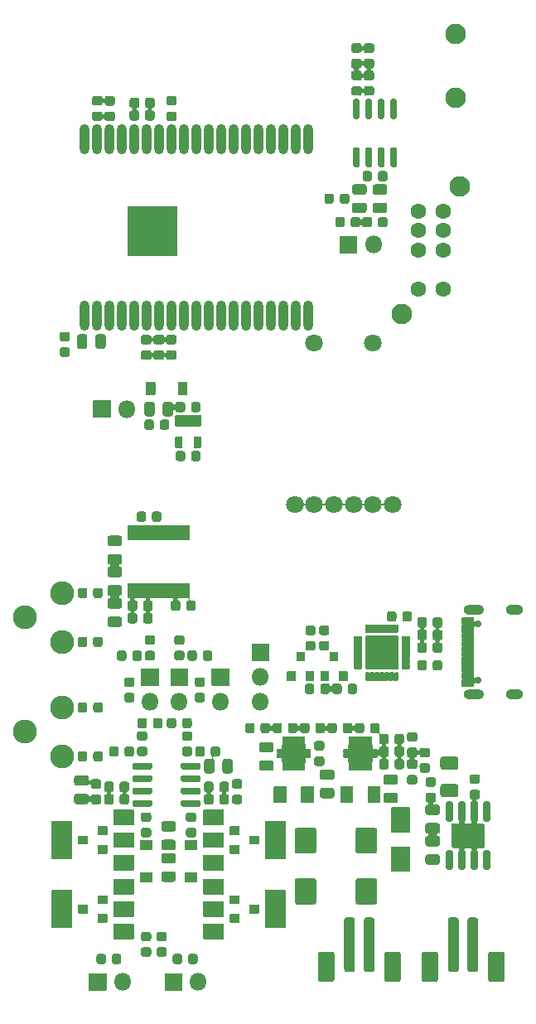
<source format=gts>
G04 #@! TF.GenerationSoftware,KiCad,Pcbnew,(5.1.6-87-g1447494bc)*
G04 #@! TF.CreationDate,2022-08-29T16:49:27-05:00*
G04 #@! TF.ProjectId,sony-scopeman,736f6e79-2d73-4636-9f70-656d616e2e6b,rev?*
G04 #@! TF.SameCoordinates,Original*
G04 #@! TF.FileFunction,Soldermask,Top*
G04 #@! TF.FilePolarity,Negative*
%FSLAX46Y46*%
G04 Gerber Fmt 4.6, Leading zero omitted, Abs format (unit mm)*
G04 Created by KiCad (PCBNEW (5.1.6-87-g1447494bc)) date 2022-08-29 16:49:27*
%MOMM*%
%LPD*%
G01*
G04 APERTURE LIST*
%ADD10C,0.100000*%
%ADD11C,2.442000*%
%ADD12O,1.802000X1.802000*%
%ADD13C,0.902000*%
%ADD14O,1.002000X3.102000*%
%ADD15C,0.702000*%
%ADD16O,1.802000X1.002000*%
%ADD17O,2.102000X1.002000*%
%ADD18C,1.802000*%
%ADD19C,2.102000*%
%ADD20C,1.602000*%
G04 APERTURE END LIST*
G36*
G01*
X125349000Y-135300000D02*
X125349000Y-134500000D01*
G75*
G02*
X125400000Y-134449000I51000J0D01*
G01*
X126300000Y-134449000D01*
G75*
G02*
X126351000Y-134500000I0J-51000D01*
G01*
X126351000Y-135300000D01*
G75*
G02*
X126300000Y-135351000I-51000J0D01*
G01*
X125400000Y-135351000D01*
G75*
G02*
X125349000Y-135300000I0J51000D01*
G01*
G37*
G36*
G01*
X123349000Y-136250000D02*
X123349000Y-135450000D01*
G75*
G02*
X123400000Y-135399000I51000J0D01*
G01*
X124300000Y-135399000D01*
G75*
G02*
X124351000Y-135450000I0J-51000D01*
G01*
X124351000Y-136250000D01*
G75*
G02*
X124300000Y-136301000I-51000J0D01*
G01*
X123400000Y-136301000D01*
G75*
G02*
X123349000Y-136250000I0J51000D01*
G01*
G37*
G36*
G01*
X123349000Y-134350000D02*
X123349000Y-133550000D01*
G75*
G02*
X123400000Y-133499000I51000J0D01*
G01*
X124300000Y-133499000D01*
G75*
G02*
X124351000Y-133550000I0J-51000D01*
G01*
X124351000Y-134350000D01*
G75*
G02*
X124300000Y-134401000I-51000J0D01*
G01*
X123400000Y-134401000D01*
G75*
G02*
X123349000Y-134350000I0J51000D01*
G01*
G37*
G36*
G01*
X125349000Y-128250000D02*
X125349000Y-127450000D01*
G75*
G02*
X125400000Y-127399000I51000J0D01*
G01*
X126300000Y-127399000D01*
G75*
G02*
X126351000Y-127450000I0J-51000D01*
G01*
X126351000Y-128250000D01*
G75*
G02*
X126300000Y-128301000I-51000J0D01*
G01*
X125400000Y-128301000D01*
G75*
G02*
X125349000Y-128250000I0J51000D01*
G01*
G37*
G36*
G01*
X123349000Y-129200000D02*
X123349000Y-128400000D01*
G75*
G02*
X123400000Y-128349000I51000J0D01*
G01*
X124300000Y-128349000D01*
G75*
G02*
X124351000Y-128400000I0J-51000D01*
G01*
X124351000Y-129200000D01*
G75*
G02*
X124300000Y-129251000I-51000J0D01*
G01*
X123400000Y-129251000D01*
G75*
G02*
X123349000Y-129200000I0J51000D01*
G01*
G37*
G36*
G01*
X123349000Y-127300000D02*
X123349000Y-126500000D01*
G75*
G02*
X123400000Y-126449000I51000J0D01*
G01*
X124300000Y-126449000D01*
G75*
G02*
X124351000Y-126500000I0J-51000D01*
G01*
X124351000Y-127300000D01*
G75*
G02*
X124300000Y-127351000I-51000J0D01*
G01*
X123400000Y-127351000D01*
G75*
G02*
X123349000Y-127300000I0J51000D01*
G01*
G37*
G36*
G01*
X108851001Y-134500000D02*
X108851001Y-135300000D01*
G75*
G02*
X108800001Y-135351000I-51000J0D01*
G01*
X107900001Y-135351000D01*
G75*
G02*
X107849001Y-135300000I0J51000D01*
G01*
X107849001Y-134500000D01*
G75*
G02*
X107900001Y-134449000I51000J0D01*
G01*
X108800001Y-134449000D01*
G75*
G02*
X108851001Y-134500000I0J-51000D01*
G01*
G37*
G36*
G01*
X110851001Y-133550000D02*
X110851001Y-134350000D01*
G75*
G02*
X110800001Y-134401000I-51000J0D01*
G01*
X109900001Y-134401000D01*
G75*
G02*
X109849001Y-134350000I0J51000D01*
G01*
X109849001Y-133550000D01*
G75*
G02*
X109900001Y-133499000I51000J0D01*
G01*
X110800001Y-133499000D01*
G75*
G02*
X110851001Y-133550000I0J-51000D01*
G01*
G37*
G36*
G01*
X110851001Y-135450000D02*
X110851001Y-136250000D01*
G75*
G02*
X110800001Y-136301000I-51000J0D01*
G01*
X109900001Y-136301000D01*
G75*
G02*
X109849001Y-136250000I0J51000D01*
G01*
X109849001Y-135450000D01*
G75*
G02*
X109900001Y-135399000I51000J0D01*
G01*
X110800001Y-135399000D01*
G75*
G02*
X110851001Y-135450000I0J-51000D01*
G01*
G37*
G36*
G01*
X108851000Y-127450000D02*
X108851000Y-128250000D01*
G75*
G02*
X108800000Y-128301000I-51000J0D01*
G01*
X107900000Y-128301000D01*
G75*
G02*
X107849000Y-128250000I0J51000D01*
G01*
X107849000Y-127450000D01*
G75*
G02*
X107900000Y-127399000I51000J0D01*
G01*
X108800000Y-127399000D01*
G75*
G02*
X108851000Y-127450000I0J-51000D01*
G01*
G37*
G36*
G01*
X110851000Y-126500000D02*
X110851000Y-127300000D01*
G75*
G02*
X110800000Y-127351000I-51000J0D01*
G01*
X109900000Y-127351000D01*
G75*
G02*
X109849000Y-127300000I0J51000D01*
G01*
X109849000Y-126500000D01*
G75*
G02*
X109900000Y-126449000I51000J0D01*
G01*
X110800000Y-126449000D01*
G75*
G02*
X110851000Y-126500000I0J-51000D01*
G01*
G37*
G36*
G01*
X110851000Y-128400000D02*
X110851000Y-129200000D01*
G75*
G02*
X110800000Y-129251000I-51000J0D01*
G01*
X109900000Y-129251000D01*
G75*
G02*
X109849000Y-129200000I0J51000D01*
G01*
X109849000Y-128400000D01*
G75*
G02*
X109900000Y-128349000I51000J0D01*
G01*
X110800000Y-128349000D01*
G75*
G02*
X110851000Y-128400000I0J-51000D01*
G01*
G37*
G36*
G01*
X118801000Y-88318250D02*
X118801000Y-88881750D01*
G75*
G02*
X118556750Y-89126000I-244250J0D01*
G01*
X118068250Y-89126000D01*
G75*
G02*
X117824000Y-88881750I0J244250D01*
G01*
X117824000Y-88318250D01*
G75*
G02*
X118068250Y-88074000I244250J0D01*
G01*
X118556750Y-88074000D01*
G75*
G02*
X118801000Y-88318250I0J-244250D01*
G01*
G37*
G36*
G01*
X120376000Y-88318250D02*
X120376000Y-88881750D01*
G75*
G02*
X120131750Y-89126000I-244250J0D01*
G01*
X119643250Y-89126000D01*
G75*
G02*
X119399000Y-88881750I0J244250D01*
G01*
X119399000Y-88318250D01*
G75*
G02*
X119643250Y-88074000I244250J0D01*
G01*
X120131750Y-88074000D01*
G75*
G02*
X120376000Y-88318250I0J-244250D01*
G01*
G37*
G36*
G01*
X114101000Y-53518250D02*
X114101000Y-54081750D01*
G75*
G02*
X113856750Y-54326000I-244250J0D01*
G01*
X113368250Y-54326000D01*
G75*
G02*
X113124000Y-54081750I0J244250D01*
G01*
X113124000Y-53518250D01*
G75*
G02*
X113368250Y-53274000I244250J0D01*
G01*
X113856750Y-53274000D01*
G75*
G02*
X114101000Y-53518250I0J-244250D01*
G01*
G37*
G36*
G01*
X115676000Y-53518250D02*
X115676000Y-54081750D01*
G75*
G02*
X115431750Y-54326000I-244250J0D01*
G01*
X114943250Y-54326000D01*
G75*
G02*
X114699000Y-54081750I0J244250D01*
G01*
X114699000Y-53518250D01*
G75*
G02*
X114943250Y-53274000I244250J0D01*
G01*
X115431750Y-53274000D01*
G75*
G02*
X115676000Y-53518250I0J-244250D01*
G01*
G37*
G36*
G01*
X114101000Y-52218250D02*
X114101000Y-52781750D01*
G75*
G02*
X113856750Y-53026000I-244250J0D01*
G01*
X113368250Y-53026000D01*
G75*
G02*
X113124000Y-52781750I0J244250D01*
G01*
X113124000Y-52218250D01*
G75*
G02*
X113368250Y-51974000I244250J0D01*
G01*
X113856750Y-51974000D01*
G75*
G02*
X114101000Y-52218250I0J-244250D01*
G01*
G37*
G36*
G01*
X115676000Y-52218250D02*
X115676000Y-52781750D01*
G75*
G02*
X115431750Y-53026000I-244250J0D01*
G01*
X114943250Y-53026000D01*
G75*
G02*
X114699000Y-52781750I0J244250D01*
G01*
X114699000Y-52218250D01*
G75*
G02*
X114943250Y-51974000I244250J0D01*
G01*
X115431750Y-51974000D01*
G75*
G02*
X115676000Y-52218250I0J-244250D01*
G01*
G37*
D10*
G36*
X128149980Y-119115050D02*
G01*
X128152882Y-119105483D01*
X128157595Y-119096666D01*
X128163938Y-119088938D01*
X128171666Y-119082595D01*
X128180483Y-119077882D01*
X128190050Y-119074980D01*
X128200000Y-119074000D01*
X128649000Y-119074000D01*
X128649000Y-118926000D01*
X128200000Y-118926000D01*
X128190050Y-118925020D01*
X128180483Y-118922118D01*
X128171666Y-118917405D01*
X128163938Y-118911062D01*
X128157595Y-118903334D01*
X128152882Y-118894517D01*
X128149980Y-118884950D01*
X128149000Y-118875000D01*
X128149000Y-118625000D01*
X128149980Y-118615050D01*
X128152882Y-118605483D01*
X128157595Y-118596666D01*
X128163938Y-118588938D01*
X128171666Y-118582595D01*
X128180483Y-118577882D01*
X128190050Y-118574980D01*
X128200000Y-118574000D01*
X128649000Y-118574000D01*
X128649000Y-118175000D01*
X128649980Y-118165050D01*
X128652882Y-118155483D01*
X128657595Y-118146666D01*
X128663938Y-118138938D01*
X128671666Y-118132595D01*
X128680483Y-118127882D01*
X128690050Y-118124980D01*
X128700000Y-118124000D01*
X131100000Y-118124000D01*
X131109950Y-118124980D01*
X131119517Y-118127882D01*
X131128334Y-118132595D01*
X131136062Y-118138938D01*
X131142405Y-118146666D01*
X131147118Y-118155483D01*
X131150020Y-118165050D01*
X131151000Y-118175000D01*
X131151000Y-118574000D01*
X131600000Y-118574000D01*
X131609950Y-118574980D01*
X131619517Y-118577882D01*
X131628334Y-118582595D01*
X131636062Y-118588938D01*
X131642405Y-118596666D01*
X131647118Y-118605483D01*
X131650020Y-118615050D01*
X131651000Y-118625000D01*
X131651000Y-118875000D01*
X131650020Y-118884950D01*
X131647118Y-118894517D01*
X131642405Y-118903334D01*
X131636062Y-118911062D01*
X131628334Y-118917405D01*
X131619517Y-118922118D01*
X131609950Y-118925020D01*
X131600000Y-118926000D01*
X131151000Y-118926000D01*
X131151000Y-119074000D01*
X131600000Y-119074000D01*
X131609950Y-119074980D01*
X131619517Y-119077882D01*
X131628334Y-119082595D01*
X131636062Y-119088938D01*
X131642405Y-119096666D01*
X131647118Y-119105483D01*
X131650020Y-119115050D01*
X131651000Y-119125000D01*
X131651000Y-119375000D01*
X131650020Y-119384950D01*
X131647118Y-119394517D01*
X131642405Y-119403334D01*
X131636062Y-119411062D01*
X131628334Y-119417405D01*
X131619517Y-119422118D01*
X131609950Y-119425020D01*
X131600000Y-119426000D01*
X131151000Y-119426000D01*
X131151000Y-119825000D01*
X131150020Y-119834950D01*
X131147118Y-119844517D01*
X131142405Y-119853334D01*
X131136062Y-119861062D01*
X131128334Y-119867405D01*
X131119517Y-119872118D01*
X131109950Y-119875020D01*
X131100000Y-119876000D01*
X128700000Y-119876000D01*
X128690050Y-119875020D01*
X128680483Y-119872118D01*
X128671666Y-119867405D01*
X128663938Y-119861062D01*
X128657595Y-119853334D01*
X128652882Y-119844517D01*
X128649980Y-119834950D01*
X128649000Y-119825000D01*
X128649000Y-119426000D01*
X128200000Y-119426000D01*
X128190050Y-119425020D01*
X128180483Y-119422118D01*
X128171666Y-119417405D01*
X128163938Y-119411062D01*
X128157595Y-119403334D01*
X128152882Y-119394517D01*
X128149980Y-119384950D01*
X128149000Y-119375000D01*
X128149000Y-119125000D01*
X128149980Y-119115050D01*
G37*
G36*
G01*
X129020000Y-117951000D02*
X128780000Y-117951000D01*
G75*
G02*
X128729000Y-117900000I0J51000D01*
G01*
X128729000Y-117300000D01*
G75*
G02*
X128780000Y-117249000I51000J0D01*
G01*
X129020000Y-117249000D01*
G75*
G02*
X129071000Y-117300000I0J-51000D01*
G01*
X129071000Y-117900000D01*
G75*
G02*
X129020000Y-117951000I-51000J0D01*
G01*
G37*
G36*
G01*
X129520000Y-117951000D02*
X129280000Y-117951000D01*
G75*
G02*
X129229000Y-117900000I0J51000D01*
G01*
X129229000Y-117300000D01*
G75*
G02*
X129280000Y-117249000I51000J0D01*
G01*
X129520000Y-117249000D01*
G75*
G02*
X129571000Y-117300000I0J-51000D01*
G01*
X129571000Y-117900000D01*
G75*
G02*
X129520000Y-117951000I-51000J0D01*
G01*
G37*
G36*
G01*
X130020000Y-117951000D02*
X129780000Y-117951000D01*
G75*
G02*
X129729000Y-117900000I0J51000D01*
G01*
X129729000Y-117300000D01*
G75*
G02*
X129780000Y-117249000I51000J0D01*
G01*
X130020000Y-117249000D01*
G75*
G02*
X130071000Y-117300000I0J-51000D01*
G01*
X130071000Y-117900000D01*
G75*
G02*
X130020000Y-117951000I-51000J0D01*
G01*
G37*
G36*
G01*
X130520000Y-117951000D02*
X130280000Y-117951000D01*
G75*
G02*
X130229000Y-117900000I0J51000D01*
G01*
X130229000Y-117300000D01*
G75*
G02*
X130280000Y-117249000I51000J0D01*
G01*
X130520000Y-117249000D01*
G75*
G02*
X130571000Y-117300000I0J-51000D01*
G01*
X130571000Y-117900000D01*
G75*
G02*
X130520000Y-117951000I-51000J0D01*
G01*
G37*
G36*
G01*
X131020000Y-117951000D02*
X130780000Y-117951000D01*
G75*
G02*
X130729000Y-117900000I0J51000D01*
G01*
X130729000Y-117300000D01*
G75*
G02*
X130780000Y-117249000I51000J0D01*
G01*
X131020000Y-117249000D01*
G75*
G02*
X131071000Y-117300000I0J-51000D01*
G01*
X131071000Y-117900000D01*
G75*
G02*
X131020000Y-117951000I-51000J0D01*
G01*
G37*
G36*
G01*
X131020000Y-120751000D02*
X130780000Y-120751000D01*
G75*
G02*
X130729000Y-120700000I0J51000D01*
G01*
X130729000Y-120100000D01*
G75*
G02*
X130780000Y-120049000I51000J0D01*
G01*
X131020000Y-120049000D01*
G75*
G02*
X131071000Y-120100000I0J-51000D01*
G01*
X131071000Y-120700000D01*
G75*
G02*
X131020000Y-120751000I-51000J0D01*
G01*
G37*
G36*
G01*
X130520000Y-120751000D02*
X130280000Y-120751000D01*
G75*
G02*
X130229000Y-120700000I0J51000D01*
G01*
X130229000Y-120100000D01*
G75*
G02*
X130280000Y-120049000I51000J0D01*
G01*
X130520000Y-120049000D01*
G75*
G02*
X130571000Y-120100000I0J-51000D01*
G01*
X130571000Y-120700000D01*
G75*
G02*
X130520000Y-120751000I-51000J0D01*
G01*
G37*
G36*
G01*
X130020000Y-120751000D02*
X129780000Y-120751000D01*
G75*
G02*
X129729000Y-120700000I0J51000D01*
G01*
X129729000Y-120100000D01*
G75*
G02*
X129780000Y-120049000I51000J0D01*
G01*
X130020000Y-120049000D01*
G75*
G02*
X130071000Y-120100000I0J-51000D01*
G01*
X130071000Y-120700000D01*
G75*
G02*
X130020000Y-120751000I-51000J0D01*
G01*
G37*
G36*
G01*
X129520000Y-120751000D02*
X129280000Y-120751000D01*
G75*
G02*
X129229000Y-120700000I0J51000D01*
G01*
X129229000Y-120100000D01*
G75*
G02*
X129280000Y-120049000I51000J0D01*
G01*
X129520000Y-120049000D01*
G75*
G02*
X129571000Y-120100000I0J-51000D01*
G01*
X129571000Y-120700000D01*
G75*
G02*
X129520000Y-120751000I-51000J0D01*
G01*
G37*
G36*
G01*
X129020000Y-120751000D02*
X128780000Y-120751000D01*
G75*
G02*
X128729000Y-120700000I0J51000D01*
G01*
X128729000Y-120100000D01*
G75*
G02*
X128780000Y-120049000I51000J0D01*
G01*
X129020000Y-120049000D01*
G75*
G02*
X129071000Y-120100000I0J-51000D01*
G01*
X129071000Y-120700000D01*
G75*
G02*
X129020000Y-120751000I-51000J0D01*
G01*
G37*
G36*
X138450020Y-118884950D02*
G01*
X138447118Y-118894517D01*
X138442405Y-118903334D01*
X138436062Y-118911062D01*
X138428334Y-118917405D01*
X138419517Y-118922118D01*
X138409950Y-118925020D01*
X138400000Y-118926000D01*
X137951000Y-118926000D01*
X137951000Y-119074000D01*
X138400000Y-119074000D01*
X138409950Y-119074980D01*
X138419517Y-119077882D01*
X138428334Y-119082595D01*
X138436062Y-119088938D01*
X138442405Y-119096666D01*
X138447118Y-119105483D01*
X138450020Y-119115050D01*
X138451000Y-119125000D01*
X138451000Y-119375000D01*
X138450020Y-119384950D01*
X138447118Y-119394517D01*
X138442405Y-119403334D01*
X138436062Y-119411062D01*
X138428334Y-119417405D01*
X138419517Y-119422118D01*
X138409950Y-119425020D01*
X138400000Y-119426000D01*
X137951000Y-119426000D01*
X137951000Y-119825000D01*
X137950020Y-119834950D01*
X137947118Y-119844517D01*
X137942405Y-119853334D01*
X137936062Y-119861062D01*
X137928334Y-119867405D01*
X137919517Y-119872118D01*
X137909950Y-119875020D01*
X137900000Y-119876000D01*
X135500000Y-119876000D01*
X135490050Y-119875020D01*
X135480483Y-119872118D01*
X135471666Y-119867405D01*
X135463938Y-119861062D01*
X135457595Y-119853334D01*
X135452882Y-119844517D01*
X135449980Y-119834950D01*
X135449000Y-119825000D01*
X135449000Y-119426000D01*
X135000000Y-119426000D01*
X134990050Y-119425020D01*
X134980483Y-119422118D01*
X134971666Y-119417405D01*
X134963938Y-119411062D01*
X134957595Y-119403334D01*
X134952882Y-119394517D01*
X134949980Y-119384950D01*
X134949000Y-119375000D01*
X134949000Y-119125000D01*
X134949980Y-119115050D01*
X134952882Y-119105483D01*
X134957595Y-119096666D01*
X134963938Y-119088938D01*
X134971666Y-119082595D01*
X134980483Y-119077882D01*
X134990050Y-119074980D01*
X135000000Y-119074000D01*
X135449000Y-119074000D01*
X135449000Y-118926000D01*
X135000000Y-118926000D01*
X134990050Y-118925020D01*
X134980483Y-118922118D01*
X134971666Y-118917405D01*
X134963938Y-118911062D01*
X134957595Y-118903334D01*
X134952882Y-118894517D01*
X134949980Y-118884950D01*
X134949000Y-118875000D01*
X134949000Y-118625000D01*
X134949980Y-118615050D01*
X134952882Y-118605483D01*
X134957595Y-118596666D01*
X134963938Y-118588938D01*
X134971666Y-118582595D01*
X134980483Y-118577882D01*
X134990050Y-118574980D01*
X135000000Y-118574000D01*
X135449000Y-118574000D01*
X135449000Y-118175000D01*
X135449980Y-118165050D01*
X135452882Y-118155483D01*
X135457595Y-118146666D01*
X135463938Y-118138938D01*
X135471666Y-118132595D01*
X135480483Y-118127882D01*
X135490050Y-118124980D01*
X135500000Y-118124000D01*
X137900000Y-118124000D01*
X137909950Y-118124980D01*
X137919517Y-118127882D01*
X137928334Y-118132595D01*
X137936062Y-118138938D01*
X137942405Y-118146666D01*
X137947118Y-118155483D01*
X137950020Y-118165050D01*
X137951000Y-118175000D01*
X137951000Y-118574000D01*
X138400000Y-118574000D01*
X138409950Y-118574980D01*
X138419517Y-118577882D01*
X138428334Y-118582595D01*
X138436062Y-118588938D01*
X138442405Y-118596666D01*
X138447118Y-118605483D01*
X138450020Y-118615050D01*
X138451000Y-118625000D01*
X138451000Y-118875000D01*
X138450020Y-118884950D01*
G37*
G36*
G01*
X137580000Y-120049000D02*
X137820000Y-120049000D01*
G75*
G02*
X137871000Y-120100000I0J-51000D01*
G01*
X137871000Y-120700000D01*
G75*
G02*
X137820000Y-120751000I-51000J0D01*
G01*
X137580000Y-120751000D01*
G75*
G02*
X137529000Y-120700000I0J51000D01*
G01*
X137529000Y-120100000D01*
G75*
G02*
X137580000Y-120049000I51000J0D01*
G01*
G37*
G36*
G01*
X137080000Y-120049000D02*
X137320000Y-120049000D01*
G75*
G02*
X137371000Y-120100000I0J-51000D01*
G01*
X137371000Y-120700000D01*
G75*
G02*
X137320000Y-120751000I-51000J0D01*
G01*
X137080000Y-120751000D01*
G75*
G02*
X137029000Y-120700000I0J51000D01*
G01*
X137029000Y-120100000D01*
G75*
G02*
X137080000Y-120049000I51000J0D01*
G01*
G37*
G36*
G01*
X136580000Y-120049000D02*
X136820000Y-120049000D01*
G75*
G02*
X136871000Y-120100000I0J-51000D01*
G01*
X136871000Y-120700000D01*
G75*
G02*
X136820000Y-120751000I-51000J0D01*
G01*
X136580000Y-120751000D01*
G75*
G02*
X136529000Y-120700000I0J51000D01*
G01*
X136529000Y-120100000D01*
G75*
G02*
X136580000Y-120049000I51000J0D01*
G01*
G37*
G36*
G01*
X136080000Y-120049000D02*
X136320000Y-120049000D01*
G75*
G02*
X136371000Y-120100000I0J-51000D01*
G01*
X136371000Y-120700000D01*
G75*
G02*
X136320000Y-120751000I-51000J0D01*
G01*
X136080000Y-120751000D01*
G75*
G02*
X136029000Y-120700000I0J51000D01*
G01*
X136029000Y-120100000D01*
G75*
G02*
X136080000Y-120049000I51000J0D01*
G01*
G37*
G36*
G01*
X135580000Y-120049000D02*
X135820000Y-120049000D01*
G75*
G02*
X135871000Y-120100000I0J-51000D01*
G01*
X135871000Y-120700000D01*
G75*
G02*
X135820000Y-120751000I-51000J0D01*
G01*
X135580000Y-120751000D01*
G75*
G02*
X135529000Y-120700000I0J51000D01*
G01*
X135529000Y-120100000D01*
G75*
G02*
X135580000Y-120049000I51000J0D01*
G01*
G37*
G36*
G01*
X135580000Y-117249000D02*
X135820000Y-117249000D01*
G75*
G02*
X135871000Y-117300000I0J-51000D01*
G01*
X135871000Y-117900000D01*
G75*
G02*
X135820000Y-117951000I-51000J0D01*
G01*
X135580000Y-117951000D01*
G75*
G02*
X135529000Y-117900000I0J51000D01*
G01*
X135529000Y-117300000D01*
G75*
G02*
X135580000Y-117249000I51000J0D01*
G01*
G37*
G36*
G01*
X136080000Y-117249000D02*
X136320000Y-117249000D01*
G75*
G02*
X136371000Y-117300000I0J-51000D01*
G01*
X136371000Y-117900000D01*
G75*
G02*
X136320000Y-117951000I-51000J0D01*
G01*
X136080000Y-117951000D01*
G75*
G02*
X136029000Y-117900000I0J51000D01*
G01*
X136029000Y-117300000D01*
G75*
G02*
X136080000Y-117249000I51000J0D01*
G01*
G37*
G36*
G01*
X136580000Y-117249000D02*
X136820000Y-117249000D01*
G75*
G02*
X136871000Y-117300000I0J-51000D01*
G01*
X136871000Y-117900000D01*
G75*
G02*
X136820000Y-117951000I-51000J0D01*
G01*
X136580000Y-117951000D01*
G75*
G02*
X136529000Y-117900000I0J51000D01*
G01*
X136529000Y-117300000D01*
G75*
G02*
X136580000Y-117249000I51000J0D01*
G01*
G37*
G36*
G01*
X137080000Y-117249000D02*
X137320000Y-117249000D01*
G75*
G02*
X137371000Y-117300000I0J-51000D01*
G01*
X137371000Y-117900000D01*
G75*
G02*
X137320000Y-117951000I-51000J0D01*
G01*
X137080000Y-117951000D01*
G75*
G02*
X137029000Y-117900000I0J51000D01*
G01*
X137029000Y-117300000D01*
G75*
G02*
X137080000Y-117249000I51000J0D01*
G01*
G37*
G36*
G01*
X137580000Y-117249000D02*
X137820000Y-117249000D01*
G75*
G02*
X137871000Y-117300000I0J-51000D01*
G01*
X137871000Y-117900000D01*
G75*
G02*
X137820000Y-117951000I-51000J0D01*
G01*
X137580000Y-117951000D01*
G75*
G02*
X137529000Y-117900000I0J51000D01*
G01*
X137529000Y-117300000D01*
G75*
G02*
X137580000Y-117249000I51000J0D01*
G01*
G37*
G36*
G01*
X108801000Y-76418250D02*
X108801000Y-77381750D01*
G75*
G02*
X108531750Y-77651000I-269250J0D01*
G01*
X107993250Y-77651000D01*
G75*
G02*
X107724000Y-77381750I0J269250D01*
G01*
X107724000Y-76418250D01*
G75*
G02*
X107993250Y-76149000I269250J0D01*
G01*
X108531750Y-76149000D01*
G75*
G02*
X108801000Y-76418250I0J-269250D01*
G01*
G37*
G36*
G01*
X110676000Y-76418250D02*
X110676000Y-77381750D01*
G75*
G02*
X110406750Y-77651000I-269250J0D01*
G01*
X109868250Y-77651000D01*
G75*
G02*
X109599000Y-77381750I0J269250D01*
G01*
X109599000Y-76418250D01*
G75*
G02*
X109868250Y-76149000I269250J0D01*
G01*
X110406750Y-76149000D01*
G75*
G02*
X110676000Y-76418250I0J-269250D01*
G01*
G37*
G36*
G01*
X127581750Y-118901000D02*
X126618250Y-118901000D01*
G75*
G02*
X126349000Y-118631750I0J269250D01*
G01*
X126349000Y-118093250D01*
G75*
G02*
X126618250Y-117824000I269250J0D01*
G01*
X127581750Y-117824000D01*
G75*
G02*
X127851000Y-118093250I0J-269250D01*
G01*
X127851000Y-118631750D01*
G75*
G02*
X127581750Y-118901000I-269250J0D01*
G01*
G37*
G36*
G01*
X127581750Y-120776000D02*
X126618250Y-120776000D01*
G75*
G02*
X126349000Y-120506750I0J269250D01*
G01*
X126349000Y-119968250D01*
G75*
G02*
X126618250Y-119699000I269250J0D01*
G01*
X127581750Y-119699000D01*
G75*
G02*
X127851000Y-119968250I0J-269250D01*
G01*
X127851000Y-120506750D01*
G75*
G02*
X127581750Y-120776000I-269250J0D01*
G01*
G37*
G36*
G01*
X144581750Y-128501000D02*
X143618250Y-128501000D01*
G75*
G02*
X143349000Y-128231750I0J269250D01*
G01*
X143349000Y-127693250D01*
G75*
G02*
X143618250Y-127424000I269250J0D01*
G01*
X144581750Y-127424000D01*
G75*
G02*
X144851000Y-127693250I0J-269250D01*
G01*
X144851000Y-128231750D01*
G75*
G02*
X144581750Y-128501000I-269250J0D01*
G01*
G37*
G36*
G01*
X144581750Y-130376000D02*
X143618250Y-130376000D01*
G75*
G02*
X143349000Y-130106750I0J269250D01*
G01*
X143349000Y-129568250D01*
G75*
G02*
X143618250Y-129299000I269250J0D01*
G01*
X144581750Y-129299000D01*
G75*
G02*
X144851000Y-129568250I0J-269250D01*
G01*
X144851000Y-130106750D01*
G75*
G02*
X144581750Y-130376000I-269250J0D01*
G01*
G37*
G36*
G01*
X149429500Y-128849000D02*
X149780500Y-128849000D01*
G75*
G02*
X149956000Y-129024500I0J-175500D01*
G01*
X149956000Y-130725500D01*
G75*
G02*
X149780500Y-130901000I-175500J0D01*
G01*
X149429500Y-130901000D01*
G75*
G02*
X149254000Y-130725500I0J175500D01*
G01*
X149254000Y-129024500D01*
G75*
G02*
X149429500Y-128849000I175500J0D01*
G01*
G37*
G36*
G01*
X148159500Y-128849000D02*
X148510500Y-128849000D01*
G75*
G02*
X148686000Y-129024500I0J-175500D01*
G01*
X148686000Y-130725500D01*
G75*
G02*
X148510500Y-130901000I-175500J0D01*
G01*
X148159500Y-130901000D01*
G75*
G02*
X147984000Y-130725500I0J175500D01*
G01*
X147984000Y-129024500D01*
G75*
G02*
X148159500Y-128849000I175500J0D01*
G01*
G37*
G36*
G01*
X146889500Y-128849000D02*
X147240500Y-128849000D01*
G75*
G02*
X147416000Y-129024500I0J-175500D01*
G01*
X147416000Y-130725500D01*
G75*
G02*
X147240500Y-130901000I-175500J0D01*
G01*
X146889500Y-130901000D01*
G75*
G02*
X146714000Y-130725500I0J175500D01*
G01*
X146714000Y-129024500D01*
G75*
G02*
X146889500Y-128849000I175500J0D01*
G01*
G37*
G36*
G01*
X145619500Y-128849000D02*
X145970500Y-128849000D01*
G75*
G02*
X146146000Y-129024500I0J-175500D01*
G01*
X146146000Y-130725500D01*
G75*
G02*
X145970500Y-130901000I-175500J0D01*
G01*
X145619500Y-130901000D01*
G75*
G02*
X145444000Y-130725500I0J175500D01*
G01*
X145444000Y-129024500D01*
G75*
G02*
X145619500Y-128849000I175500J0D01*
G01*
G37*
G36*
G01*
X145619500Y-123899000D02*
X145970500Y-123899000D01*
G75*
G02*
X146146000Y-124074500I0J-175500D01*
G01*
X146146000Y-125775500D01*
G75*
G02*
X145970500Y-125951000I-175500J0D01*
G01*
X145619500Y-125951000D01*
G75*
G02*
X145444000Y-125775500I0J175500D01*
G01*
X145444000Y-124074500D01*
G75*
G02*
X145619500Y-123899000I175500J0D01*
G01*
G37*
G36*
G01*
X146889500Y-123899000D02*
X147240500Y-123899000D01*
G75*
G02*
X147416000Y-124074500I0J-175500D01*
G01*
X147416000Y-125775500D01*
G75*
G02*
X147240500Y-125951000I-175500J0D01*
G01*
X146889500Y-125951000D01*
G75*
G02*
X146714000Y-125775500I0J175500D01*
G01*
X146714000Y-124074500D01*
G75*
G02*
X146889500Y-123899000I175500J0D01*
G01*
G37*
G36*
G01*
X148159500Y-123899000D02*
X148510500Y-123899000D01*
G75*
G02*
X148686000Y-124074500I0J-175500D01*
G01*
X148686000Y-125775500D01*
G75*
G02*
X148510500Y-125951000I-175500J0D01*
G01*
X148159500Y-125951000D01*
G75*
G02*
X147984000Y-125775500I0J175500D01*
G01*
X147984000Y-124074500D01*
G75*
G02*
X148159500Y-123899000I175500J0D01*
G01*
G37*
G36*
G01*
X149429500Y-123899000D02*
X149780500Y-123899000D01*
G75*
G02*
X149956000Y-124074500I0J-175500D01*
G01*
X149956000Y-125775500D01*
G75*
G02*
X149780500Y-125951000I-175500J0D01*
G01*
X149429500Y-125951000D01*
G75*
G02*
X149254000Y-125775500I0J175500D01*
G01*
X149254000Y-124074500D01*
G75*
G02*
X149429500Y-123899000I175500J0D01*
G01*
G37*
G36*
G01*
X146259577Y-126144000D02*
X149140423Y-126144000D01*
G75*
G02*
X149401000Y-126404577I0J-260577D01*
G01*
X149401000Y-128395423D01*
G75*
G02*
X149140423Y-128656000I-260577J0D01*
G01*
X146259577Y-128656000D01*
G75*
G02*
X145999000Y-128395423I0J260577D01*
G01*
X145999000Y-126404577D01*
G75*
G02*
X146259577Y-126144000I260577J0D01*
G01*
G37*
G36*
G01*
X145144400Y-122124000D02*
X146455600Y-122124000D01*
G75*
G02*
X146726000Y-122394400I0J-270400D01*
G01*
X146726000Y-123205600D01*
G75*
G02*
X146455600Y-123476000I-270400J0D01*
G01*
X145144400Y-123476000D01*
G75*
G02*
X144874000Y-123205600I0J270400D01*
G01*
X144874000Y-122394400D01*
G75*
G02*
X145144400Y-122124000I270400J0D01*
G01*
G37*
G36*
G01*
X145144400Y-119324000D02*
X146455600Y-119324000D01*
G75*
G02*
X146726000Y-119594400I0J-270400D01*
G01*
X146726000Y-120405600D01*
G75*
G02*
X146455600Y-120676000I-270400J0D01*
G01*
X145144400Y-120676000D01*
G75*
G02*
X144874000Y-120405600I0J270400D01*
G01*
X144874000Y-119594400D01*
G75*
G02*
X145144400Y-119324000I270400J0D01*
G01*
G37*
G36*
G01*
X144651000Y-139514512D02*
X144651000Y-142085488D01*
G75*
G02*
X144385488Y-142351000I-265512J0D01*
G01*
X143214512Y-142351000D01*
G75*
G02*
X142949000Y-142085488I0J265512D01*
G01*
X142949000Y-139514512D01*
G75*
G02*
X143214512Y-139249000I265512J0D01*
G01*
X144385488Y-139249000D01*
G75*
G02*
X144651000Y-139514512I0J-265512D01*
G01*
G37*
G36*
G01*
X151451000Y-139514512D02*
X151451000Y-142085488D01*
G75*
G02*
X151185488Y-142351000I-265512J0D01*
G01*
X150014512Y-142351000D01*
G75*
G02*
X149749000Y-142085488I0J265512D01*
G01*
X149749000Y-139514512D01*
G75*
G02*
X150014512Y-139249000I265512J0D01*
G01*
X151185488Y-139249000D01*
G75*
G02*
X151451000Y-139514512I0J-265512D01*
G01*
G37*
G36*
G01*
X146751000Y-136024500D02*
X146751000Y-141075500D01*
G75*
G02*
X146475500Y-141351000I-275500J0D01*
G01*
X145924500Y-141351000D01*
G75*
G02*
X145649000Y-141075500I0J275500D01*
G01*
X145649000Y-136024500D01*
G75*
G02*
X145924500Y-135749000I275500J0D01*
G01*
X146475500Y-135749000D01*
G75*
G02*
X146751000Y-136024500I0J-275500D01*
G01*
G37*
G36*
G01*
X148751000Y-136024500D02*
X148751000Y-141075500D01*
G75*
G02*
X148475500Y-141351000I-275500J0D01*
G01*
X147924500Y-141351000D01*
G75*
G02*
X147649000Y-141075500I0J275500D01*
G01*
X147649000Y-136024500D01*
G75*
G02*
X147924500Y-135749000I275500J0D01*
G01*
X148475500Y-135749000D01*
G75*
G02*
X148751000Y-136024500I0J-275500D01*
G01*
G37*
G36*
G01*
X134051000Y-139514512D02*
X134051000Y-142085488D01*
G75*
G02*
X133785488Y-142351000I-265512J0D01*
G01*
X132614512Y-142351000D01*
G75*
G02*
X132349000Y-142085488I0J265512D01*
G01*
X132349000Y-139514512D01*
G75*
G02*
X132614512Y-139249000I265512J0D01*
G01*
X133785488Y-139249000D01*
G75*
G02*
X134051000Y-139514512I0J-265512D01*
G01*
G37*
G36*
G01*
X140851000Y-139514512D02*
X140851000Y-142085488D01*
G75*
G02*
X140585488Y-142351000I-265512J0D01*
G01*
X139414512Y-142351000D01*
G75*
G02*
X139149000Y-142085488I0J265512D01*
G01*
X139149000Y-139514512D01*
G75*
G02*
X139414512Y-139249000I265512J0D01*
G01*
X140585488Y-139249000D01*
G75*
G02*
X140851000Y-139514512I0J-265512D01*
G01*
G37*
G36*
G01*
X136151000Y-136024500D02*
X136151000Y-141075500D01*
G75*
G02*
X135875500Y-141351000I-275500J0D01*
G01*
X135324500Y-141351000D01*
G75*
G02*
X135049000Y-141075500I0J275500D01*
G01*
X135049000Y-136024500D01*
G75*
G02*
X135324500Y-135749000I275500J0D01*
G01*
X135875500Y-135749000D01*
G75*
G02*
X136151000Y-136024500I0J-275500D01*
G01*
G37*
G36*
G01*
X138151000Y-136024500D02*
X138151000Y-141075500D01*
G75*
G02*
X137875500Y-141351000I-275500J0D01*
G01*
X137324500Y-141351000D01*
G75*
G02*
X137049000Y-141075500I0J275500D01*
G01*
X137049000Y-136024500D01*
G75*
G02*
X137324500Y-135749000I275500J0D01*
G01*
X137875500Y-135749000D01*
G75*
G02*
X138151000Y-136024500I0J-275500D01*
G01*
G37*
G36*
G01*
X132176000Y-132036289D02*
X132176000Y-134163711D01*
G75*
G02*
X131913711Y-134426000I-262289J0D01*
G01*
X130261289Y-134426000D01*
G75*
G02*
X129999000Y-134163711I0J262289D01*
G01*
X129999000Y-132036289D01*
G75*
G02*
X130261289Y-131774000I262289J0D01*
G01*
X131913711Y-131774000D01*
G75*
G02*
X132176000Y-132036289I0J-262289D01*
G01*
G37*
G36*
G01*
X138401000Y-132036289D02*
X138401000Y-134163711D01*
G75*
G02*
X138138711Y-134426000I-262289J0D01*
G01*
X136486289Y-134426000D01*
G75*
G02*
X136224000Y-134163711I0J262289D01*
G01*
X136224000Y-132036289D01*
G75*
G02*
X136486289Y-131774000I262289J0D01*
G01*
X138138711Y-131774000D01*
G75*
G02*
X138401000Y-132036289I0J-262289D01*
G01*
G37*
G36*
G01*
X136224000Y-128963711D02*
X136224000Y-126836289D01*
G75*
G02*
X136486289Y-126574000I262289J0D01*
G01*
X138138711Y-126574000D01*
G75*
G02*
X138401000Y-126836289I0J-262289D01*
G01*
X138401000Y-128963711D01*
G75*
G02*
X138138711Y-129226000I-262289J0D01*
G01*
X136486289Y-129226000D01*
G75*
G02*
X136224000Y-128963711I0J262289D01*
G01*
G37*
G36*
G01*
X129999000Y-128963711D02*
X129999000Y-126836289D01*
G75*
G02*
X130261289Y-126574000I262289J0D01*
G01*
X131913711Y-126574000D01*
G75*
G02*
X132176000Y-126836289I0J-262289D01*
G01*
X132176000Y-128963711D01*
G75*
G02*
X131913711Y-129226000I-262289J0D01*
G01*
X130261289Y-129226000D01*
G75*
G02*
X129999000Y-128963711I0J262289D01*
G01*
G37*
D11*
X106200000Y-107600000D03*
X102400000Y-105100000D03*
X106200000Y-102600000D03*
X106200000Y-119300000D03*
X102400000Y-116800000D03*
X106200000Y-114300000D03*
G36*
G01*
X129151000Y-122399999D02*
X129151000Y-124000001D01*
G75*
G02*
X129100001Y-124051000I-50999J0D01*
G01*
X127899999Y-124051000D01*
G75*
G02*
X127849000Y-124000001I0J50999D01*
G01*
X127849000Y-122399999D01*
G75*
G02*
X127899999Y-122349000I50999J0D01*
G01*
X129100001Y-122349000D01*
G75*
G02*
X129151000Y-122399999I0J-50999D01*
G01*
G37*
G36*
G01*
X131951000Y-122399999D02*
X131951000Y-124000001D01*
G75*
G02*
X131900001Y-124051000I-50999J0D01*
G01*
X130699999Y-124051000D01*
G75*
G02*
X130649000Y-124000001I0J50999D01*
G01*
X130649000Y-122399999D01*
G75*
G02*
X130699999Y-122349000I50999J0D01*
G01*
X131900001Y-122349000D01*
G75*
G02*
X131951000Y-122399999I0J-50999D01*
G01*
G37*
G36*
G01*
X135951000Y-122399999D02*
X135951000Y-124000001D01*
G75*
G02*
X135900001Y-124051000I-50999J0D01*
G01*
X134699999Y-124051000D01*
G75*
G02*
X134649000Y-124000001I0J50999D01*
G01*
X134649000Y-122399999D01*
G75*
G02*
X134699999Y-122349000I50999J0D01*
G01*
X135900001Y-122349000D01*
G75*
G02*
X135951000Y-122399999I0J-50999D01*
G01*
G37*
G36*
G01*
X138751000Y-122399999D02*
X138751000Y-124000001D01*
G75*
G02*
X138700001Y-124051000I-50999J0D01*
G01*
X137499999Y-124051000D01*
G75*
G02*
X137449000Y-124000001I0J50999D01*
G01*
X137449000Y-122399999D01*
G75*
G02*
X137499999Y-122349000I50999J0D01*
G01*
X138700001Y-122349000D01*
G75*
G02*
X138751000Y-122399999I0J-50999D01*
G01*
G37*
D12*
X122400000Y-113740000D03*
G36*
G01*
X121499000Y-112050000D02*
X121499000Y-110350000D01*
G75*
G02*
X121550000Y-110299000I51000J0D01*
G01*
X123250000Y-110299000D01*
G75*
G02*
X123301000Y-110350000I0J-51000D01*
G01*
X123301000Y-112050000D01*
G75*
G02*
X123250000Y-112101000I-51000J0D01*
G01*
X121550000Y-112101000D01*
G75*
G02*
X121499000Y-112050000I0J51000D01*
G01*
G37*
X126500000Y-113740000D03*
X126500000Y-111200000D03*
G36*
G01*
X125599000Y-109510000D02*
X125599000Y-107810000D01*
G75*
G02*
X125650000Y-107759000I51000J0D01*
G01*
X127350000Y-107759000D01*
G75*
G02*
X127401000Y-107810000I0J-51000D01*
G01*
X127401000Y-109510000D01*
G75*
G02*
X127350000Y-109561000I-51000J0D01*
G01*
X125650000Y-109561000D01*
G75*
G02*
X125599000Y-109510000I0J51000D01*
G01*
G37*
X112840000Y-83800000D03*
G36*
G01*
X111150000Y-84701000D02*
X109450000Y-84701000D01*
G75*
G02*
X109399000Y-84650000I0J51000D01*
G01*
X109399000Y-82950000D01*
G75*
G02*
X109450000Y-82899000I51000J0D01*
G01*
X111150000Y-82899000D01*
G75*
G02*
X111201000Y-82950000I0J-51000D01*
G01*
X111201000Y-84650000D01*
G75*
G02*
X111150000Y-84701000I-51000J0D01*
G01*
G37*
X138040000Y-67000000D03*
G36*
G01*
X136350000Y-67901000D02*
X134650000Y-67901000D01*
G75*
G02*
X134599000Y-67850000I0J51000D01*
G01*
X134599000Y-66150000D01*
G75*
G02*
X134650000Y-66099000I51000J0D01*
G01*
X136350000Y-66099000D01*
G75*
G02*
X136401000Y-66150000I0J-51000D01*
G01*
X136401000Y-67850000D01*
G75*
G02*
X136350000Y-67901000I-51000J0D01*
G01*
G37*
X120140000Y-142350000D03*
G36*
G01*
X118450000Y-143251000D02*
X116750000Y-143251000D01*
G75*
G02*
X116699000Y-143200000I0J51000D01*
G01*
X116699000Y-141500000D01*
G75*
G02*
X116750000Y-141449000I51000J0D01*
G01*
X118450000Y-141449000D01*
G75*
G02*
X118501000Y-141500000I0J-51000D01*
G01*
X118501000Y-143200000D01*
G75*
G02*
X118450000Y-143251000I-51000J0D01*
G01*
G37*
X118200000Y-113740000D03*
G36*
G01*
X117299000Y-112050000D02*
X117299000Y-110350000D01*
G75*
G02*
X117350000Y-110299000I51000J0D01*
G01*
X119050000Y-110299000D01*
G75*
G02*
X119101000Y-110350000I0J-51000D01*
G01*
X119101000Y-112050000D01*
G75*
G02*
X119050000Y-112101000I-51000J0D01*
G01*
X117350000Y-112101000D01*
G75*
G02*
X117299000Y-112050000I0J51000D01*
G01*
G37*
X112400000Y-142350000D03*
G36*
G01*
X110710000Y-143251000D02*
X109010000Y-143251000D01*
G75*
G02*
X108959000Y-143200000I0J51000D01*
G01*
X108959000Y-141500000D01*
G75*
G02*
X109010000Y-141449000I51000J0D01*
G01*
X110710000Y-141449000D01*
G75*
G02*
X110761000Y-141500000I0J-51000D01*
G01*
X110761000Y-143200000D01*
G75*
G02*
X110710000Y-143251000I-51000J0D01*
G01*
G37*
X115200000Y-113740000D03*
G36*
G01*
X114299000Y-112050000D02*
X114299000Y-110350000D01*
G75*
G02*
X114350000Y-110299000I51000J0D01*
G01*
X116050000Y-110299000D01*
G75*
G02*
X116101000Y-110350000I0J-51000D01*
G01*
X116101000Y-112050000D01*
G75*
G02*
X116050000Y-112101000I-51000J0D01*
G01*
X114350000Y-112101000D01*
G75*
G02*
X114299000Y-112050000I0J51000D01*
G01*
G37*
G36*
G01*
X138218250Y-62699000D02*
X139181750Y-62699000D01*
G75*
G02*
X139451000Y-62968250I0J-269250D01*
G01*
X139451000Y-63506750D01*
G75*
G02*
X139181750Y-63776000I-269250J0D01*
G01*
X138218250Y-63776000D01*
G75*
G02*
X137949000Y-63506750I0J269250D01*
G01*
X137949000Y-62968250D01*
G75*
G02*
X138218250Y-62699000I269250J0D01*
G01*
G37*
G36*
G01*
X138218250Y-60824000D02*
X139181750Y-60824000D01*
G75*
G02*
X139451000Y-61093250I0J-269250D01*
G01*
X139451000Y-61631750D01*
G75*
G02*
X139181750Y-61901000I-269250J0D01*
G01*
X138218250Y-61901000D01*
G75*
G02*
X137949000Y-61631750I0J269250D01*
G01*
X137949000Y-61093250D01*
G75*
G02*
X138218250Y-60824000I269250J0D01*
G01*
G37*
G36*
G01*
X137081750Y-61901000D02*
X136118250Y-61901000D01*
G75*
G02*
X135849000Y-61631750I0J269250D01*
G01*
X135849000Y-61093250D01*
G75*
G02*
X136118250Y-60824000I269250J0D01*
G01*
X137081750Y-60824000D01*
G75*
G02*
X137351000Y-61093250I0J-269250D01*
G01*
X137351000Y-61631750D01*
G75*
G02*
X137081750Y-61901000I-269250J0D01*
G01*
G37*
G36*
G01*
X137081750Y-63776000D02*
X136118250Y-63776000D01*
G75*
G02*
X135849000Y-63506750I0J269250D01*
G01*
X135849000Y-62968250D01*
G75*
G02*
X136118250Y-62699000I269250J0D01*
G01*
X137081750Y-62699000D01*
G75*
G02*
X137351000Y-62968250I0J-269250D01*
G01*
X137351000Y-63506750D01*
G75*
G02*
X137081750Y-63776000I-269250J0D01*
G01*
G37*
G36*
G01*
X112081750Y-101001000D02*
X111118250Y-101001000D01*
G75*
G02*
X110849000Y-100731750I0J269250D01*
G01*
X110849000Y-100193250D01*
G75*
G02*
X111118250Y-99924000I269250J0D01*
G01*
X112081750Y-99924000D01*
G75*
G02*
X112351000Y-100193250I0J-269250D01*
G01*
X112351000Y-100731750D01*
G75*
G02*
X112081750Y-101001000I-269250J0D01*
G01*
G37*
G36*
G01*
X112081750Y-102876000D02*
X111118250Y-102876000D01*
G75*
G02*
X110849000Y-102606750I0J269250D01*
G01*
X110849000Y-102068250D01*
G75*
G02*
X111118250Y-101799000I269250J0D01*
G01*
X112081750Y-101799000D01*
G75*
G02*
X112351000Y-102068250I0J-269250D01*
G01*
X112351000Y-102606750D01*
G75*
G02*
X112081750Y-102876000I-269250J0D01*
G01*
G37*
G36*
G01*
X118049000Y-82300000D02*
X118049000Y-81100000D01*
G75*
G02*
X118100000Y-81049000I51000J0D01*
G01*
X119000000Y-81049000D01*
G75*
G02*
X119051000Y-81100000I0J-51000D01*
G01*
X119051000Y-82300000D01*
G75*
G02*
X119000000Y-82351000I-51000J0D01*
G01*
X118100000Y-82351000D01*
G75*
G02*
X118049000Y-82300000I0J51000D01*
G01*
G37*
G36*
G01*
X114749000Y-82300000D02*
X114749000Y-81100000D01*
G75*
G02*
X114800000Y-81049000I51000J0D01*
G01*
X115700000Y-81049000D01*
G75*
G02*
X115751000Y-81100000I0J-51000D01*
G01*
X115751000Y-82300000D01*
G75*
G02*
X115700000Y-82351000I-51000J0D01*
G01*
X114800000Y-82351000D01*
G75*
G02*
X114749000Y-82300000I0J51000D01*
G01*
G37*
G36*
G01*
X139900000Y-128499000D02*
X141700000Y-128499000D01*
G75*
G02*
X141751000Y-128550000I0J-51000D01*
G01*
X141751000Y-131050000D01*
G75*
G02*
X141700000Y-131101000I-51000J0D01*
G01*
X139900000Y-131101000D01*
G75*
G02*
X139849000Y-131050000I0J51000D01*
G01*
X139849000Y-128550000D01*
G75*
G02*
X139900000Y-128499000I51000J0D01*
G01*
G37*
G36*
G01*
X139900000Y-124499000D02*
X141700000Y-124499000D01*
G75*
G02*
X141751000Y-124550000I0J-51000D01*
G01*
X141751000Y-127050000D01*
G75*
G02*
X141700000Y-127101000I-51000J0D01*
G01*
X139900000Y-127101000D01*
G75*
G02*
X139849000Y-127050000I0J51000D01*
G01*
X139849000Y-124550000D01*
G75*
G02*
X139900000Y-124499000I51000J0D01*
G01*
G37*
G36*
G01*
X120000000Y-128851000D02*
X118800000Y-128851000D01*
G75*
G02*
X118749000Y-128800000I0J51000D01*
G01*
X118749000Y-127900000D01*
G75*
G02*
X118800000Y-127849000I51000J0D01*
G01*
X120000000Y-127849000D01*
G75*
G02*
X120051000Y-127900000I0J-51000D01*
G01*
X120051000Y-128800000D01*
G75*
G02*
X120000000Y-128851000I-51000J0D01*
G01*
G37*
G36*
G01*
X120000000Y-132151000D02*
X118800000Y-132151000D01*
G75*
G02*
X118749000Y-132100000I0J51000D01*
G01*
X118749000Y-131200000D01*
G75*
G02*
X118800000Y-131149000I51000J0D01*
G01*
X120000000Y-131149000D01*
G75*
G02*
X120051000Y-131200000I0J-51000D01*
G01*
X120051000Y-132100000D01*
G75*
G02*
X120000000Y-132151000I-51000J0D01*
G01*
G37*
G36*
G01*
X115400000Y-128851000D02*
X114200000Y-128851000D01*
G75*
G02*
X114149000Y-128800000I0J51000D01*
G01*
X114149000Y-127900000D01*
G75*
G02*
X114200000Y-127849000I51000J0D01*
G01*
X115400000Y-127849000D01*
G75*
G02*
X115451000Y-127900000I0J-51000D01*
G01*
X115451000Y-128800000D01*
G75*
G02*
X115400000Y-128851000I-51000J0D01*
G01*
G37*
G36*
G01*
X115400000Y-132151000D02*
X114200000Y-132151000D01*
G75*
G02*
X114149000Y-132100000I0J51000D01*
G01*
X114149000Y-131200000D01*
G75*
G02*
X114200000Y-131149000I51000J0D01*
G01*
X115400000Y-131149000D01*
G75*
G02*
X115451000Y-131200000I0J-51000D01*
G01*
X115451000Y-132100000D01*
G75*
G02*
X115400000Y-132151000I-51000J0D01*
G01*
G37*
G36*
G01*
X119724999Y-86619000D02*
X120375001Y-86619000D01*
G75*
G02*
X120426000Y-86669999I0J-50999D01*
G01*
X120426000Y-87730001D01*
G75*
G02*
X120375001Y-87781000I-50999J0D01*
G01*
X119724999Y-87781000D01*
G75*
G02*
X119674000Y-87730001I0J50999D01*
G01*
X119674000Y-86669999D01*
G75*
G02*
X119724999Y-86619000I50999J0D01*
G01*
G37*
G36*
G01*
X117824999Y-86619000D02*
X118475001Y-86619000D01*
G75*
G02*
X118526000Y-86669999I0J-50999D01*
G01*
X118526000Y-87730001D01*
G75*
G02*
X118475001Y-87781000I-50999J0D01*
G01*
X117824999Y-87781000D01*
G75*
G02*
X117774000Y-87730001I0J50999D01*
G01*
X117774000Y-86669999D01*
G75*
G02*
X117824999Y-86619000I50999J0D01*
G01*
G37*
G36*
G01*
X117824999Y-84419000D02*
X118475001Y-84419000D01*
G75*
G02*
X118526000Y-84469999I0J-50999D01*
G01*
X118526000Y-85530001D01*
G75*
G02*
X118475001Y-85581000I-50999J0D01*
G01*
X117824999Y-85581000D01*
G75*
G02*
X117774000Y-85530001I0J50999D01*
G01*
X117774000Y-84469999D01*
G75*
G02*
X117824999Y-84419000I50999J0D01*
G01*
G37*
G36*
G01*
X118774999Y-84419000D02*
X119425001Y-84419000D01*
G75*
G02*
X119476000Y-84469999I0J-50999D01*
G01*
X119476000Y-85530001D01*
G75*
G02*
X119425001Y-85581000I-50999J0D01*
G01*
X118774999Y-85581000D01*
G75*
G02*
X118724000Y-85530001I0J50999D01*
G01*
X118724000Y-84469999D01*
G75*
G02*
X118774999Y-84419000I50999J0D01*
G01*
G37*
G36*
G01*
X119724999Y-84419000D02*
X120375001Y-84419000D01*
G75*
G02*
X120426000Y-84469999I0J-50999D01*
G01*
X120426000Y-85530001D01*
G75*
G02*
X120375001Y-85581000I-50999J0D01*
G01*
X119724999Y-85581000D01*
G75*
G02*
X119674000Y-85530001I0J50999D01*
G01*
X119674000Y-84469999D01*
G75*
G02*
X119724999Y-84419000I50999J0D01*
G01*
G37*
G36*
G01*
X140576000Y-110787000D02*
X140576000Y-111513000D01*
G75*
G02*
X140488000Y-111601000I-88000J0D01*
G01*
X140312000Y-111601000D01*
G75*
G02*
X140224000Y-111513000I0J88000D01*
G01*
X140224000Y-110787000D01*
G75*
G02*
X140312000Y-110699000I88000J0D01*
G01*
X140488000Y-110699000D01*
G75*
G02*
X140576000Y-110787000I0J-88000D01*
G01*
G37*
G36*
G01*
X140076000Y-110787000D02*
X140076000Y-111513000D01*
G75*
G02*
X139988000Y-111601000I-88000J0D01*
G01*
X139812000Y-111601000D01*
G75*
G02*
X139724000Y-111513000I0J88000D01*
G01*
X139724000Y-110787000D01*
G75*
G02*
X139812000Y-110699000I88000J0D01*
G01*
X139988000Y-110699000D01*
G75*
G02*
X140076000Y-110787000I0J-88000D01*
G01*
G37*
G36*
G01*
X139576000Y-110787000D02*
X139576000Y-111513000D01*
G75*
G02*
X139488000Y-111601000I-88000J0D01*
G01*
X139312000Y-111601000D01*
G75*
G02*
X139224000Y-111513000I0J88000D01*
G01*
X139224000Y-110787000D01*
G75*
G02*
X139312000Y-110699000I88000J0D01*
G01*
X139488000Y-110699000D01*
G75*
G02*
X139576000Y-110787000I0J-88000D01*
G01*
G37*
G36*
G01*
X139076000Y-110787000D02*
X139076000Y-111513000D01*
G75*
G02*
X138988000Y-111601000I-88000J0D01*
G01*
X138812000Y-111601000D01*
G75*
G02*
X138724000Y-111513000I0J88000D01*
G01*
X138724000Y-110787000D01*
G75*
G02*
X138812000Y-110699000I88000J0D01*
G01*
X138988000Y-110699000D01*
G75*
G02*
X139076000Y-110787000I0J-88000D01*
G01*
G37*
G36*
G01*
X138576000Y-110787000D02*
X138576000Y-111513000D01*
G75*
G02*
X138488000Y-111601000I-88000J0D01*
G01*
X138312000Y-111601000D01*
G75*
G02*
X138224000Y-111513000I0J88000D01*
G01*
X138224000Y-110787000D01*
G75*
G02*
X138312000Y-110699000I88000J0D01*
G01*
X138488000Y-110699000D01*
G75*
G02*
X138576000Y-110787000I0J-88000D01*
G01*
G37*
G36*
G01*
X138076000Y-110787000D02*
X138076000Y-111513000D01*
G75*
G02*
X137988000Y-111601000I-88000J0D01*
G01*
X137812000Y-111601000D01*
G75*
G02*
X137724000Y-111513000I0J88000D01*
G01*
X137724000Y-110787000D01*
G75*
G02*
X137812000Y-110699000I88000J0D01*
G01*
X137988000Y-110699000D01*
G75*
G02*
X138076000Y-110787000I0J-88000D01*
G01*
G37*
G36*
G01*
X137576000Y-110787000D02*
X137576000Y-111513000D01*
G75*
G02*
X137488000Y-111601000I-88000J0D01*
G01*
X137312000Y-111601000D01*
G75*
G02*
X137224000Y-111513000I0J88000D01*
G01*
X137224000Y-110787000D01*
G75*
G02*
X137312000Y-110699000I88000J0D01*
G01*
X137488000Y-110699000D01*
G75*
G02*
X137576000Y-110787000I0J-88000D01*
G01*
G37*
G36*
G01*
X136901000Y-110112000D02*
X136901000Y-110288000D01*
G75*
G02*
X136813000Y-110376000I-88000J0D01*
G01*
X136087000Y-110376000D01*
G75*
G02*
X135999000Y-110288000I0J88000D01*
G01*
X135999000Y-110112000D01*
G75*
G02*
X136087000Y-110024000I88000J0D01*
G01*
X136813000Y-110024000D01*
G75*
G02*
X136901000Y-110112000I0J-88000D01*
G01*
G37*
G36*
G01*
X136901000Y-109612000D02*
X136901000Y-109788000D01*
G75*
G02*
X136813000Y-109876000I-88000J0D01*
G01*
X136087000Y-109876000D01*
G75*
G02*
X135999000Y-109788000I0J88000D01*
G01*
X135999000Y-109612000D01*
G75*
G02*
X136087000Y-109524000I88000J0D01*
G01*
X136813000Y-109524000D01*
G75*
G02*
X136901000Y-109612000I0J-88000D01*
G01*
G37*
G36*
G01*
X136901000Y-109112000D02*
X136901000Y-109288000D01*
G75*
G02*
X136813000Y-109376000I-88000J0D01*
G01*
X136087000Y-109376000D01*
G75*
G02*
X135999000Y-109288000I0J88000D01*
G01*
X135999000Y-109112000D01*
G75*
G02*
X136087000Y-109024000I88000J0D01*
G01*
X136813000Y-109024000D01*
G75*
G02*
X136901000Y-109112000I0J-88000D01*
G01*
G37*
G36*
G01*
X136901000Y-108612000D02*
X136901000Y-108788000D01*
G75*
G02*
X136813000Y-108876000I-88000J0D01*
G01*
X136087000Y-108876000D01*
G75*
G02*
X135999000Y-108788000I0J88000D01*
G01*
X135999000Y-108612000D01*
G75*
G02*
X136087000Y-108524000I88000J0D01*
G01*
X136813000Y-108524000D01*
G75*
G02*
X136901000Y-108612000I0J-88000D01*
G01*
G37*
G36*
G01*
X136901000Y-108112000D02*
X136901000Y-108288000D01*
G75*
G02*
X136813000Y-108376000I-88000J0D01*
G01*
X136087000Y-108376000D01*
G75*
G02*
X135999000Y-108288000I0J88000D01*
G01*
X135999000Y-108112000D01*
G75*
G02*
X136087000Y-108024000I88000J0D01*
G01*
X136813000Y-108024000D01*
G75*
G02*
X136901000Y-108112000I0J-88000D01*
G01*
G37*
G36*
G01*
X136901000Y-107612000D02*
X136901000Y-107788000D01*
G75*
G02*
X136813000Y-107876000I-88000J0D01*
G01*
X136087000Y-107876000D01*
G75*
G02*
X135999000Y-107788000I0J88000D01*
G01*
X135999000Y-107612000D01*
G75*
G02*
X136087000Y-107524000I88000J0D01*
G01*
X136813000Y-107524000D01*
G75*
G02*
X136901000Y-107612000I0J-88000D01*
G01*
G37*
G36*
G01*
X136901000Y-107112000D02*
X136901000Y-107288000D01*
G75*
G02*
X136813000Y-107376000I-88000J0D01*
G01*
X136087000Y-107376000D01*
G75*
G02*
X135999000Y-107288000I0J88000D01*
G01*
X135999000Y-107112000D01*
G75*
G02*
X136087000Y-107024000I88000J0D01*
G01*
X136813000Y-107024000D01*
G75*
G02*
X136901000Y-107112000I0J-88000D01*
G01*
G37*
G36*
G01*
X137576000Y-105887000D02*
X137576000Y-106613000D01*
G75*
G02*
X137488000Y-106701000I-88000J0D01*
G01*
X137312000Y-106701000D01*
G75*
G02*
X137224000Y-106613000I0J88000D01*
G01*
X137224000Y-105887000D01*
G75*
G02*
X137312000Y-105799000I88000J0D01*
G01*
X137488000Y-105799000D01*
G75*
G02*
X137576000Y-105887000I0J-88000D01*
G01*
G37*
G36*
G01*
X138076000Y-105887000D02*
X138076000Y-106613000D01*
G75*
G02*
X137988000Y-106701000I-88000J0D01*
G01*
X137812000Y-106701000D01*
G75*
G02*
X137724000Y-106613000I0J88000D01*
G01*
X137724000Y-105887000D01*
G75*
G02*
X137812000Y-105799000I88000J0D01*
G01*
X137988000Y-105799000D01*
G75*
G02*
X138076000Y-105887000I0J-88000D01*
G01*
G37*
G36*
G01*
X138576000Y-105887000D02*
X138576000Y-106613000D01*
G75*
G02*
X138488000Y-106701000I-88000J0D01*
G01*
X138312000Y-106701000D01*
G75*
G02*
X138224000Y-106613000I0J88000D01*
G01*
X138224000Y-105887000D01*
G75*
G02*
X138312000Y-105799000I88000J0D01*
G01*
X138488000Y-105799000D01*
G75*
G02*
X138576000Y-105887000I0J-88000D01*
G01*
G37*
G36*
G01*
X139076000Y-105887000D02*
X139076000Y-106613000D01*
G75*
G02*
X138988000Y-106701000I-88000J0D01*
G01*
X138812000Y-106701000D01*
G75*
G02*
X138724000Y-106613000I0J88000D01*
G01*
X138724000Y-105887000D01*
G75*
G02*
X138812000Y-105799000I88000J0D01*
G01*
X138988000Y-105799000D01*
G75*
G02*
X139076000Y-105887000I0J-88000D01*
G01*
G37*
G36*
G01*
X139576000Y-105887000D02*
X139576000Y-106613000D01*
G75*
G02*
X139488000Y-106701000I-88000J0D01*
G01*
X139312000Y-106701000D01*
G75*
G02*
X139224000Y-106613000I0J88000D01*
G01*
X139224000Y-105887000D01*
G75*
G02*
X139312000Y-105799000I88000J0D01*
G01*
X139488000Y-105799000D01*
G75*
G02*
X139576000Y-105887000I0J-88000D01*
G01*
G37*
G36*
G01*
X140076000Y-105887000D02*
X140076000Y-106613000D01*
G75*
G02*
X139988000Y-106701000I-88000J0D01*
G01*
X139812000Y-106701000D01*
G75*
G02*
X139724000Y-106613000I0J88000D01*
G01*
X139724000Y-105887000D01*
G75*
G02*
X139812000Y-105799000I88000J0D01*
G01*
X139988000Y-105799000D01*
G75*
G02*
X140076000Y-105887000I0J-88000D01*
G01*
G37*
G36*
G01*
X140576000Y-105887000D02*
X140576000Y-106613000D01*
G75*
G02*
X140488000Y-106701000I-88000J0D01*
G01*
X140312000Y-106701000D01*
G75*
G02*
X140224000Y-106613000I0J88000D01*
G01*
X140224000Y-105887000D01*
G75*
G02*
X140312000Y-105799000I88000J0D01*
G01*
X140488000Y-105799000D01*
G75*
G02*
X140576000Y-105887000I0J-88000D01*
G01*
G37*
G36*
G01*
X141801000Y-107112000D02*
X141801000Y-107288000D01*
G75*
G02*
X141713000Y-107376000I-88000J0D01*
G01*
X140987000Y-107376000D01*
G75*
G02*
X140899000Y-107288000I0J88000D01*
G01*
X140899000Y-107112000D01*
G75*
G02*
X140987000Y-107024000I88000J0D01*
G01*
X141713000Y-107024000D01*
G75*
G02*
X141801000Y-107112000I0J-88000D01*
G01*
G37*
G36*
G01*
X141801000Y-107612000D02*
X141801000Y-107788000D01*
G75*
G02*
X141713000Y-107876000I-88000J0D01*
G01*
X140987000Y-107876000D01*
G75*
G02*
X140899000Y-107788000I0J88000D01*
G01*
X140899000Y-107612000D01*
G75*
G02*
X140987000Y-107524000I88000J0D01*
G01*
X141713000Y-107524000D01*
G75*
G02*
X141801000Y-107612000I0J-88000D01*
G01*
G37*
G36*
G01*
X141801000Y-108112000D02*
X141801000Y-108288000D01*
G75*
G02*
X141713000Y-108376000I-88000J0D01*
G01*
X140987000Y-108376000D01*
G75*
G02*
X140899000Y-108288000I0J88000D01*
G01*
X140899000Y-108112000D01*
G75*
G02*
X140987000Y-108024000I88000J0D01*
G01*
X141713000Y-108024000D01*
G75*
G02*
X141801000Y-108112000I0J-88000D01*
G01*
G37*
G36*
G01*
X141801000Y-108612000D02*
X141801000Y-108788000D01*
G75*
G02*
X141713000Y-108876000I-88000J0D01*
G01*
X140987000Y-108876000D01*
G75*
G02*
X140899000Y-108788000I0J88000D01*
G01*
X140899000Y-108612000D01*
G75*
G02*
X140987000Y-108524000I88000J0D01*
G01*
X141713000Y-108524000D01*
G75*
G02*
X141801000Y-108612000I0J-88000D01*
G01*
G37*
G36*
G01*
X141801000Y-109112000D02*
X141801000Y-109288000D01*
G75*
G02*
X141713000Y-109376000I-88000J0D01*
G01*
X140987000Y-109376000D01*
G75*
G02*
X140899000Y-109288000I0J88000D01*
G01*
X140899000Y-109112000D01*
G75*
G02*
X140987000Y-109024000I88000J0D01*
G01*
X141713000Y-109024000D01*
G75*
G02*
X141801000Y-109112000I0J-88000D01*
G01*
G37*
G36*
G01*
X141801000Y-109612000D02*
X141801000Y-109788000D01*
G75*
G02*
X141713000Y-109876000I-88000J0D01*
G01*
X140987000Y-109876000D01*
G75*
G02*
X140899000Y-109788000I0J88000D01*
G01*
X140899000Y-109612000D01*
G75*
G02*
X140987000Y-109524000I88000J0D01*
G01*
X141713000Y-109524000D01*
G75*
G02*
X141801000Y-109612000I0J-88000D01*
G01*
G37*
G36*
G01*
X141801000Y-110112000D02*
X141801000Y-110288000D01*
G75*
G02*
X141713000Y-110376000I-88000J0D01*
G01*
X140987000Y-110376000D01*
G75*
G02*
X140899000Y-110288000I0J88000D01*
G01*
X140899000Y-110112000D01*
G75*
G02*
X140987000Y-110024000I88000J0D01*
G01*
X141713000Y-110024000D01*
G75*
G02*
X141801000Y-110112000I0J-88000D01*
G01*
G37*
G36*
G01*
X140626000Y-107231610D02*
X140626000Y-110168390D01*
G75*
G02*
X140368390Y-110426000I-257610J0D01*
G01*
X137431610Y-110426000D01*
G75*
G02*
X137174000Y-110168390I0J257610D01*
G01*
X137174000Y-107231610D01*
G75*
G02*
X137431610Y-106974000I257610J0D01*
G01*
X140368390Y-106974000D01*
G75*
G02*
X140626000Y-107231610I0J-257610D01*
G01*
G37*
G36*
G01*
X139929500Y-57049000D02*
X140280500Y-57049000D01*
G75*
G02*
X140456000Y-57224500I0J-175500D01*
G01*
X140456000Y-58925500D01*
G75*
G02*
X140280500Y-59101000I-175500J0D01*
G01*
X139929500Y-59101000D01*
G75*
G02*
X139754000Y-58925500I0J175500D01*
G01*
X139754000Y-57224500D01*
G75*
G02*
X139929500Y-57049000I175500J0D01*
G01*
G37*
G36*
G01*
X138659500Y-57049000D02*
X139010500Y-57049000D01*
G75*
G02*
X139186000Y-57224500I0J-175500D01*
G01*
X139186000Y-58925500D01*
G75*
G02*
X139010500Y-59101000I-175500J0D01*
G01*
X138659500Y-59101000D01*
G75*
G02*
X138484000Y-58925500I0J175500D01*
G01*
X138484000Y-57224500D01*
G75*
G02*
X138659500Y-57049000I175500J0D01*
G01*
G37*
G36*
G01*
X137389500Y-57049000D02*
X137740500Y-57049000D01*
G75*
G02*
X137916000Y-57224500I0J-175500D01*
G01*
X137916000Y-58925500D01*
G75*
G02*
X137740500Y-59101000I-175500J0D01*
G01*
X137389500Y-59101000D01*
G75*
G02*
X137214000Y-58925500I0J175500D01*
G01*
X137214000Y-57224500D01*
G75*
G02*
X137389500Y-57049000I175500J0D01*
G01*
G37*
G36*
G01*
X136119500Y-57049000D02*
X136470500Y-57049000D01*
G75*
G02*
X136646000Y-57224500I0J-175500D01*
G01*
X136646000Y-58925500D01*
G75*
G02*
X136470500Y-59101000I-175500J0D01*
G01*
X136119500Y-59101000D01*
G75*
G02*
X135944000Y-58925500I0J175500D01*
G01*
X135944000Y-57224500D01*
G75*
G02*
X136119500Y-57049000I175500J0D01*
G01*
G37*
G36*
G01*
X136119500Y-52099000D02*
X136470500Y-52099000D01*
G75*
G02*
X136646000Y-52274500I0J-175500D01*
G01*
X136646000Y-53975500D01*
G75*
G02*
X136470500Y-54151000I-175500J0D01*
G01*
X136119500Y-54151000D01*
G75*
G02*
X135944000Y-53975500I0J175500D01*
G01*
X135944000Y-52274500D01*
G75*
G02*
X136119500Y-52099000I175500J0D01*
G01*
G37*
G36*
G01*
X137389500Y-52099000D02*
X137740500Y-52099000D01*
G75*
G02*
X137916000Y-52274500I0J-175500D01*
G01*
X137916000Y-53975500D01*
G75*
G02*
X137740500Y-54151000I-175500J0D01*
G01*
X137389500Y-54151000D01*
G75*
G02*
X137214000Y-53975500I0J175500D01*
G01*
X137214000Y-52274500D01*
G75*
G02*
X137389500Y-52099000I175500J0D01*
G01*
G37*
G36*
G01*
X138659500Y-52099000D02*
X139010500Y-52099000D01*
G75*
G02*
X139186000Y-52274500I0J-175500D01*
G01*
X139186000Y-53975500D01*
G75*
G02*
X139010500Y-54151000I-175500J0D01*
G01*
X138659500Y-54151000D01*
G75*
G02*
X138484000Y-53975500I0J175500D01*
G01*
X138484000Y-52274500D01*
G75*
G02*
X138659500Y-52099000I175500J0D01*
G01*
G37*
G36*
G01*
X139929500Y-52099000D02*
X140280500Y-52099000D01*
G75*
G02*
X140456000Y-52274500I0J-175500D01*
G01*
X140456000Y-53975500D01*
G75*
G02*
X140280500Y-54151000I-175500J0D01*
G01*
X139929500Y-54151000D01*
G75*
G02*
X139754000Y-53975500I0J175500D01*
G01*
X139754000Y-52274500D01*
G75*
G02*
X139929500Y-52099000I175500J0D01*
G01*
G37*
D13*
X113420000Y-67650000D03*
G36*
G01*
X117930000Y-68201000D02*
X112930000Y-68201000D01*
G75*
G02*
X112879000Y-68150000I0J51000D01*
G01*
X112879000Y-63150000D01*
G75*
G02*
X112930000Y-63099000I51000J0D01*
G01*
X117930000Y-63099000D01*
G75*
G02*
X117981000Y-63150000I0J-51000D01*
G01*
X117981000Y-68150000D01*
G75*
G02*
X117930000Y-68201000I-51000J0D01*
G01*
G37*
D14*
X108510000Y-74250000D03*
X109780000Y-74250000D03*
X111050000Y-74250000D03*
X112320000Y-74250000D03*
X113590000Y-74250000D03*
X114860000Y-74250000D03*
X116130000Y-74250000D03*
X117400000Y-74250000D03*
X118670000Y-74250000D03*
X119940000Y-74250000D03*
X121210000Y-74250000D03*
X122480000Y-74250000D03*
X123750000Y-74250000D03*
X125020000Y-74250000D03*
X126320000Y-74250000D03*
X127590000Y-74250000D03*
X128860000Y-74250000D03*
X130130000Y-74250000D03*
X131400000Y-74250000D03*
X131400000Y-56250000D03*
X130130000Y-56250000D03*
X128860000Y-56250000D03*
X127590000Y-56250000D03*
X126320000Y-56250000D03*
X125020000Y-56220000D03*
X123750000Y-56220000D03*
X122480000Y-56220000D03*
X121210000Y-56220000D03*
X119940000Y-56220000D03*
X118670000Y-56220000D03*
X117400000Y-56220000D03*
X116130000Y-56220000D03*
X114860000Y-56220000D03*
X113590000Y-56220000D03*
X112320000Y-56220000D03*
X111050000Y-56220000D03*
X109780000Y-56220000D03*
X108510000Y-56220000D03*
D13*
X114420000Y-67650000D03*
X115420000Y-67650000D03*
X116420000Y-67650000D03*
X117420000Y-67650000D03*
X117420000Y-66650000D03*
X116420000Y-66650000D03*
X115420000Y-66650000D03*
X114420000Y-66650000D03*
X113420000Y-66650000D03*
X113420000Y-64650000D03*
X114420000Y-64650000D03*
X115420000Y-64650000D03*
X116420000Y-64650000D03*
X117420000Y-64650000D03*
X117420000Y-65650000D03*
X116420000Y-65650000D03*
X115420000Y-65650000D03*
X114420000Y-65650000D03*
X113420000Y-65650000D03*
X117420000Y-63650000D03*
X116420000Y-63650000D03*
X115420000Y-63650000D03*
X114420000Y-63650000D03*
X113420000Y-63650000D03*
G36*
G01*
X113400000Y-97226000D02*
X112950000Y-97226000D01*
G75*
G02*
X112899000Y-97175000I0J51000D01*
G01*
X112899000Y-95725000D01*
G75*
G02*
X112950000Y-95674000I51000J0D01*
G01*
X113400000Y-95674000D01*
G75*
G02*
X113451000Y-95725000I0J-51000D01*
G01*
X113451000Y-97175000D01*
G75*
G02*
X113400000Y-97226000I-51000J0D01*
G01*
G37*
G36*
G01*
X114050000Y-97226000D02*
X113600000Y-97226000D01*
G75*
G02*
X113549000Y-97175000I0J51000D01*
G01*
X113549000Y-95725000D01*
G75*
G02*
X113600000Y-95674000I51000J0D01*
G01*
X114050000Y-95674000D01*
G75*
G02*
X114101000Y-95725000I0J-51000D01*
G01*
X114101000Y-97175000D01*
G75*
G02*
X114050000Y-97226000I-51000J0D01*
G01*
G37*
G36*
G01*
X114700000Y-97226000D02*
X114250000Y-97226000D01*
G75*
G02*
X114199000Y-97175000I0J51000D01*
G01*
X114199000Y-95725000D01*
G75*
G02*
X114250000Y-95674000I51000J0D01*
G01*
X114700000Y-95674000D01*
G75*
G02*
X114751000Y-95725000I0J-51000D01*
G01*
X114751000Y-97175000D01*
G75*
G02*
X114700000Y-97226000I-51000J0D01*
G01*
G37*
G36*
G01*
X115350000Y-97226000D02*
X114900000Y-97226000D01*
G75*
G02*
X114849000Y-97175000I0J51000D01*
G01*
X114849000Y-95725000D01*
G75*
G02*
X114900000Y-95674000I51000J0D01*
G01*
X115350000Y-95674000D01*
G75*
G02*
X115401000Y-95725000I0J-51000D01*
G01*
X115401000Y-97175000D01*
G75*
G02*
X115350000Y-97226000I-51000J0D01*
G01*
G37*
G36*
G01*
X116000000Y-97226000D02*
X115550000Y-97226000D01*
G75*
G02*
X115499000Y-97175000I0J51000D01*
G01*
X115499000Y-95725000D01*
G75*
G02*
X115550000Y-95674000I51000J0D01*
G01*
X116000000Y-95674000D01*
G75*
G02*
X116051000Y-95725000I0J-51000D01*
G01*
X116051000Y-97175000D01*
G75*
G02*
X116000000Y-97226000I-51000J0D01*
G01*
G37*
G36*
G01*
X116650000Y-97226000D02*
X116200000Y-97226000D01*
G75*
G02*
X116149000Y-97175000I0J51000D01*
G01*
X116149000Y-95725000D01*
G75*
G02*
X116200000Y-95674000I51000J0D01*
G01*
X116650000Y-95674000D01*
G75*
G02*
X116701000Y-95725000I0J-51000D01*
G01*
X116701000Y-97175000D01*
G75*
G02*
X116650000Y-97226000I-51000J0D01*
G01*
G37*
G36*
G01*
X117300000Y-97226000D02*
X116850000Y-97226000D01*
G75*
G02*
X116799000Y-97175000I0J51000D01*
G01*
X116799000Y-95725000D01*
G75*
G02*
X116850000Y-95674000I51000J0D01*
G01*
X117300000Y-95674000D01*
G75*
G02*
X117351000Y-95725000I0J-51000D01*
G01*
X117351000Y-97175000D01*
G75*
G02*
X117300000Y-97226000I-51000J0D01*
G01*
G37*
G36*
G01*
X117950000Y-97226000D02*
X117500000Y-97226000D01*
G75*
G02*
X117449000Y-97175000I0J51000D01*
G01*
X117449000Y-95725000D01*
G75*
G02*
X117500000Y-95674000I51000J0D01*
G01*
X117950000Y-95674000D01*
G75*
G02*
X118001000Y-95725000I0J-51000D01*
G01*
X118001000Y-97175000D01*
G75*
G02*
X117950000Y-97226000I-51000J0D01*
G01*
G37*
G36*
G01*
X118600000Y-97226000D02*
X118150000Y-97226000D01*
G75*
G02*
X118099000Y-97175000I0J51000D01*
G01*
X118099000Y-95725000D01*
G75*
G02*
X118150000Y-95674000I51000J0D01*
G01*
X118600000Y-95674000D01*
G75*
G02*
X118651000Y-95725000I0J-51000D01*
G01*
X118651000Y-97175000D01*
G75*
G02*
X118600000Y-97226000I-51000J0D01*
G01*
G37*
G36*
G01*
X119250000Y-97226000D02*
X118800000Y-97226000D01*
G75*
G02*
X118749000Y-97175000I0J51000D01*
G01*
X118749000Y-95725000D01*
G75*
G02*
X118800000Y-95674000I51000J0D01*
G01*
X119250000Y-95674000D01*
G75*
G02*
X119301000Y-95725000I0J-51000D01*
G01*
X119301000Y-97175000D01*
G75*
G02*
X119250000Y-97226000I-51000J0D01*
G01*
G37*
G36*
G01*
X119250000Y-103126000D02*
X118800000Y-103126000D01*
G75*
G02*
X118749000Y-103075000I0J51000D01*
G01*
X118749000Y-101625000D01*
G75*
G02*
X118800000Y-101574000I51000J0D01*
G01*
X119250000Y-101574000D01*
G75*
G02*
X119301000Y-101625000I0J-51000D01*
G01*
X119301000Y-103075000D01*
G75*
G02*
X119250000Y-103126000I-51000J0D01*
G01*
G37*
G36*
G01*
X118600000Y-103126000D02*
X118150000Y-103126000D01*
G75*
G02*
X118099000Y-103075000I0J51000D01*
G01*
X118099000Y-101625000D01*
G75*
G02*
X118150000Y-101574000I51000J0D01*
G01*
X118600000Y-101574000D01*
G75*
G02*
X118651000Y-101625000I0J-51000D01*
G01*
X118651000Y-103075000D01*
G75*
G02*
X118600000Y-103126000I-51000J0D01*
G01*
G37*
G36*
G01*
X117950000Y-103126000D02*
X117500000Y-103126000D01*
G75*
G02*
X117449000Y-103075000I0J51000D01*
G01*
X117449000Y-101625000D01*
G75*
G02*
X117500000Y-101574000I51000J0D01*
G01*
X117950000Y-101574000D01*
G75*
G02*
X118001000Y-101625000I0J-51000D01*
G01*
X118001000Y-103075000D01*
G75*
G02*
X117950000Y-103126000I-51000J0D01*
G01*
G37*
G36*
G01*
X117300000Y-103126000D02*
X116850000Y-103126000D01*
G75*
G02*
X116799000Y-103075000I0J51000D01*
G01*
X116799000Y-101625000D01*
G75*
G02*
X116850000Y-101574000I51000J0D01*
G01*
X117300000Y-101574000D01*
G75*
G02*
X117351000Y-101625000I0J-51000D01*
G01*
X117351000Y-103075000D01*
G75*
G02*
X117300000Y-103126000I-51000J0D01*
G01*
G37*
G36*
G01*
X116650000Y-103126000D02*
X116200000Y-103126000D01*
G75*
G02*
X116149000Y-103075000I0J51000D01*
G01*
X116149000Y-101625000D01*
G75*
G02*
X116200000Y-101574000I51000J0D01*
G01*
X116650000Y-101574000D01*
G75*
G02*
X116701000Y-101625000I0J-51000D01*
G01*
X116701000Y-103075000D01*
G75*
G02*
X116650000Y-103126000I-51000J0D01*
G01*
G37*
G36*
G01*
X116000000Y-103126000D02*
X115550000Y-103126000D01*
G75*
G02*
X115499000Y-103075000I0J51000D01*
G01*
X115499000Y-101625000D01*
G75*
G02*
X115550000Y-101574000I51000J0D01*
G01*
X116000000Y-101574000D01*
G75*
G02*
X116051000Y-101625000I0J-51000D01*
G01*
X116051000Y-103075000D01*
G75*
G02*
X116000000Y-103126000I-51000J0D01*
G01*
G37*
G36*
G01*
X115350000Y-103126000D02*
X114900000Y-103126000D01*
G75*
G02*
X114849000Y-103075000I0J51000D01*
G01*
X114849000Y-101625000D01*
G75*
G02*
X114900000Y-101574000I51000J0D01*
G01*
X115350000Y-101574000D01*
G75*
G02*
X115401000Y-101625000I0J-51000D01*
G01*
X115401000Y-103075000D01*
G75*
G02*
X115350000Y-103126000I-51000J0D01*
G01*
G37*
G36*
G01*
X114700000Y-103126000D02*
X114250000Y-103126000D01*
G75*
G02*
X114199000Y-103075000I0J51000D01*
G01*
X114199000Y-101625000D01*
G75*
G02*
X114250000Y-101574000I51000J0D01*
G01*
X114700000Y-101574000D01*
G75*
G02*
X114751000Y-101625000I0J-51000D01*
G01*
X114751000Y-103075000D01*
G75*
G02*
X114700000Y-103126000I-51000J0D01*
G01*
G37*
G36*
G01*
X114050000Y-103126000D02*
X113600000Y-103126000D01*
G75*
G02*
X113549000Y-103075000I0J51000D01*
G01*
X113549000Y-101625000D01*
G75*
G02*
X113600000Y-101574000I51000J0D01*
G01*
X114050000Y-101574000D01*
G75*
G02*
X114101000Y-101625000I0J-51000D01*
G01*
X114101000Y-103075000D01*
G75*
G02*
X114050000Y-103126000I-51000J0D01*
G01*
G37*
G36*
G01*
X113400000Y-103126000D02*
X112950000Y-103126000D01*
G75*
G02*
X112899000Y-103075000I0J51000D01*
G01*
X112899000Y-101625000D01*
G75*
G02*
X112950000Y-101574000I51000J0D01*
G01*
X113400000Y-101574000D01*
G75*
G02*
X113451000Y-101625000I0J-51000D01*
G01*
X113451000Y-103075000D01*
G75*
G02*
X113400000Y-103126000I-51000J0D01*
G01*
G37*
G36*
G01*
X115451000Y-123929500D02*
X115451000Y-124280500D01*
G75*
G02*
X115275500Y-124456000I-175500J0D01*
G01*
X113574500Y-124456000D01*
G75*
G02*
X113399000Y-124280500I0J175500D01*
G01*
X113399000Y-123929500D01*
G75*
G02*
X113574500Y-123754000I175500J0D01*
G01*
X115275500Y-123754000D01*
G75*
G02*
X115451000Y-123929500I0J-175500D01*
G01*
G37*
G36*
G01*
X115451000Y-122659500D02*
X115451000Y-123010500D01*
G75*
G02*
X115275500Y-123186000I-175500J0D01*
G01*
X113574500Y-123186000D01*
G75*
G02*
X113399000Y-123010500I0J175500D01*
G01*
X113399000Y-122659500D01*
G75*
G02*
X113574500Y-122484000I175500J0D01*
G01*
X115275500Y-122484000D01*
G75*
G02*
X115451000Y-122659500I0J-175500D01*
G01*
G37*
G36*
G01*
X115451000Y-121389500D02*
X115451000Y-121740500D01*
G75*
G02*
X115275500Y-121916000I-175500J0D01*
G01*
X113574500Y-121916000D01*
G75*
G02*
X113399000Y-121740500I0J175500D01*
G01*
X113399000Y-121389500D01*
G75*
G02*
X113574500Y-121214000I175500J0D01*
G01*
X115275500Y-121214000D01*
G75*
G02*
X115451000Y-121389500I0J-175500D01*
G01*
G37*
G36*
G01*
X115451000Y-120119500D02*
X115451000Y-120470500D01*
G75*
G02*
X115275500Y-120646000I-175500J0D01*
G01*
X113574500Y-120646000D01*
G75*
G02*
X113399000Y-120470500I0J175500D01*
G01*
X113399000Y-120119500D01*
G75*
G02*
X113574500Y-119944000I175500J0D01*
G01*
X115275500Y-119944000D01*
G75*
G02*
X115451000Y-120119500I0J-175500D01*
G01*
G37*
G36*
G01*
X120401000Y-120119500D02*
X120401000Y-120470500D01*
G75*
G02*
X120225500Y-120646000I-175500J0D01*
G01*
X118524500Y-120646000D01*
G75*
G02*
X118349000Y-120470500I0J175500D01*
G01*
X118349000Y-120119500D01*
G75*
G02*
X118524500Y-119944000I175500J0D01*
G01*
X120225500Y-119944000D01*
G75*
G02*
X120401000Y-120119500I0J-175500D01*
G01*
G37*
G36*
G01*
X120401000Y-121389500D02*
X120401000Y-121740500D01*
G75*
G02*
X120225500Y-121916000I-175500J0D01*
G01*
X118524500Y-121916000D01*
G75*
G02*
X118349000Y-121740500I0J175500D01*
G01*
X118349000Y-121389500D01*
G75*
G02*
X118524500Y-121214000I175500J0D01*
G01*
X120225500Y-121214000D01*
G75*
G02*
X120401000Y-121389500I0J-175500D01*
G01*
G37*
G36*
G01*
X120401000Y-122659500D02*
X120401000Y-123010500D01*
G75*
G02*
X120225500Y-123186000I-175500J0D01*
G01*
X118524500Y-123186000D01*
G75*
G02*
X118349000Y-123010500I0J175500D01*
G01*
X118349000Y-122659500D01*
G75*
G02*
X118524500Y-122484000I175500J0D01*
G01*
X120225500Y-122484000D01*
G75*
G02*
X120401000Y-122659500I0J-175500D01*
G01*
G37*
G36*
G01*
X120401000Y-123929500D02*
X120401000Y-124280500D01*
G75*
G02*
X120225500Y-124456000I-175500J0D01*
G01*
X118524500Y-124456000D01*
G75*
G02*
X118349000Y-124280500I0J175500D01*
G01*
X118349000Y-123929500D01*
G75*
G02*
X118524500Y-123754000I175500J0D01*
G01*
X120225500Y-123754000D01*
G75*
G02*
X120401000Y-123929500I0J-175500D01*
G01*
G37*
G36*
G01*
X116199000Y-85681749D02*
X116199000Y-85118249D01*
G75*
G02*
X116443250Y-84873999I244250J0D01*
G01*
X116931750Y-84873999D01*
G75*
G02*
X117176000Y-85118249I0J-244250D01*
G01*
X117176000Y-85681749D01*
G75*
G02*
X116931750Y-85925999I-244250J0D01*
G01*
X116443250Y-85925999D01*
G75*
G02*
X116199000Y-85681749I0J244250D01*
G01*
G37*
G36*
G01*
X114624000Y-85681749D02*
X114624000Y-85118249D01*
G75*
G02*
X114868250Y-84873999I244250J0D01*
G01*
X115356750Y-84873999D01*
G75*
G02*
X115601000Y-85118249I0J-244250D01*
G01*
X115601000Y-85681749D01*
G75*
G02*
X115356750Y-85925999I-244250J0D01*
G01*
X114868250Y-85925999D01*
G75*
G02*
X114624000Y-85681749I0J244250D01*
G01*
G37*
G36*
G01*
X119399000Y-83881750D02*
X119399000Y-83318250D01*
G75*
G02*
X119643250Y-83074000I244250J0D01*
G01*
X120131750Y-83074000D01*
G75*
G02*
X120376000Y-83318250I0J-244250D01*
G01*
X120376000Y-83881750D01*
G75*
G02*
X120131750Y-84126000I-244250J0D01*
G01*
X119643250Y-84126000D01*
G75*
G02*
X119399000Y-83881750I0J244250D01*
G01*
G37*
G36*
G01*
X117824000Y-83881750D02*
X117824000Y-83318250D01*
G75*
G02*
X118068250Y-83074000I244250J0D01*
G01*
X118556750Y-83074000D01*
G75*
G02*
X118801000Y-83318250I0J-244250D01*
G01*
X118801000Y-83881750D01*
G75*
G02*
X118556750Y-84126000I-244250J0D01*
G01*
X118068250Y-84126000D01*
G75*
G02*
X117824000Y-83881750I0J244250D01*
G01*
G37*
G36*
G01*
X106218250Y-77486500D02*
X106781750Y-77486500D01*
G75*
G02*
X107026000Y-77730750I0J-244250D01*
G01*
X107026000Y-78219250D01*
G75*
G02*
X106781750Y-78463500I-244250J0D01*
G01*
X106218250Y-78463500D01*
G75*
G02*
X105974000Y-78219250I0J244250D01*
G01*
X105974000Y-77730750D01*
G75*
G02*
X106218250Y-77486500I244250J0D01*
G01*
G37*
G36*
G01*
X106218250Y-75911500D02*
X106781750Y-75911500D01*
G75*
G02*
X107026000Y-76155750I0J-244250D01*
G01*
X107026000Y-76644250D01*
G75*
G02*
X106781750Y-76888500I-244250J0D01*
G01*
X106218250Y-76888500D01*
G75*
G02*
X105974000Y-76644250I0J244250D01*
G01*
X105974000Y-76155750D01*
G75*
G02*
X106218250Y-75911500I244250J0D01*
G01*
G37*
G36*
G01*
X117118250Y-53386501D02*
X117681750Y-53386501D01*
G75*
G02*
X117926000Y-53630751I0J-244250D01*
G01*
X117926000Y-54119251D01*
G75*
G02*
X117681750Y-54363501I-244250J0D01*
G01*
X117118250Y-54363501D01*
G75*
G02*
X116874000Y-54119251I0J244250D01*
G01*
X116874000Y-53630751D01*
G75*
G02*
X117118250Y-53386501I244250J0D01*
G01*
G37*
G36*
G01*
X117118250Y-51811501D02*
X117681750Y-51811501D01*
G75*
G02*
X117926000Y-52055751I0J-244250D01*
G01*
X117926000Y-52544251D01*
G75*
G02*
X117681750Y-52788501I-244250J0D01*
G01*
X117118250Y-52788501D01*
G75*
G02*
X116874000Y-52544251I0J244250D01*
G01*
X116874000Y-52055751D01*
G75*
G02*
X117118250Y-51811501I244250J0D01*
G01*
G37*
G36*
G01*
X148681750Y-122101000D02*
X148118250Y-122101000D01*
G75*
G02*
X147874000Y-121856750I0J244250D01*
G01*
X147874000Y-121368250D01*
G75*
G02*
X148118250Y-121124000I244250J0D01*
G01*
X148681750Y-121124000D01*
G75*
G02*
X148926000Y-121368250I0J-244250D01*
G01*
X148926000Y-121856750D01*
G75*
G02*
X148681750Y-122101000I-244250J0D01*
G01*
G37*
G36*
G01*
X148681750Y-123676000D02*
X148118250Y-123676000D01*
G75*
G02*
X147874000Y-123431750I0J244250D01*
G01*
X147874000Y-122943250D01*
G75*
G02*
X148118250Y-122699000I244250J0D01*
G01*
X148681750Y-122699000D01*
G75*
G02*
X148926000Y-122943250I0J-244250D01*
G01*
X148926000Y-123431750D01*
G75*
G02*
X148681750Y-123676000I-244250J0D01*
G01*
G37*
G36*
G01*
X109518250Y-53386500D02*
X110081750Y-53386500D01*
G75*
G02*
X110326000Y-53630750I0J-244250D01*
G01*
X110326000Y-54119250D01*
G75*
G02*
X110081750Y-54363500I-244250J0D01*
G01*
X109518250Y-54363500D01*
G75*
G02*
X109274000Y-54119250I0J244250D01*
G01*
X109274000Y-53630750D01*
G75*
G02*
X109518250Y-53386500I244250J0D01*
G01*
G37*
G36*
G01*
X109518250Y-51811500D02*
X110081750Y-51811500D01*
G75*
G02*
X110326000Y-52055750I0J-244250D01*
G01*
X110326000Y-52544250D01*
G75*
G02*
X110081750Y-52788500I-244250J0D01*
G01*
X109518250Y-52788500D01*
G75*
G02*
X109274000Y-52544250I0J244250D01*
G01*
X109274000Y-52055750D01*
G75*
G02*
X109518250Y-51811500I244250J0D01*
G01*
G37*
G36*
G01*
X131318250Y-107511499D02*
X131881750Y-107511499D01*
G75*
G02*
X132126000Y-107755749I0J-244250D01*
G01*
X132126000Y-108244249D01*
G75*
G02*
X131881750Y-108488499I-244250J0D01*
G01*
X131318250Y-108488499D01*
G75*
G02*
X131074000Y-108244249I0J244250D01*
G01*
X131074000Y-107755749D01*
G75*
G02*
X131318250Y-107511499I244250J0D01*
G01*
G37*
G36*
G01*
X131318250Y-105936499D02*
X131881750Y-105936499D01*
G75*
G02*
X132126000Y-106180749I0J-244250D01*
G01*
X132126000Y-106669249D01*
G75*
G02*
X131881750Y-106913499I-244250J0D01*
G01*
X131318250Y-106913499D01*
G75*
G02*
X131074000Y-106669249I0J244250D01*
G01*
X131074000Y-106180749D01*
G75*
G02*
X131318250Y-105936499I244250J0D01*
G01*
G37*
G36*
G01*
X135399000Y-112681750D02*
X135399000Y-112118250D01*
G75*
G02*
X135643250Y-111874000I244250J0D01*
G01*
X136131750Y-111874000D01*
G75*
G02*
X136376000Y-112118250I0J-244250D01*
G01*
X136376000Y-112681750D01*
G75*
G02*
X136131750Y-112926000I-244250J0D01*
G01*
X135643250Y-112926000D01*
G75*
G02*
X135399000Y-112681750I0J244250D01*
G01*
G37*
G36*
G01*
X133824000Y-112681750D02*
X133824000Y-112118250D01*
G75*
G02*
X134068250Y-111874000I244250J0D01*
G01*
X134556750Y-111874000D01*
G75*
G02*
X134801000Y-112118250I0J-244250D01*
G01*
X134801000Y-112681750D01*
G75*
G02*
X134556750Y-112926000I-244250J0D01*
G01*
X134068250Y-112926000D01*
G75*
G02*
X133824000Y-112681750I0J244250D01*
G01*
G37*
G36*
G01*
X144099000Y-107181750D02*
X144099000Y-106618250D01*
G75*
G02*
X144343250Y-106374000I244250J0D01*
G01*
X144831750Y-106374000D01*
G75*
G02*
X145076000Y-106618250I0J-244250D01*
G01*
X145076000Y-107181750D01*
G75*
G02*
X144831750Y-107426000I-244250J0D01*
G01*
X144343250Y-107426000D01*
G75*
G02*
X144099000Y-107181750I0J244250D01*
G01*
G37*
G36*
G01*
X142524000Y-107181750D02*
X142524000Y-106618250D01*
G75*
G02*
X142768250Y-106374000I244250J0D01*
G01*
X143256750Y-106374000D01*
G75*
G02*
X143501000Y-106618250I0J-244250D01*
G01*
X143501000Y-107181750D01*
G75*
G02*
X143256750Y-107426000I-244250J0D01*
G01*
X142768250Y-107426000D01*
G75*
G02*
X142524000Y-107181750I0J244250D01*
G01*
G37*
G36*
G01*
X144099000Y-110281750D02*
X144099000Y-109718250D01*
G75*
G02*
X144343250Y-109474000I244250J0D01*
G01*
X144831750Y-109474000D01*
G75*
G02*
X145076000Y-109718250I0J-244250D01*
G01*
X145076000Y-110281750D01*
G75*
G02*
X144831750Y-110526000I-244250J0D01*
G01*
X144343250Y-110526000D01*
G75*
G02*
X144099000Y-110281750I0J244250D01*
G01*
G37*
G36*
G01*
X142524000Y-110281750D02*
X142524000Y-109718250D01*
G75*
G02*
X142768250Y-109474000I244250J0D01*
G01*
X143256750Y-109474000D01*
G75*
G02*
X143501000Y-109718250I0J-244250D01*
G01*
X143501000Y-110281750D01*
G75*
G02*
X143256750Y-110526000I-244250J0D01*
G01*
X142768250Y-110526000D01*
G75*
G02*
X142524000Y-110281750I0J244250D01*
G01*
G37*
G36*
G01*
X132001000Y-112118250D02*
X132001000Y-112681750D01*
G75*
G02*
X131756750Y-112926000I-244250J0D01*
G01*
X131268250Y-112926000D01*
G75*
G02*
X131024000Y-112681750I0J244250D01*
G01*
X131024000Y-112118250D01*
G75*
G02*
X131268250Y-111874000I244250J0D01*
G01*
X131756750Y-111874000D01*
G75*
G02*
X132001000Y-112118250I0J-244250D01*
G01*
G37*
G36*
G01*
X133576000Y-112118250D02*
X133576000Y-112681750D01*
G75*
G02*
X133331750Y-112926000I-244250J0D01*
G01*
X132843250Y-112926000D01*
G75*
G02*
X132599000Y-112681750I0J244250D01*
G01*
X132599000Y-112118250D01*
G75*
G02*
X132843250Y-111874000I244250J0D01*
G01*
X133331750Y-111874000D01*
G75*
G02*
X133576000Y-112118250I0J-244250D01*
G01*
G37*
G36*
G01*
X140986500Y-105281750D02*
X140986500Y-104718250D01*
G75*
G02*
X141230750Y-104474000I244250J0D01*
G01*
X141719250Y-104474000D01*
G75*
G02*
X141963500Y-104718250I0J-244250D01*
G01*
X141963500Y-105281750D01*
G75*
G02*
X141719250Y-105526000I-244250J0D01*
G01*
X141230750Y-105526000D01*
G75*
G02*
X140986500Y-105281750I0J244250D01*
G01*
G37*
G36*
G01*
X139411500Y-105281750D02*
X139411500Y-104718250D01*
G75*
G02*
X139655750Y-104474000I244250J0D01*
G01*
X140144250Y-104474000D01*
G75*
G02*
X140388500Y-104718250I0J-244250D01*
G01*
X140388500Y-105281750D01*
G75*
G02*
X140144250Y-105526000I-244250J0D01*
G01*
X139655750Y-105526000D01*
G75*
G02*
X139411500Y-105281750I0J244250D01*
G01*
G37*
G36*
G01*
X132718250Y-107499000D02*
X133281750Y-107499000D01*
G75*
G02*
X133526000Y-107743250I0J-244250D01*
G01*
X133526000Y-108231750D01*
G75*
G02*
X133281750Y-108476000I-244250J0D01*
G01*
X132718250Y-108476000D01*
G75*
G02*
X132474000Y-108231750I0J244250D01*
G01*
X132474000Y-107743250D01*
G75*
G02*
X132718250Y-107499000I244250J0D01*
G01*
G37*
G36*
G01*
X132718250Y-105924000D02*
X133281750Y-105924000D01*
G75*
G02*
X133526000Y-106168250I0J-244250D01*
G01*
X133526000Y-106656750D01*
G75*
G02*
X133281750Y-106901000I-244250J0D01*
G01*
X132718250Y-106901000D01*
G75*
G02*
X132474000Y-106656750I0J244250D01*
G01*
X132474000Y-106168250D01*
G75*
G02*
X132718250Y-105924000I244250J0D01*
G01*
G37*
G36*
G01*
X117118250Y-77786501D02*
X117681750Y-77786501D01*
G75*
G02*
X117926000Y-78030751I0J-244250D01*
G01*
X117926000Y-78519251D01*
G75*
G02*
X117681750Y-78763501I-244250J0D01*
G01*
X117118250Y-78763501D01*
G75*
G02*
X116874000Y-78519251I0J244250D01*
G01*
X116874000Y-78030751D01*
G75*
G02*
X117118250Y-77786501I244250J0D01*
G01*
G37*
G36*
G01*
X117118250Y-76211501D02*
X117681750Y-76211501D01*
G75*
G02*
X117926000Y-76455751I0J-244250D01*
G01*
X117926000Y-76944251D01*
G75*
G02*
X117681750Y-77188501I-244250J0D01*
G01*
X117118250Y-77188501D01*
G75*
G02*
X116874000Y-76944251I0J244250D01*
G01*
X116874000Y-76455751D01*
G75*
G02*
X117118250Y-76211501I244250J0D01*
G01*
G37*
G36*
G01*
X134001000Y-62018250D02*
X134001000Y-62581750D01*
G75*
G02*
X133756750Y-62826000I-244250J0D01*
G01*
X133268250Y-62826000D01*
G75*
G02*
X133024000Y-62581750I0J244250D01*
G01*
X133024000Y-62018250D01*
G75*
G02*
X133268250Y-61774000I244250J0D01*
G01*
X133756750Y-61774000D01*
G75*
G02*
X134001000Y-62018250I0J-244250D01*
G01*
G37*
G36*
G01*
X135576000Y-62018250D02*
X135576000Y-62581750D01*
G75*
G02*
X135331750Y-62826000I-244250J0D01*
G01*
X134843250Y-62826000D01*
G75*
G02*
X134599000Y-62581750I0J244250D01*
G01*
X134599000Y-62018250D01*
G75*
G02*
X134843250Y-61774000I244250J0D01*
G01*
X135331750Y-61774000D01*
G75*
G02*
X135576000Y-62018250I0J-244250D01*
G01*
G37*
G36*
G01*
X129299000Y-116681750D02*
X129299000Y-116118250D01*
G75*
G02*
X129543250Y-115874000I244250J0D01*
G01*
X130031750Y-115874000D01*
G75*
G02*
X130276000Y-116118250I0J-244250D01*
G01*
X130276000Y-116681750D01*
G75*
G02*
X130031750Y-116926000I-244250J0D01*
G01*
X129543250Y-116926000D01*
G75*
G02*
X129299000Y-116681750I0J244250D01*
G01*
G37*
G36*
G01*
X127724000Y-116681750D02*
X127724000Y-116118250D01*
G75*
G02*
X127968250Y-115874000I244250J0D01*
G01*
X128456750Y-115874000D01*
G75*
G02*
X128701000Y-116118250I0J-244250D01*
G01*
X128701000Y-116681750D01*
G75*
G02*
X128456750Y-116926000I-244250J0D01*
G01*
X127968250Y-116926000D01*
G75*
G02*
X127724000Y-116681750I0J244250D01*
G01*
G37*
G36*
G01*
X126499000Y-116681750D02*
X126499000Y-116118250D01*
G75*
G02*
X126743250Y-115874000I244250J0D01*
G01*
X127231750Y-115874000D01*
G75*
G02*
X127476000Y-116118250I0J-244250D01*
G01*
X127476000Y-116681750D01*
G75*
G02*
X127231750Y-116926000I-244250J0D01*
G01*
X126743250Y-116926000D01*
G75*
G02*
X126499000Y-116681750I0J244250D01*
G01*
G37*
G36*
G01*
X124924000Y-116681750D02*
X124924000Y-116118250D01*
G75*
G02*
X125168250Y-115874000I244250J0D01*
G01*
X125656750Y-115874000D01*
G75*
G02*
X125901000Y-116118250I0J-244250D01*
G01*
X125901000Y-116681750D01*
G75*
G02*
X125656750Y-116926000I-244250J0D01*
G01*
X125168250Y-116926000D01*
G75*
G02*
X124924000Y-116681750I0J244250D01*
G01*
G37*
G36*
G01*
X132781750Y-118701000D02*
X132218250Y-118701000D01*
G75*
G02*
X131974000Y-118456750I0J244250D01*
G01*
X131974000Y-117968250D01*
G75*
G02*
X132218250Y-117724000I244250J0D01*
G01*
X132781750Y-117724000D01*
G75*
G02*
X133026000Y-117968250I0J-244250D01*
G01*
X133026000Y-118456750D01*
G75*
G02*
X132781750Y-118701000I-244250J0D01*
G01*
G37*
G36*
G01*
X132781750Y-120276000D02*
X132218250Y-120276000D01*
G75*
G02*
X131974000Y-120031750I0J244250D01*
G01*
X131974000Y-119543250D01*
G75*
G02*
X132218250Y-119299000I244250J0D01*
G01*
X132781750Y-119299000D01*
G75*
G02*
X133026000Y-119543250I0J-244250D01*
G01*
X133026000Y-120031750D01*
G75*
G02*
X132781750Y-120276000I-244250J0D01*
G01*
G37*
G36*
G01*
X110818250Y-53399000D02*
X111381750Y-53399000D01*
G75*
G02*
X111626000Y-53643250I0J-244250D01*
G01*
X111626000Y-54131750D01*
G75*
G02*
X111381750Y-54376000I-244250J0D01*
G01*
X110818250Y-54376000D01*
G75*
G02*
X110574000Y-54131750I0J244250D01*
G01*
X110574000Y-53643250D01*
G75*
G02*
X110818250Y-53399000I244250J0D01*
G01*
G37*
G36*
G01*
X110818250Y-51824000D02*
X111381750Y-51824000D01*
G75*
G02*
X111626000Y-52068250I0J-244250D01*
G01*
X111626000Y-52556750D01*
G75*
G02*
X111381750Y-52801000I-244250J0D01*
G01*
X110818250Y-52801000D01*
G75*
G02*
X110574000Y-52556750I0J244250D01*
G01*
X110574000Y-52068250D01*
G75*
G02*
X110818250Y-51824000I244250J0D01*
G01*
G37*
G36*
G01*
X136581750Y-50201000D02*
X136018250Y-50201000D01*
G75*
G02*
X135774000Y-49956750I0J244250D01*
G01*
X135774000Y-49468250D01*
G75*
G02*
X136018250Y-49224000I244250J0D01*
G01*
X136581750Y-49224000D01*
G75*
G02*
X136826000Y-49468250I0J-244250D01*
G01*
X136826000Y-49956750D01*
G75*
G02*
X136581750Y-50201000I-244250J0D01*
G01*
G37*
G36*
G01*
X136581750Y-51776000D02*
X136018250Y-51776000D01*
G75*
G02*
X135774000Y-51531750I0J244250D01*
G01*
X135774000Y-51043250D01*
G75*
G02*
X136018250Y-50799000I244250J0D01*
G01*
X136581750Y-50799000D01*
G75*
G02*
X136826000Y-51043250I0J-244250D01*
G01*
X136826000Y-51531750D01*
G75*
G02*
X136581750Y-51776000I-244250J0D01*
G01*
G37*
G36*
G01*
X134301000Y-116118250D02*
X134301000Y-116681750D01*
G75*
G02*
X134056750Y-116926000I-244250J0D01*
G01*
X133568250Y-116926000D01*
G75*
G02*
X133324000Y-116681750I0J244250D01*
G01*
X133324000Y-116118250D01*
G75*
G02*
X133568250Y-115874000I244250J0D01*
G01*
X134056750Y-115874000D01*
G75*
G02*
X134301000Y-116118250I0J-244250D01*
G01*
G37*
G36*
G01*
X135876000Y-116118250D02*
X135876000Y-116681750D01*
G75*
G02*
X135631750Y-116926000I-244250J0D01*
G01*
X135143250Y-116926000D01*
G75*
G02*
X134899000Y-116681750I0J244250D01*
G01*
X134899000Y-116118250D01*
G75*
G02*
X135143250Y-115874000I244250J0D01*
G01*
X135631750Y-115874000D01*
G75*
G02*
X135876000Y-116118250I0J-244250D01*
G01*
G37*
G36*
G01*
X137881750Y-50201000D02*
X137318250Y-50201000D01*
G75*
G02*
X137074000Y-49956750I0J244250D01*
G01*
X137074000Y-49468250D01*
G75*
G02*
X137318250Y-49224000I244250J0D01*
G01*
X137881750Y-49224000D01*
G75*
G02*
X138126000Y-49468250I0J-244250D01*
G01*
X138126000Y-49956750D01*
G75*
G02*
X137881750Y-50201000I-244250J0D01*
G01*
G37*
G36*
G01*
X137881750Y-51776000D02*
X137318250Y-51776000D01*
G75*
G02*
X137074000Y-51531750I0J244250D01*
G01*
X137074000Y-51043250D01*
G75*
G02*
X137318250Y-50799000I244250J0D01*
G01*
X137881750Y-50799000D01*
G75*
G02*
X138126000Y-51043250I0J-244250D01*
G01*
X138126000Y-51531750D01*
G75*
G02*
X137881750Y-51776000I-244250J0D01*
G01*
G37*
G36*
G01*
X140199000Y-120381750D02*
X140199000Y-119818250D01*
G75*
G02*
X140443250Y-119574000I244250J0D01*
G01*
X140931750Y-119574000D01*
G75*
G02*
X141176000Y-119818250I0J-244250D01*
G01*
X141176000Y-120381750D01*
G75*
G02*
X140931750Y-120626000I-244250J0D01*
G01*
X140443250Y-120626000D01*
G75*
G02*
X140199000Y-120381750I0J244250D01*
G01*
G37*
G36*
G01*
X138624000Y-120381750D02*
X138624000Y-119818250D01*
G75*
G02*
X138868250Y-119574000I244250J0D01*
G01*
X139356750Y-119574000D01*
G75*
G02*
X139601000Y-119818250I0J-244250D01*
G01*
X139601000Y-120381750D01*
G75*
G02*
X139356750Y-120626000I-244250J0D01*
G01*
X138868250Y-120626000D01*
G75*
G02*
X138624000Y-120381750I0J244250D01*
G01*
G37*
G36*
G01*
X118499000Y-116181750D02*
X118499000Y-115618250D01*
G75*
G02*
X118743250Y-115374000I244250J0D01*
G01*
X119231750Y-115374000D01*
G75*
G02*
X119476000Y-115618250I0J-244250D01*
G01*
X119476000Y-116181750D01*
G75*
G02*
X119231750Y-116426000I-244250J0D01*
G01*
X118743250Y-116426000D01*
G75*
G02*
X118499000Y-116181750I0J244250D01*
G01*
G37*
G36*
G01*
X116924000Y-116181750D02*
X116924000Y-115618250D01*
G75*
G02*
X117168250Y-115374000I244250J0D01*
G01*
X117656750Y-115374000D01*
G75*
G02*
X117901000Y-115618250I0J-244250D01*
G01*
X117901000Y-116181750D01*
G75*
G02*
X117656750Y-116426000I-244250J0D01*
G01*
X117168250Y-116426000D01*
G75*
G02*
X116924000Y-116181750I0J244250D01*
G01*
G37*
G36*
G01*
X114901000Y-115618250D02*
X114901000Y-116181750D01*
G75*
G02*
X114656750Y-116426000I-244250J0D01*
G01*
X114168250Y-116426000D01*
G75*
G02*
X113924000Y-116181750I0J244250D01*
G01*
X113924000Y-115618250D01*
G75*
G02*
X114168250Y-115374000I244250J0D01*
G01*
X114656750Y-115374000D01*
G75*
G02*
X114901000Y-115618250I0J-244250D01*
G01*
G37*
G36*
G01*
X116476000Y-115618250D02*
X116476000Y-116181750D01*
G75*
G02*
X116231750Y-116426000I-244250J0D01*
G01*
X115743250Y-116426000D01*
G75*
G02*
X115499000Y-116181750I0J244250D01*
G01*
X115499000Y-115618250D01*
G75*
G02*
X115743250Y-115374000I244250J0D01*
G01*
X116231750Y-115374000D01*
G75*
G02*
X116476000Y-115618250I0J-244250D01*
G01*
G37*
G36*
G01*
X141718250Y-121199000D02*
X142281750Y-121199000D01*
G75*
G02*
X142526000Y-121443250I0J-244250D01*
G01*
X142526000Y-121931750D01*
G75*
G02*
X142281750Y-122176000I-244250J0D01*
G01*
X141718250Y-122176000D01*
G75*
G02*
X141474000Y-121931750I0J244250D01*
G01*
X141474000Y-121443250D01*
G75*
G02*
X141718250Y-121199000I244250J0D01*
G01*
G37*
G36*
G01*
X141718250Y-119624000D02*
X142281750Y-119624000D01*
G75*
G02*
X142526000Y-119868250I0J-244250D01*
G01*
X142526000Y-120356750D01*
G75*
G02*
X142281750Y-120601000I-244250J0D01*
G01*
X141718250Y-120601000D01*
G75*
G02*
X141474000Y-120356750I0J244250D01*
G01*
X141474000Y-119868250D01*
G75*
G02*
X141718250Y-119624000I244250J0D01*
G01*
G37*
G36*
G01*
X122299000Y-122681750D02*
X122299000Y-122118250D01*
G75*
G02*
X122543250Y-121874000I244250J0D01*
G01*
X123031750Y-121874000D01*
G75*
G02*
X123276000Y-122118250I0J-244250D01*
G01*
X123276000Y-122681750D01*
G75*
G02*
X123031750Y-122926000I-244250J0D01*
G01*
X122543250Y-122926000D01*
G75*
G02*
X122299000Y-122681750I0J244250D01*
G01*
G37*
G36*
G01*
X120724000Y-122681750D02*
X120724000Y-122118250D01*
G75*
G02*
X120968250Y-121874000I244250J0D01*
G01*
X121456750Y-121874000D01*
G75*
G02*
X121701000Y-122118250I0J-244250D01*
G01*
X121701000Y-122681750D01*
G75*
G02*
X121456750Y-122926000I-244250J0D01*
G01*
X120968250Y-122926000D01*
G75*
G02*
X120724000Y-122681750I0J244250D01*
G01*
G37*
G36*
G01*
X120801000Y-118518250D02*
X120801000Y-119081750D01*
G75*
G02*
X120556750Y-119326000I-244250J0D01*
G01*
X120068250Y-119326000D01*
G75*
G02*
X119824000Y-119081750I0J244250D01*
G01*
X119824000Y-118518250D01*
G75*
G02*
X120068250Y-118274000I244250J0D01*
G01*
X120556750Y-118274000D01*
G75*
G02*
X120801000Y-118518250I0J-244250D01*
G01*
G37*
G36*
G01*
X122376000Y-118518250D02*
X122376000Y-119081750D01*
G75*
G02*
X122131750Y-119326000I-244250J0D01*
G01*
X121643250Y-119326000D01*
G75*
G02*
X121399000Y-119081750I0J244250D01*
G01*
X121399000Y-118518250D01*
G75*
G02*
X121643250Y-118274000I244250J0D01*
G01*
X122131750Y-118274000D01*
G75*
G02*
X122376000Y-118518250I0J-244250D01*
G01*
G37*
G36*
G01*
X142281750Y-117801000D02*
X141718250Y-117801000D01*
G75*
G02*
X141474000Y-117556750I0J244250D01*
G01*
X141474000Y-117068250D01*
G75*
G02*
X141718250Y-116824000I244250J0D01*
G01*
X142281750Y-116824000D01*
G75*
G02*
X142526000Y-117068250I0J-244250D01*
G01*
X142526000Y-117556750D01*
G75*
G02*
X142281750Y-117801000I-244250J0D01*
G01*
G37*
G36*
G01*
X142281750Y-119376000D02*
X141718250Y-119376000D01*
G75*
G02*
X141474000Y-119131750I0J244250D01*
G01*
X141474000Y-118643250D01*
G75*
G02*
X141718250Y-118399000I244250J0D01*
G01*
X142281750Y-118399000D01*
G75*
G02*
X142526000Y-118643250I0J-244250D01*
G01*
X142526000Y-119131750D01*
G75*
G02*
X142281750Y-119376000I-244250J0D01*
G01*
G37*
G36*
G01*
X121701000Y-123418250D02*
X121701000Y-123981750D01*
G75*
G02*
X121456750Y-124226000I-244250J0D01*
G01*
X120968250Y-124226000D01*
G75*
G02*
X120724000Y-123981750I0J244250D01*
G01*
X120724000Y-123418250D01*
G75*
G02*
X120968250Y-123174000I244250J0D01*
G01*
X121456750Y-123174000D01*
G75*
G02*
X121701000Y-123418250I0J-244250D01*
G01*
G37*
G36*
G01*
X123276000Y-123418250D02*
X123276000Y-123981750D01*
G75*
G02*
X123031750Y-124226000I-244250J0D01*
G01*
X122543250Y-124226000D01*
G75*
G02*
X122299000Y-123981750I0J244250D01*
G01*
X122299000Y-123418250D01*
G75*
G02*
X122543250Y-123174000I244250J0D01*
G01*
X123031750Y-123174000D01*
G75*
G02*
X123276000Y-123418250I0J-244250D01*
G01*
G37*
G36*
G01*
X108801000Y-102318250D02*
X108801000Y-102881750D01*
G75*
G02*
X108556750Y-103126000I-244250J0D01*
G01*
X108068250Y-103126000D01*
G75*
G02*
X107824000Y-102881750I0J244250D01*
G01*
X107824000Y-102318250D01*
G75*
G02*
X108068250Y-102074000I244250J0D01*
G01*
X108556750Y-102074000D01*
G75*
G02*
X108801000Y-102318250I0J-244250D01*
G01*
G37*
G36*
G01*
X110376000Y-102318250D02*
X110376000Y-102881750D01*
G75*
G02*
X110131750Y-103126000I-244250J0D01*
G01*
X109643250Y-103126000D01*
G75*
G02*
X109399000Y-102881750I0J244250D01*
G01*
X109399000Y-102318250D01*
G75*
G02*
X109643250Y-102074000I244250J0D01*
G01*
X110131750Y-102074000D01*
G75*
G02*
X110376000Y-102318250I0J-244250D01*
G01*
G37*
G36*
G01*
X120581750Y-112201000D02*
X120018250Y-112201000D01*
G75*
G02*
X119774000Y-111956750I0J244250D01*
G01*
X119774000Y-111468250D01*
G75*
G02*
X120018250Y-111224000I244250J0D01*
G01*
X120581750Y-111224000D01*
G75*
G02*
X120826000Y-111468250I0J-244250D01*
G01*
X120826000Y-111956750D01*
G75*
G02*
X120581750Y-112201000I-244250J0D01*
G01*
G37*
G36*
G01*
X120581750Y-113776000D02*
X120018250Y-113776000D01*
G75*
G02*
X119774000Y-113531750I0J244250D01*
G01*
X119774000Y-113043250D01*
G75*
G02*
X120018250Y-112799000I244250J0D01*
G01*
X120581750Y-112799000D01*
G75*
G02*
X120826000Y-113043250I0J-244250D01*
G01*
X120826000Y-113531750D01*
G75*
G02*
X120581750Y-113776000I-244250J0D01*
G01*
G37*
G36*
G01*
X113381750Y-112201000D02*
X112818250Y-112201000D01*
G75*
G02*
X112574000Y-111956750I0J244250D01*
G01*
X112574000Y-111468250D01*
G75*
G02*
X112818250Y-111224000I244250J0D01*
G01*
X113381750Y-111224000D01*
G75*
G02*
X113626000Y-111468250I0J-244250D01*
G01*
X113626000Y-111956750D01*
G75*
G02*
X113381750Y-112201000I-244250J0D01*
G01*
G37*
G36*
G01*
X113381750Y-113776000D02*
X112818250Y-113776000D01*
G75*
G02*
X112574000Y-113531750I0J244250D01*
G01*
X112574000Y-113043250D01*
G75*
G02*
X112818250Y-112799000I244250J0D01*
G01*
X113381750Y-112799000D01*
G75*
G02*
X113626000Y-113043250I0J-244250D01*
G01*
X113626000Y-113531750D01*
G75*
G02*
X113381750Y-113776000I-244250J0D01*
G01*
G37*
G36*
G01*
X124381750Y-122601000D02*
X123818250Y-122601000D01*
G75*
G02*
X123574000Y-122356750I0J244250D01*
G01*
X123574000Y-121868250D01*
G75*
G02*
X123818250Y-121624000I244250J0D01*
G01*
X124381750Y-121624000D01*
G75*
G02*
X124626000Y-121868250I0J-244250D01*
G01*
X124626000Y-122356750D01*
G75*
G02*
X124381750Y-122601000I-244250J0D01*
G01*
G37*
G36*
G01*
X124381750Y-124176000D02*
X123818250Y-124176000D01*
G75*
G02*
X123574000Y-123931750I0J244250D01*
G01*
X123574000Y-123443250D01*
G75*
G02*
X123818250Y-123199000I244250J0D01*
G01*
X124381750Y-123199000D01*
G75*
G02*
X124626000Y-123443250I0J-244250D01*
G01*
X124626000Y-123931750D01*
G75*
G02*
X124381750Y-124176000I-244250J0D01*
G01*
G37*
G36*
G01*
X116681750Y-138201000D02*
X116118250Y-138201000D01*
G75*
G02*
X115874000Y-137956750I0J244250D01*
G01*
X115874000Y-137468250D01*
G75*
G02*
X116118250Y-137224000I244250J0D01*
G01*
X116681750Y-137224000D01*
G75*
G02*
X116926000Y-137468250I0J-244250D01*
G01*
X116926000Y-137956750D01*
G75*
G02*
X116681750Y-138201000I-244250J0D01*
G01*
G37*
G36*
G01*
X116681750Y-139776000D02*
X116118250Y-139776000D01*
G75*
G02*
X115874000Y-139531750I0J244250D01*
G01*
X115874000Y-139043250D01*
G75*
G02*
X116118250Y-138799000I244250J0D01*
G01*
X116681750Y-138799000D01*
G75*
G02*
X116926000Y-139043250I0J-244250D01*
G01*
X116926000Y-139531750D01*
G75*
G02*
X116681750Y-139776000I-244250J0D01*
G01*
G37*
G36*
G01*
X119099000Y-140281750D02*
X119099000Y-139718250D01*
G75*
G02*
X119343250Y-139474000I244250J0D01*
G01*
X119831750Y-139474000D01*
G75*
G02*
X120076000Y-139718250I0J-244250D01*
G01*
X120076000Y-140281750D01*
G75*
G02*
X119831750Y-140526000I-244250J0D01*
G01*
X119343250Y-140526000D01*
G75*
G02*
X119099000Y-140281750I0J244250D01*
G01*
G37*
G36*
G01*
X117524000Y-140281750D02*
X117524000Y-139718250D01*
G75*
G02*
X117768250Y-139474000I244250J0D01*
G01*
X118256750Y-139474000D01*
G75*
G02*
X118501000Y-139718250I0J-244250D01*
G01*
X118501000Y-140281750D01*
G75*
G02*
X118256750Y-140526000I-244250J0D01*
G01*
X117768250Y-140526000D01*
G75*
G02*
X117524000Y-140281750I0J244250D01*
G01*
G37*
G36*
G01*
X109399000Y-107881750D02*
X109399000Y-107318250D01*
G75*
G02*
X109643250Y-107074000I244250J0D01*
G01*
X110131750Y-107074000D01*
G75*
G02*
X110376000Y-107318250I0J-244250D01*
G01*
X110376000Y-107881750D01*
G75*
G02*
X110131750Y-108126000I-244250J0D01*
G01*
X109643250Y-108126000D01*
G75*
G02*
X109399000Y-107881750I0J244250D01*
G01*
G37*
G36*
G01*
X107824000Y-107881750D02*
X107824000Y-107318250D01*
G75*
G02*
X108068250Y-107074000I244250J0D01*
G01*
X108556750Y-107074000D01*
G75*
G02*
X108801000Y-107318250I0J-244250D01*
G01*
X108801000Y-107881750D01*
G75*
G02*
X108556750Y-108126000I-244250J0D01*
G01*
X108068250Y-108126000D01*
G75*
G02*
X107824000Y-107881750I0J244250D01*
G01*
G37*
G36*
G01*
X119681750Y-126001000D02*
X119118250Y-126001000D01*
G75*
G02*
X118874000Y-125756750I0J244250D01*
G01*
X118874000Y-125268250D01*
G75*
G02*
X119118250Y-125024000I244250J0D01*
G01*
X119681750Y-125024000D01*
G75*
G02*
X119926000Y-125268250I0J-244250D01*
G01*
X119926000Y-125756750D01*
G75*
G02*
X119681750Y-126001000I-244250J0D01*
G01*
G37*
G36*
G01*
X119681750Y-127576000D02*
X119118250Y-127576000D01*
G75*
G02*
X118874000Y-127331750I0J244250D01*
G01*
X118874000Y-126843250D01*
G75*
G02*
X119118250Y-126599000I244250J0D01*
G01*
X119681750Y-126599000D01*
G75*
G02*
X119926000Y-126843250I0J-244250D01*
G01*
X119926000Y-127331750D01*
G75*
G02*
X119681750Y-127576000I-244250J0D01*
G01*
G37*
G36*
G01*
X119281750Y-117713499D02*
X118718250Y-117713499D01*
G75*
G02*
X118474000Y-117469249I0J244250D01*
G01*
X118474000Y-116980749D01*
G75*
G02*
X118718250Y-116736499I244250J0D01*
G01*
X119281750Y-116736499D01*
G75*
G02*
X119526000Y-116980749I0J-244250D01*
G01*
X119526000Y-117469249D01*
G75*
G02*
X119281750Y-117713499I-244250J0D01*
G01*
G37*
G36*
G01*
X119281750Y-119288499D02*
X118718250Y-119288499D01*
G75*
G02*
X118474000Y-119044249I0J244250D01*
G01*
X118474000Y-118555749D01*
G75*
G02*
X118718250Y-118311499I244250J0D01*
G01*
X119281750Y-118311499D01*
G75*
G02*
X119526000Y-118555749I0J-244250D01*
G01*
X119526000Y-119044249D01*
G75*
G02*
X119281750Y-119288499I-244250J0D01*
G01*
G37*
G36*
G01*
X111501000Y-122118250D02*
X111501000Y-122681750D01*
G75*
G02*
X111256750Y-122926000I-244250J0D01*
G01*
X110768250Y-122926000D01*
G75*
G02*
X110524000Y-122681750I0J244250D01*
G01*
X110524000Y-122118250D01*
G75*
G02*
X110768250Y-121874000I244250J0D01*
G01*
X111256750Y-121874000D01*
G75*
G02*
X111501000Y-122118250I0J-244250D01*
G01*
G37*
G36*
G01*
X113076000Y-122118250D02*
X113076000Y-122681750D01*
G75*
G02*
X112831750Y-122926000I-244250J0D01*
G01*
X112343250Y-122926000D01*
G75*
G02*
X112099000Y-122681750I0J244250D01*
G01*
X112099000Y-122118250D01*
G75*
G02*
X112343250Y-121874000I244250J0D01*
G01*
X112831750Y-121874000D01*
G75*
G02*
X113076000Y-122118250I0J-244250D01*
G01*
G37*
G36*
G01*
X112599000Y-119081750D02*
X112599000Y-118518250D01*
G75*
G02*
X112843250Y-118274000I244250J0D01*
G01*
X113331750Y-118274000D01*
G75*
G02*
X113576000Y-118518250I0J-244250D01*
G01*
X113576000Y-119081750D01*
G75*
G02*
X113331750Y-119326000I-244250J0D01*
G01*
X112843250Y-119326000D01*
G75*
G02*
X112599000Y-119081750I0J244250D01*
G01*
G37*
G36*
G01*
X111024000Y-119081750D02*
X111024000Y-118518250D01*
G75*
G02*
X111268250Y-118274000I244250J0D01*
G01*
X111756750Y-118274000D01*
G75*
G02*
X112001000Y-118518250I0J-244250D01*
G01*
X112001000Y-119081750D01*
G75*
G02*
X111756750Y-119326000I-244250J0D01*
G01*
X111268250Y-119326000D01*
G75*
G02*
X111024000Y-119081750I0J244250D01*
G01*
G37*
G36*
G01*
X112099000Y-123981750D02*
X112099000Y-123418250D01*
G75*
G02*
X112343250Y-123174000I244250J0D01*
G01*
X112831750Y-123174000D01*
G75*
G02*
X113076000Y-123418250I0J-244250D01*
G01*
X113076000Y-123981750D01*
G75*
G02*
X112831750Y-124226000I-244250J0D01*
G01*
X112343250Y-124226000D01*
G75*
G02*
X112099000Y-123981750I0J244250D01*
G01*
G37*
G36*
G01*
X110524000Y-123981750D02*
X110524000Y-123418250D01*
G75*
G02*
X110768250Y-123174000I244250J0D01*
G01*
X111256750Y-123174000D01*
G75*
G02*
X111501000Y-123418250I0J-244250D01*
G01*
X111501000Y-123981750D01*
G75*
G02*
X111256750Y-124226000I-244250J0D01*
G01*
X110768250Y-124226000D01*
G75*
G02*
X110524000Y-123981750I0J244250D01*
G01*
G37*
G36*
G01*
X108801000Y-114018250D02*
X108801000Y-114581750D01*
G75*
G02*
X108556750Y-114826000I-244250J0D01*
G01*
X108068250Y-114826000D01*
G75*
G02*
X107824000Y-114581750I0J244250D01*
G01*
X107824000Y-114018250D01*
G75*
G02*
X108068250Y-113774000I244250J0D01*
G01*
X108556750Y-113774000D01*
G75*
G02*
X108801000Y-114018250I0J-244250D01*
G01*
G37*
G36*
G01*
X110376000Y-114018250D02*
X110376000Y-114581750D01*
G75*
G02*
X110131750Y-114826000I-244250J0D01*
G01*
X109643250Y-114826000D01*
G75*
G02*
X109399000Y-114581750I0J244250D01*
G01*
X109399000Y-114018250D01*
G75*
G02*
X109643250Y-113774000I244250J0D01*
G01*
X110131750Y-113774000D01*
G75*
G02*
X110376000Y-114018250I0J-244250D01*
G01*
G37*
G36*
G01*
X109981750Y-122601000D02*
X109418250Y-122601000D01*
G75*
G02*
X109174000Y-122356750I0J244250D01*
G01*
X109174000Y-121868250D01*
G75*
G02*
X109418250Y-121624000I244250J0D01*
G01*
X109981750Y-121624000D01*
G75*
G02*
X110226000Y-121868250I0J-244250D01*
G01*
X110226000Y-122356750D01*
G75*
G02*
X109981750Y-122601000I-244250J0D01*
G01*
G37*
G36*
G01*
X109981750Y-124176000D02*
X109418250Y-124176000D01*
G75*
G02*
X109174000Y-123931750I0J244250D01*
G01*
X109174000Y-123443250D01*
G75*
G02*
X109418250Y-123199000I244250J0D01*
G01*
X109981750Y-123199000D01*
G75*
G02*
X110226000Y-123443250I0J-244250D01*
G01*
X110226000Y-123931750D01*
G75*
G02*
X109981750Y-124176000I-244250J0D01*
G01*
G37*
G36*
G01*
X115081750Y-138201000D02*
X114518250Y-138201000D01*
G75*
G02*
X114274000Y-137956750I0J244250D01*
G01*
X114274000Y-137468250D01*
G75*
G02*
X114518250Y-137224000I244250J0D01*
G01*
X115081750Y-137224000D01*
G75*
G02*
X115326000Y-137468250I0J-244250D01*
G01*
X115326000Y-137956750D01*
G75*
G02*
X115081750Y-138201000I-244250J0D01*
G01*
G37*
G36*
G01*
X115081750Y-139776000D02*
X114518250Y-139776000D01*
G75*
G02*
X114274000Y-139531750I0J244250D01*
G01*
X114274000Y-139043250D01*
G75*
G02*
X114518250Y-138799000I244250J0D01*
G01*
X115081750Y-138799000D01*
G75*
G02*
X115326000Y-139043250I0J-244250D01*
G01*
X115326000Y-139531750D01*
G75*
G02*
X115081750Y-139776000I-244250J0D01*
G01*
G37*
G36*
G01*
X111299000Y-140281750D02*
X111299000Y-139718250D01*
G75*
G02*
X111543250Y-139474000I244250J0D01*
G01*
X112031750Y-139474000D01*
G75*
G02*
X112276000Y-139718250I0J-244250D01*
G01*
X112276000Y-140281750D01*
G75*
G02*
X112031750Y-140526000I-244250J0D01*
G01*
X111543250Y-140526000D01*
G75*
G02*
X111299000Y-140281750I0J244250D01*
G01*
G37*
G36*
G01*
X109724000Y-140281750D02*
X109724000Y-139718250D01*
G75*
G02*
X109968250Y-139474000I244250J0D01*
G01*
X110456750Y-139474000D01*
G75*
G02*
X110701000Y-139718250I0J-244250D01*
G01*
X110701000Y-140281750D01*
G75*
G02*
X110456750Y-140526000I-244250J0D01*
G01*
X109968250Y-140526000D01*
G75*
G02*
X109724000Y-140281750I0J244250D01*
G01*
G37*
G36*
G01*
X109399000Y-119581750D02*
X109399000Y-119018250D01*
G75*
G02*
X109643250Y-118774000I244250J0D01*
G01*
X110131750Y-118774000D01*
G75*
G02*
X110376000Y-119018250I0J-244250D01*
G01*
X110376000Y-119581750D01*
G75*
G02*
X110131750Y-119826000I-244250J0D01*
G01*
X109643250Y-119826000D01*
G75*
G02*
X109399000Y-119581750I0J244250D01*
G01*
G37*
G36*
G01*
X107824000Y-119581750D02*
X107824000Y-119018250D01*
G75*
G02*
X108068250Y-118774000I244250J0D01*
G01*
X108556750Y-118774000D01*
G75*
G02*
X108801000Y-119018250I0J-244250D01*
G01*
X108801000Y-119581750D01*
G75*
G02*
X108556750Y-119826000I-244250J0D01*
G01*
X108068250Y-119826000D01*
G75*
G02*
X107824000Y-119581750I0J244250D01*
G01*
G37*
G36*
G01*
X115081750Y-126001000D02*
X114518250Y-126001000D01*
G75*
G02*
X114274000Y-125756750I0J244250D01*
G01*
X114274000Y-125268250D01*
G75*
G02*
X114518250Y-125024000I244250J0D01*
G01*
X115081750Y-125024000D01*
G75*
G02*
X115326000Y-125268250I0J-244250D01*
G01*
X115326000Y-125756750D01*
G75*
G02*
X115081750Y-126001000I-244250J0D01*
G01*
G37*
G36*
G01*
X115081750Y-127576000D02*
X114518250Y-127576000D01*
G75*
G02*
X114274000Y-127331750I0J244250D01*
G01*
X114274000Y-126843250D01*
G75*
G02*
X114518250Y-126599000I244250J0D01*
G01*
X115081750Y-126599000D01*
G75*
G02*
X115326000Y-126843250I0J-244250D01*
G01*
X115326000Y-127331750D01*
G75*
G02*
X115081750Y-127576000I-244250J0D01*
G01*
G37*
G36*
G01*
X118481750Y-107901000D02*
X117918250Y-107901000D01*
G75*
G02*
X117674000Y-107656750I0J244250D01*
G01*
X117674000Y-107168250D01*
G75*
G02*
X117918250Y-106924000I244250J0D01*
G01*
X118481750Y-106924000D01*
G75*
G02*
X118726000Y-107168250I0J-244250D01*
G01*
X118726000Y-107656750D01*
G75*
G02*
X118481750Y-107901000I-244250J0D01*
G01*
G37*
G36*
G01*
X118481750Y-109476000D02*
X117918250Y-109476000D01*
G75*
G02*
X117674000Y-109231750I0J244250D01*
G01*
X117674000Y-108743250D01*
G75*
G02*
X117918250Y-108499000I244250J0D01*
G01*
X118481750Y-108499000D01*
G75*
G02*
X118726000Y-108743250I0J-244250D01*
G01*
X118726000Y-109231750D01*
G75*
G02*
X118481750Y-109476000I-244250J0D01*
G01*
G37*
G36*
G01*
X114681750Y-117701000D02*
X114118250Y-117701000D01*
G75*
G02*
X113874000Y-117456750I0J244250D01*
G01*
X113874000Y-116968250D01*
G75*
G02*
X114118250Y-116724000I244250J0D01*
G01*
X114681750Y-116724000D01*
G75*
G02*
X114926000Y-116968250I0J-244250D01*
G01*
X114926000Y-117456750D01*
G75*
G02*
X114681750Y-117701000I-244250J0D01*
G01*
G37*
G36*
G01*
X114681750Y-119276000D02*
X114118250Y-119276000D01*
G75*
G02*
X113874000Y-119031750I0J244250D01*
G01*
X113874000Y-118543250D01*
G75*
G02*
X114118250Y-118299000I244250J0D01*
G01*
X114681750Y-118299000D01*
G75*
G02*
X114926000Y-118543250I0J-244250D01*
G01*
X114926000Y-119031750D01*
G75*
G02*
X114681750Y-119276000I-244250J0D01*
G01*
G37*
G36*
G01*
X115481750Y-107901000D02*
X114918250Y-107901000D01*
G75*
G02*
X114674000Y-107656750I0J244250D01*
G01*
X114674000Y-107168250D01*
G75*
G02*
X114918250Y-106924000I244250J0D01*
G01*
X115481750Y-106924000D01*
G75*
G02*
X115726000Y-107168250I0J-244250D01*
G01*
X115726000Y-107656750D01*
G75*
G02*
X115481750Y-107901000I-244250J0D01*
G01*
G37*
G36*
G01*
X115481750Y-109476000D02*
X114918250Y-109476000D01*
G75*
G02*
X114674000Y-109231750I0J244250D01*
G01*
X114674000Y-108743250D01*
G75*
G02*
X114918250Y-108499000I244250J0D01*
G01*
X115481750Y-108499000D01*
G75*
G02*
X115726000Y-108743250I0J-244250D01*
G01*
X115726000Y-109231750D01*
G75*
G02*
X115481750Y-109476000I-244250J0D01*
G01*
G37*
G36*
G01*
X131000000Y-109601000D02*
X130200000Y-109601000D01*
G75*
G02*
X130149000Y-109550000I0J51000D01*
G01*
X130149000Y-108650000D01*
G75*
G02*
X130200000Y-108599000I51000J0D01*
G01*
X131000000Y-108599000D01*
G75*
G02*
X131051000Y-108650000I0J-51000D01*
G01*
X131051000Y-109550000D01*
G75*
G02*
X131000000Y-109601000I-51000J0D01*
G01*
G37*
G36*
G01*
X131950000Y-111601000D02*
X131150000Y-111601000D01*
G75*
G02*
X131099000Y-111550000I0J51000D01*
G01*
X131099000Y-110650000D01*
G75*
G02*
X131150000Y-110599000I51000J0D01*
G01*
X131950000Y-110599000D01*
G75*
G02*
X132001000Y-110650000I0J-51000D01*
G01*
X132001000Y-111550000D01*
G75*
G02*
X131950000Y-111601000I-51000J0D01*
G01*
G37*
G36*
G01*
X130050000Y-111601000D02*
X129250000Y-111601000D01*
G75*
G02*
X129199000Y-111550000I0J51000D01*
G01*
X129199000Y-110650000D01*
G75*
G02*
X129250000Y-110599000I51000J0D01*
G01*
X130050000Y-110599000D01*
G75*
G02*
X130101000Y-110650000I0J-51000D01*
G01*
X130101000Y-111550000D01*
G75*
G02*
X130050000Y-111601000I-51000J0D01*
G01*
G37*
G36*
G01*
X134400000Y-109601000D02*
X133600000Y-109601000D01*
G75*
G02*
X133549000Y-109550000I0J51000D01*
G01*
X133549000Y-108650000D01*
G75*
G02*
X133600000Y-108599000I51000J0D01*
G01*
X134400000Y-108599000D01*
G75*
G02*
X134451000Y-108650000I0J-51000D01*
G01*
X134451000Y-109550000D01*
G75*
G02*
X134400000Y-109601000I-51000J0D01*
G01*
G37*
G36*
G01*
X135350000Y-111601000D02*
X134550000Y-111601000D01*
G75*
G02*
X134499000Y-111550000I0J51000D01*
G01*
X134499000Y-110650000D01*
G75*
G02*
X134550000Y-110599000I51000J0D01*
G01*
X135350000Y-110599000D01*
G75*
G02*
X135401000Y-110650000I0J-51000D01*
G01*
X135401000Y-111550000D01*
G75*
G02*
X135350000Y-111601000I-51000J0D01*
G01*
G37*
G36*
G01*
X133450000Y-111601000D02*
X132650000Y-111601000D01*
G75*
G02*
X132599000Y-111550000I0J51000D01*
G01*
X132599000Y-110650000D01*
G75*
G02*
X132650000Y-110599000I51000J0D01*
G01*
X133450000Y-110599000D01*
G75*
G02*
X133501000Y-110650000I0J-51000D01*
G01*
X133501000Y-111550000D01*
G75*
G02*
X133450000Y-111601000I-51000J0D01*
G01*
G37*
G36*
G01*
X120649000Y-133350000D02*
X120649000Y-131850000D01*
G75*
G02*
X120700000Y-131799000I51000J0D01*
G01*
X122700000Y-131799000D01*
G75*
G02*
X122751000Y-131850000I0J-51000D01*
G01*
X122751000Y-133350000D01*
G75*
G02*
X122700000Y-133401000I-51000J0D01*
G01*
X120700000Y-133401000D01*
G75*
G02*
X120649000Y-133350000I0J51000D01*
G01*
G37*
G36*
G01*
X120649000Y-137950000D02*
X120649000Y-136450000D01*
G75*
G02*
X120700000Y-136399000I51000J0D01*
G01*
X122700000Y-136399000D01*
G75*
G02*
X122751000Y-136450000I0J-51000D01*
G01*
X122751000Y-137950000D01*
G75*
G02*
X122700000Y-138001000I-51000J0D01*
G01*
X120700000Y-138001000D01*
G75*
G02*
X120649000Y-137950000I0J51000D01*
G01*
G37*
G36*
G01*
X120649000Y-135650000D02*
X120649000Y-134150000D01*
G75*
G02*
X120700000Y-134099000I51000J0D01*
G01*
X122700000Y-134099000D01*
G75*
G02*
X122751000Y-134150000I0J-51000D01*
G01*
X122751000Y-135650000D01*
G75*
G02*
X122700000Y-135701000I-51000J0D01*
G01*
X120700000Y-135701000D01*
G75*
G02*
X120649000Y-135650000I0J51000D01*
G01*
G37*
G36*
G01*
X126949000Y-136800000D02*
X126949000Y-133000000D01*
G75*
G02*
X127000000Y-132949000I51000J0D01*
G01*
X129000000Y-132949000D01*
G75*
G02*
X129051000Y-133000000I0J-51000D01*
G01*
X129051000Y-136800000D01*
G75*
G02*
X129000000Y-136851000I-51000J0D01*
G01*
X127000000Y-136851000D01*
G75*
G02*
X126949000Y-136800000I0J51000D01*
G01*
G37*
G36*
G01*
X120649000Y-126300000D02*
X120649000Y-124800000D01*
G75*
G02*
X120700000Y-124749000I51000J0D01*
G01*
X122700000Y-124749000D01*
G75*
G02*
X122751000Y-124800000I0J-51000D01*
G01*
X122751000Y-126300000D01*
G75*
G02*
X122700000Y-126351000I-51000J0D01*
G01*
X120700000Y-126351000D01*
G75*
G02*
X120649000Y-126300000I0J51000D01*
G01*
G37*
G36*
G01*
X120649000Y-130900000D02*
X120649000Y-129400000D01*
G75*
G02*
X120700000Y-129349000I51000J0D01*
G01*
X122700000Y-129349000D01*
G75*
G02*
X122751000Y-129400000I0J-51000D01*
G01*
X122751000Y-130900000D01*
G75*
G02*
X122700000Y-130951000I-51000J0D01*
G01*
X120700000Y-130951000D01*
G75*
G02*
X120649000Y-130900000I0J51000D01*
G01*
G37*
G36*
G01*
X120649000Y-128600000D02*
X120649000Y-127100000D01*
G75*
G02*
X120700000Y-127049000I51000J0D01*
G01*
X122700000Y-127049000D01*
G75*
G02*
X122751000Y-127100000I0J-51000D01*
G01*
X122751000Y-128600000D01*
G75*
G02*
X122700000Y-128651000I-51000J0D01*
G01*
X120700000Y-128651000D01*
G75*
G02*
X120649000Y-128600000I0J51000D01*
G01*
G37*
G36*
G01*
X126949000Y-129750000D02*
X126949000Y-125950000D01*
G75*
G02*
X127000000Y-125899000I51000J0D01*
G01*
X129000000Y-125899000D01*
G75*
G02*
X129051000Y-125950000I0J-51000D01*
G01*
X129051000Y-129750000D01*
G75*
G02*
X129000000Y-129801000I-51000J0D01*
G01*
X127000000Y-129801000D01*
G75*
G02*
X126949000Y-129750000I0J51000D01*
G01*
G37*
G36*
G01*
X113551001Y-136450000D02*
X113551001Y-137950000D01*
G75*
G02*
X113500001Y-138001000I-51000J0D01*
G01*
X111500001Y-138001000D01*
G75*
G02*
X111449001Y-137950000I0J51000D01*
G01*
X111449001Y-136450000D01*
G75*
G02*
X111500001Y-136399000I51000J0D01*
G01*
X113500001Y-136399000D01*
G75*
G02*
X113551001Y-136450000I0J-51000D01*
G01*
G37*
G36*
G01*
X113551001Y-131850000D02*
X113551001Y-133350000D01*
G75*
G02*
X113500001Y-133401000I-51000J0D01*
G01*
X111500001Y-133401000D01*
G75*
G02*
X111449001Y-133350000I0J51000D01*
G01*
X111449001Y-131850000D01*
G75*
G02*
X111500001Y-131799000I51000J0D01*
G01*
X113500001Y-131799000D01*
G75*
G02*
X113551001Y-131850000I0J-51000D01*
G01*
G37*
G36*
G01*
X113551001Y-134150000D02*
X113551001Y-135650000D01*
G75*
G02*
X113500001Y-135701000I-51000J0D01*
G01*
X111500001Y-135701000D01*
G75*
G02*
X111449001Y-135650000I0J51000D01*
G01*
X111449001Y-134150000D01*
G75*
G02*
X111500001Y-134099000I51000J0D01*
G01*
X113500001Y-134099000D01*
G75*
G02*
X113551001Y-134150000I0J-51000D01*
G01*
G37*
G36*
G01*
X107251001Y-133000000D02*
X107251001Y-136800000D01*
G75*
G02*
X107200001Y-136851000I-51000J0D01*
G01*
X105200001Y-136851000D01*
G75*
G02*
X105149001Y-136800000I0J51000D01*
G01*
X105149001Y-133000000D01*
G75*
G02*
X105200001Y-132949000I51000J0D01*
G01*
X107200001Y-132949000D01*
G75*
G02*
X107251001Y-133000000I0J-51000D01*
G01*
G37*
G36*
G01*
X113551000Y-129400000D02*
X113551000Y-130900000D01*
G75*
G02*
X113500000Y-130951000I-51000J0D01*
G01*
X111500000Y-130951000D01*
G75*
G02*
X111449000Y-130900000I0J51000D01*
G01*
X111449000Y-129400000D01*
G75*
G02*
X111500000Y-129349000I51000J0D01*
G01*
X113500000Y-129349000D01*
G75*
G02*
X113551000Y-129400000I0J-51000D01*
G01*
G37*
G36*
G01*
X113551000Y-124800000D02*
X113551000Y-126300000D01*
G75*
G02*
X113500000Y-126351000I-51000J0D01*
G01*
X111500000Y-126351000D01*
G75*
G02*
X111449000Y-126300000I0J51000D01*
G01*
X111449000Y-124800000D01*
G75*
G02*
X111500000Y-124749000I51000J0D01*
G01*
X113500000Y-124749000D01*
G75*
G02*
X113551000Y-124800000I0J-51000D01*
G01*
G37*
G36*
G01*
X113551000Y-127100000D02*
X113551000Y-128600000D01*
G75*
G02*
X113500000Y-128651000I-51000J0D01*
G01*
X111500000Y-128651000D01*
G75*
G02*
X111449000Y-128600000I0J51000D01*
G01*
X111449000Y-127100000D01*
G75*
G02*
X111500000Y-127049000I51000J0D01*
G01*
X113500000Y-127049000D01*
G75*
G02*
X113551000Y-127100000I0J-51000D01*
G01*
G37*
G36*
G01*
X107251000Y-125950000D02*
X107251000Y-129750000D01*
G75*
G02*
X107200000Y-129801000I-51000J0D01*
G01*
X105200000Y-129801000D01*
G75*
G02*
X105149000Y-129750000I0J51000D01*
G01*
X105149000Y-125950000D01*
G75*
G02*
X105200000Y-125899000I51000J0D01*
G01*
X107200000Y-125899000D01*
G75*
G02*
X107251000Y-125950000I0J-51000D01*
G01*
G37*
G36*
G01*
X148270000Y-105801000D02*
X147110000Y-105801000D01*
G75*
G02*
X147059000Y-105750000I0J51000D01*
G01*
X147059000Y-105150000D01*
G75*
G02*
X147110000Y-105099000I51000J0D01*
G01*
X148270000Y-105099000D01*
G75*
G02*
X148321000Y-105150000I0J-51000D01*
G01*
X148321000Y-105750000D01*
G75*
G02*
X148270000Y-105801000I-51000J0D01*
G01*
G37*
G36*
G01*
X148270000Y-106601000D02*
X147110000Y-106601000D01*
G75*
G02*
X147059000Y-106550000I0J51000D01*
G01*
X147059000Y-105950000D01*
G75*
G02*
X147110000Y-105899000I51000J0D01*
G01*
X148270000Y-105899000D01*
G75*
G02*
X148321000Y-105950000I0J-51000D01*
G01*
X148321000Y-106550000D01*
G75*
G02*
X148270000Y-106601000I-51000J0D01*
G01*
G37*
G36*
G01*
X148270000Y-105801000D02*
X147110000Y-105801000D01*
G75*
G02*
X147059000Y-105750000I0J51000D01*
G01*
X147059000Y-105150000D01*
G75*
G02*
X147110000Y-105099000I51000J0D01*
G01*
X148270000Y-105099000D01*
G75*
G02*
X148321000Y-105150000I0J-51000D01*
G01*
X148321000Y-105750000D01*
G75*
G02*
X148270000Y-105801000I-51000J0D01*
G01*
G37*
G36*
G01*
X148270000Y-106601000D02*
X147110000Y-106601000D01*
G75*
G02*
X147059000Y-106550000I0J51000D01*
G01*
X147059000Y-105950000D01*
G75*
G02*
X147110000Y-105899000I51000J0D01*
G01*
X148270000Y-105899000D01*
G75*
G02*
X148321000Y-105950000I0J-51000D01*
G01*
X148321000Y-106550000D01*
G75*
G02*
X148270000Y-106601000I-51000J0D01*
G01*
G37*
G36*
G01*
X148270000Y-112201000D02*
X147110000Y-112201000D01*
G75*
G02*
X147059000Y-112150000I0J51000D01*
G01*
X147059000Y-111550000D01*
G75*
G02*
X147110000Y-111499000I51000J0D01*
G01*
X148270000Y-111499000D01*
G75*
G02*
X148321000Y-111550000I0J-51000D01*
G01*
X148321000Y-112150000D01*
G75*
G02*
X148270000Y-112201000I-51000J0D01*
G01*
G37*
G36*
G01*
X148270000Y-112201000D02*
X147110000Y-112201000D01*
G75*
G02*
X147059000Y-112150000I0J51000D01*
G01*
X147059000Y-111550000D01*
G75*
G02*
X147110000Y-111499000I51000J0D01*
G01*
X148270000Y-111499000D01*
G75*
G02*
X148321000Y-111550000I0J-51000D01*
G01*
X148321000Y-112150000D01*
G75*
G02*
X148270000Y-112201000I-51000J0D01*
G01*
G37*
G36*
G01*
X148270000Y-111401000D02*
X147110000Y-111401000D01*
G75*
G02*
X147059000Y-111350000I0J51000D01*
G01*
X147059000Y-110750000D01*
G75*
G02*
X147110000Y-110699000I51000J0D01*
G01*
X148270000Y-110699000D01*
G75*
G02*
X148321000Y-110750000I0J-51000D01*
G01*
X148321000Y-111350000D01*
G75*
G02*
X148270000Y-111401000I-51000J0D01*
G01*
G37*
G36*
G01*
X148270000Y-111401000D02*
X147110000Y-111401000D01*
G75*
G02*
X147059000Y-111350000I0J51000D01*
G01*
X147059000Y-110750000D01*
G75*
G02*
X147110000Y-110699000I51000J0D01*
G01*
X148270000Y-110699000D01*
G75*
G02*
X148321000Y-110750000I0J-51000D01*
G01*
X148321000Y-111350000D01*
G75*
G02*
X148270000Y-111401000I-51000J0D01*
G01*
G37*
D15*
X148750000Y-111540000D03*
X148750000Y-105760000D03*
G36*
G01*
X147110000Y-106699000D02*
X148270000Y-106699000D01*
G75*
G02*
X148321000Y-106750000I0J-51000D01*
G01*
X148321000Y-107050000D01*
G75*
G02*
X148270000Y-107101000I-51000J0D01*
G01*
X147110000Y-107101000D01*
G75*
G02*
X147059000Y-107050000I0J51000D01*
G01*
X147059000Y-106750000D01*
G75*
G02*
X147110000Y-106699000I51000J0D01*
G01*
G37*
G36*
G01*
X147110000Y-107699000D02*
X148270000Y-107699000D01*
G75*
G02*
X148321000Y-107750000I0J-51000D01*
G01*
X148321000Y-108050000D01*
G75*
G02*
X148270000Y-108101000I-51000J0D01*
G01*
X147110000Y-108101000D01*
G75*
G02*
X147059000Y-108050000I0J51000D01*
G01*
X147059000Y-107750000D01*
G75*
G02*
X147110000Y-107699000I51000J0D01*
G01*
G37*
G36*
G01*
X147110000Y-107199000D02*
X148270000Y-107199000D01*
G75*
G02*
X148321000Y-107250000I0J-51000D01*
G01*
X148321000Y-107550000D01*
G75*
G02*
X148270000Y-107601000I-51000J0D01*
G01*
X147110000Y-107601000D01*
G75*
G02*
X147059000Y-107550000I0J51000D01*
G01*
X147059000Y-107250000D01*
G75*
G02*
X147110000Y-107199000I51000J0D01*
G01*
G37*
G36*
G01*
X147110000Y-109699000D02*
X148270000Y-109699000D01*
G75*
G02*
X148321000Y-109750000I0J-51000D01*
G01*
X148321000Y-110050000D01*
G75*
G02*
X148270000Y-110101000I-51000J0D01*
G01*
X147110000Y-110101000D01*
G75*
G02*
X147059000Y-110050000I0J51000D01*
G01*
X147059000Y-109750000D01*
G75*
G02*
X147110000Y-109699000I51000J0D01*
G01*
G37*
G36*
G01*
X147110000Y-110199000D02*
X148270000Y-110199000D01*
G75*
G02*
X148321000Y-110250000I0J-51000D01*
G01*
X148321000Y-110550000D01*
G75*
G02*
X148270000Y-110601000I-51000J0D01*
G01*
X147110000Y-110601000D01*
G75*
G02*
X147059000Y-110550000I0J51000D01*
G01*
X147059000Y-110250000D01*
G75*
G02*
X147110000Y-110199000I51000J0D01*
G01*
G37*
G36*
G01*
X147110000Y-108199000D02*
X148270000Y-108199000D01*
G75*
G02*
X148321000Y-108250000I0J-51000D01*
G01*
X148321000Y-108550000D01*
G75*
G02*
X148270000Y-108601000I-51000J0D01*
G01*
X147110000Y-108601000D01*
G75*
G02*
X147059000Y-108550000I0J51000D01*
G01*
X147059000Y-108250000D01*
G75*
G02*
X147110000Y-108199000I51000J0D01*
G01*
G37*
G36*
G01*
X147110000Y-108699000D02*
X148270000Y-108699000D01*
G75*
G02*
X148321000Y-108750000I0J-51000D01*
G01*
X148321000Y-109050000D01*
G75*
G02*
X148270000Y-109101000I-51000J0D01*
G01*
X147110000Y-109101000D01*
G75*
G02*
X147059000Y-109050000I0J51000D01*
G01*
X147059000Y-108750000D01*
G75*
G02*
X147110000Y-108699000I51000J0D01*
G01*
G37*
G36*
G01*
X147110000Y-109199000D02*
X148270000Y-109199000D01*
G75*
G02*
X148321000Y-109250000I0J-51000D01*
G01*
X148321000Y-109550000D01*
G75*
G02*
X148270000Y-109601000I-51000J0D01*
G01*
X147110000Y-109601000D01*
G75*
G02*
X147059000Y-109550000I0J51000D01*
G01*
X147059000Y-109250000D01*
G75*
G02*
X147110000Y-109199000I51000J0D01*
G01*
G37*
D16*
X152440000Y-104330000D03*
X152440000Y-112970000D03*
D17*
X148270000Y-104330000D03*
X148270000Y-112970000D03*
G36*
G01*
X116499000Y-84281750D02*
X116499000Y-83318250D01*
G75*
G02*
X116768250Y-83049000I269250J0D01*
G01*
X117306750Y-83049000D01*
G75*
G02*
X117576000Y-83318250I0J-269250D01*
G01*
X117576000Y-84281750D01*
G75*
G02*
X117306750Y-84551000I-269250J0D01*
G01*
X116768250Y-84551000D01*
G75*
G02*
X116499000Y-84281750I0J269250D01*
G01*
G37*
G36*
G01*
X114624000Y-84281750D02*
X114624000Y-83318250D01*
G75*
G02*
X114893250Y-83049000I269250J0D01*
G01*
X115431750Y-83049000D01*
G75*
G02*
X115701000Y-83318250I0J-269250D01*
G01*
X115701000Y-84281750D01*
G75*
G02*
X115431750Y-84551000I-269250J0D01*
G01*
X114893250Y-84551000D01*
G75*
G02*
X114624000Y-84281750I0J269250D01*
G01*
G37*
G36*
G01*
X144181750Y-122401000D02*
X143618250Y-122401000D01*
G75*
G02*
X143374000Y-122156750I0J244250D01*
G01*
X143374000Y-121668250D01*
G75*
G02*
X143618250Y-121424000I244250J0D01*
G01*
X144181750Y-121424000D01*
G75*
G02*
X144426000Y-121668250I0J-244250D01*
G01*
X144426000Y-122156750D01*
G75*
G02*
X144181750Y-122401000I-244250J0D01*
G01*
G37*
G36*
G01*
X144181750Y-123976000D02*
X143618250Y-123976000D01*
G75*
G02*
X143374000Y-123731750I0J244250D01*
G01*
X143374000Y-123243250D01*
G75*
G02*
X143618250Y-122999000I244250J0D01*
G01*
X144181750Y-122999000D01*
G75*
G02*
X144426000Y-123243250I0J-244250D01*
G01*
X144426000Y-123731750D01*
G75*
G02*
X144181750Y-123976000I-244250J0D01*
G01*
G37*
G36*
G01*
X143618250Y-126099000D02*
X144581750Y-126099000D01*
G75*
G02*
X144851000Y-126368250I0J-269250D01*
G01*
X144851000Y-126906750D01*
G75*
G02*
X144581750Y-127176000I-269250J0D01*
G01*
X143618250Y-127176000D01*
G75*
G02*
X143349000Y-126906750I0J269250D01*
G01*
X143349000Y-126368250D01*
G75*
G02*
X143618250Y-126099000I269250J0D01*
G01*
G37*
G36*
G01*
X143618250Y-124224000D02*
X144581750Y-124224000D01*
G75*
G02*
X144851000Y-124493250I0J-269250D01*
G01*
X144851000Y-125031750D01*
G75*
G02*
X144581750Y-125301000I-269250J0D01*
G01*
X143618250Y-125301000D01*
G75*
G02*
X143349000Y-125031750I0J269250D01*
G01*
X143349000Y-124493250D01*
G75*
G02*
X143618250Y-124224000I269250J0D01*
G01*
G37*
G36*
G01*
X144099000Y-105881750D02*
X144099000Y-105318250D01*
G75*
G02*
X144343250Y-105074000I244250J0D01*
G01*
X144831750Y-105074000D01*
G75*
G02*
X145076000Y-105318250I0J-244250D01*
G01*
X145076000Y-105881750D01*
G75*
G02*
X144831750Y-106126000I-244250J0D01*
G01*
X144343250Y-106126000D01*
G75*
G02*
X144099000Y-105881750I0J244250D01*
G01*
G37*
G36*
G01*
X142524000Y-105881750D02*
X142524000Y-105318250D01*
G75*
G02*
X142768250Y-105074000I244250J0D01*
G01*
X143256750Y-105074000D01*
G75*
G02*
X143501000Y-105318250I0J-244250D01*
G01*
X143501000Y-105881750D01*
G75*
G02*
X143256750Y-106126000I-244250J0D01*
G01*
X142768250Y-106126000D01*
G75*
G02*
X142524000Y-105881750I0J244250D01*
G01*
G37*
G36*
G01*
X144099000Y-108481750D02*
X144099000Y-107918250D01*
G75*
G02*
X144343250Y-107674000I244250J0D01*
G01*
X144831750Y-107674000D01*
G75*
G02*
X145076000Y-107918250I0J-244250D01*
G01*
X145076000Y-108481750D01*
G75*
G02*
X144831750Y-108726000I-244250J0D01*
G01*
X144343250Y-108726000D01*
G75*
G02*
X144099000Y-108481750I0J244250D01*
G01*
G37*
G36*
G01*
X142524000Y-108481750D02*
X142524000Y-107918250D01*
G75*
G02*
X142768250Y-107674000I244250J0D01*
G01*
X143256750Y-107674000D01*
G75*
G02*
X143501000Y-107918250I0J-244250D01*
G01*
X143501000Y-108481750D01*
G75*
G02*
X143256750Y-108726000I-244250J0D01*
G01*
X142768250Y-108726000D01*
G75*
G02*
X142524000Y-108481750I0J244250D01*
G01*
G37*
G36*
G01*
X115818250Y-77799000D02*
X116381750Y-77799000D01*
G75*
G02*
X116626000Y-78043250I0J-244250D01*
G01*
X116626000Y-78531750D01*
G75*
G02*
X116381750Y-78776000I-244250J0D01*
G01*
X115818250Y-78776000D01*
G75*
G02*
X115574000Y-78531750I0J244250D01*
G01*
X115574000Y-78043250D01*
G75*
G02*
X115818250Y-77799000I244250J0D01*
G01*
G37*
G36*
G01*
X115818250Y-76224000D02*
X116381750Y-76224000D01*
G75*
G02*
X116626000Y-76468250I0J-244250D01*
G01*
X116626000Y-76956750D01*
G75*
G02*
X116381750Y-77201000I-244250J0D01*
G01*
X115818250Y-77201000D01*
G75*
G02*
X115574000Y-76956750I0J244250D01*
G01*
X115574000Y-76468250D01*
G75*
G02*
X115818250Y-76224000I244250J0D01*
G01*
G37*
G36*
G01*
X131501000Y-116118250D02*
X131501000Y-116681750D01*
G75*
G02*
X131256750Y-116926000I-244250J0D01*
G01*
X130768250Y-116926000D01*
G75*
G02*
X130524000Y-116681750I0J244250D01*
G01*
X130524000Y-116118250D01*
G75*
G02*
X130768250Y-115874000I244250J0D01*
G01*
X131256750Y-115874000D01*
G75*
G02*
X131501000Y-116118250I0J-244250D01*
G01*
G37*
G36*
G01*
X133076000Y-116118250D02*
X133076000Y-116681750D01*
G75*
G02*
X132831750Y-116926000I-244250J0D01*
G01*
X132343250Y-116926000D01*
G75*
G02*
X132099000Y-116681750I0J244250D01*
G01*
X132099000Y-116118250D01*
G75*
G02*
X132343250Y-115874000I244250J0D01*
G01*
X132831750Y-115874000D01*
G75*
G02*
X133076000Y-116118250I0J-244250D01*
G01*
G37*
G36*
G01*
X111118250Y-104999000D02*
X112081750Y-104999000D01*
G75*
G02*
X112351000Y-105268250I0J-269250D01*
G01*
X112351000Y-105806750D01*
G75*
G02*
X112081750Y-106076000I-269250J0D01*
G01*
X111118250Y-106076000D01*
G75*
G02*
X110849000Y-105806750I0J269250D01*
G01*
X110849000Y-105268250D01*
G75*
G02*
X111118250Y-104999000I269250J0D01*
G01*
G37*
G36*
G01*
X111118250Y-103124000D02*
X112081750Y-103124000D01*
G75*
G02*
X112351000Y-103393250I0J-269250D01*
G01*
X112351000Y-103931750D01*
G75*
G02*
X112081750Y-104201000I-269250J0D01*
G01*
X111118250Y-104201000D01*
G75*
G02*
X110849000Y-103931750I0J269250D01*
G01*
X110849000Y-103393250D01*
G75*
G02*
X111118250Y-103124000I269250J0D01*
G01*
G37*
G36*
G01*
X108681750Y-122301000D02*
X107718250Y-122301000D01*
G75*
G02*
X107449000Y-122031750I0J269250D01*
G01*
X107449000Y-121493250D01*
G75*
G02*
X107718250Y-121224000I269250J0D01*
G01*
X108681750Y-121224000D01*
G75*
G02*
X108951000Y-121493250I0J-269250D01*
G01*
X108951000Y-122031750D01*
G75*
G02*
X108681750Y-122301000I-269250J0D01*
G01*
G37*
G36*
G01*
X108681750Y-124176000D02*
X107718250Y-124176000D01*
G75*
G02*
X107449000Y-123906750I0J269250D01*
G01*
X107449000Y-123368250D01*
G75*
G02*
X107718250Y-123099000I269250J0D01*
G01*
X108681750Y-123099000D01*
G75*
G02*
X108951000Y-123368250I0J-269250D01*
G01*
X108951000Y-123906750D01*
G75*
G02*
X108681750Y-124176000I-269250J0D01*
G01*
G37*
G36*
G01*
X132818250Y-122499000D02*
X133781750Y-122499000D01*
G75*
G02*
X134051000Y-122768250I0J-269250D01*
G01*
X134051000Y-123306750D01*
G75*
G02*
X133781750Y-123576000I-269250J0D01*
G01*
X132818250Y-123576000D01*
G75*
G02*
X132549000Y-123306750I0J269250D01*
G01*
X132549000Y-122768250D01*
G75*
G02*
X132818250Y-122499000I269250J0D01*
G01*
G37*
G36*
G01*
X132818250Y-120624000D02*
X133781750Y-120624000D01*
G75*
G02*
X134051000Y-120893250I0J-269250D01*
G01*
X134051000Y-121431750D01*
G75*
G02*
X133781750Y-121701000I-269250J0D01*
G01*
X132818250Y-121701000D01*
G75*
G02*
X132549000Y-121431750I0J269250D01*
G01*
X132549000Y-120893250D01*
G75*
G02*
X132818250Y-120624000I269250J0D01*
G01*
G37*
G36*
G01*
X139318250Y-122999000D02*
X140281750Y-122999000D01*
G75*
G02*
X140551000Y-123268250I0J-269250D01*
G01*
X140551000Y-123806750D01*
G75*
G02*
X140281750Y-124076000I-269250J0D01*
G01*
X139318250Y-124076000D01*
G75*
G02*
X139049000Y-123806750I0J269250D01*
G01*
X139049000Y-123268250D01*
G75*
G02*
X139318250Y-122999000I269250J0D01*
G01*
G37*
G36*
G01*
X139318250Y-121124000D02*
X140281750Y-121124000D01*
G75*
G02*
X140551000Y-121393250I0J-269250D01*
G01*
X140551000Y-121931750D01*
G75*
G02*
X140281750Y-122201000I-269250J0D01*
G01*
X139318250Y-122201000D01*
G75*
G02*
X139049000Y-121931750I0J269250D01*
G01*
X139049000Y-121393250D01*
G75*
G02*
X139318250Y-121124000I269250J0D01*
G01*
G37*
G36*
G01*
X122599000Y-120781750D02*
X122599000Y-119818250D01*
G75*
G02*
X122868250Y-119549000I269250J0D01*
G01*
X123406750Y-119549000D01*
G75*
G02*
X123676000Y-119818250I0J-269250D01*
G01*
X123676000Y-120781750D01*
G75*
G02*
X123406750Y-121051000I-269250J0D01*
G01*
X122868250Y-121051000D01*
G75*
G02*
X122599000Y-120781750I0J269250D01*
G01*
G37*
G36*
G01*
X120724000Y-120781750D02*
X120724000Y-119818250D01*
G75*
G02*
X120993250Y-119549000I269250J0D01*
G01*
X121531750Y-119549000D01*
G75*
G02*
X121801000Y-119818250I0J-269250D01*
G01*
X121801000Y-120781750D01*
G75*
G02*
X121531750Y-121051000I-269250J0D01*
G01*
X120993250Y-121051000D01*
G75*
G02*
X120724000Y-120781750I0J269250D01*
G01*
G37*
G36*
G01*
X114518250Y-77799000D02*
X115081750Y-77799000D01*
G75*
G02*
X115326000Y-78043250I0J-244250D01*
G01*
X115326000Y-78531750D01*
G75*
G02*
X115081750Y-78776000I-244250J0D01*
G01*
X114518250Y-78776000D01*
G75*
G02*
X114274000Y-78531750I0J244250D01*
G01*
X114274000Y-78043250D01*
G75*
G02*
X114518250Y-77799000I244250J0D01*
G01*
G37*
G36*
G01*
X114518250Y-76224000D02*
X115081750Y-76224000D01*
G75*
G02*
X115326000Y-76468250I0J-244250D01*
G01*
X115326000Y-76956750D01*
G75*
G02*
X115081750Y-77201000I-244250J0D01*
G01*
X114518250Y-77201000D01*
G75*
G02*
X114274000Y-76956750I0J244250D01*
G01*
X114274000Y-76468250D01*
G75*
G02*
X114518250Y-76224000I244250J0D01*
G01*
G37*
G36*
G01*
X140199000Y-117781750D02*
X140199000Y-117218250D01*
G75*
G02*
X140443250Y-116974000I244250J0D01*
G01*
X140931750Y-116974000D01*
G75*
G02*
X141176000Y-117218250I0J-244250D01*
G01*
X141176000Y-117781750D01*
G75*
G02*
X140931750Y-118026000I-244250J0D01*
G01*
X140443250Y-118026000D01*
G75*
G02*
X140199000Y-117781750I0J244250D01*
G01*
G37*
G36*
G01*
X138624000Y-117781750D02*
X138624000Y-117218250D01*
G75*
G02*
X138868250Y-116974000I244250J0D01*
G01*
X139356750Y-116974000D01*
G75*
G02*
X139601000Y-117218250I0J-244250D01*
G01*
X139601000Y-117781750D01*
G75*
G02*
X139356750Y-118026000I-244250J0D01*
G01*
X138868250Y-118026000D01*
G75*
G02*
X138624000Y-117781750I0J244250D01*
G01*
G37*
G36*
G01*
X138499000Y-64981750D02*
X138499000Y-64418250D01*
G75*
G02*
X138743250Y-64174000I244250J0D01*
G01*
X139231750Y-64174000D01*
G75*
G02*
X139476000Y-64418250I0J-244250D01*
G01*
X139476000Y-64981750D01*
G75*
G02*
X139231750Y-65226000I-244250J0D01*
G01*
X138743250Y-65226000D01*
G75*
G02*
X138499000Y-64981750I0J244250D01*
G01*
G37*
G36*
G01*
X136924000Y-64981750D02*
X136924000Y-64418250D01*
G75*
G02*
X137168250Y-64174000I244250J0D01*
G01*
X137656750Y-64174000D01*
G75*
G02*
X137901000Y-64418250I0J-244250D01*
G01*
X137901000Y-64981750D01*
G75*
G02*
X137656750Y-65226000I-244250J0D01*
G01*
X137168250Y-65226000D01*
G75*
G02*
X136924000Y-64981750I0J244250D01*
G01*
G37*
G36*
G01*
X136581750Y-47401000D02*
X136018250Y-47401000D01*
G75*
G02*
X135774000Y-47156750I0J244250D01*
G01*
X135774000Y-46668250D01*
G75*
G02*
X136018250Y-46424000I244250J0D01*
G01*
X136581750Y-46424000D01*
G75*
G02*
X136826000Y-46668250I0J-244250D01*
G01*
X136826000Y-47156750D01*
G75*
G02*
X136581750Y-47401000I-244250J0D01*
G01*
G37*
G36*
G01*
X136581750Y-48976000D02*
X136018250Y-48976000D01*
G75*
G02*
X135774000Y-48731750I0J244250D01*
G01*
X135774000Y-48243250D01*
G75*
G02*
X136018250Y-47999000I244250J0D01*
G01*
X136581750Y-47999000D01*
G75*
G02*
X136826000Y-48243250I0J-244250D01*
G01*
X136826000Y-48731750D01*
G75*
G02*
X136581750Y-48976000I-244250J0D01*
G01*
G37*
G36*
G01*
X138499000Y-60281750D02*
X138499000Y-59718250D01*
G75*
G02*
X138743250Y-59474000I244250J0D01*
G01*
X139231750Y-59474000D01*
G75*
G02*
X139476000Y-59718250I0J-244250D01*
G01*
X139476000Y-60281750D01*
G75*
G02*
X139231750Y-60526000I-244250J0D01*
G01*
X138743250Y-60526000D01*
G75*
G02*
X138499000Y-60281750I0J244250D01*
G01*
G37*
G36*
G01*
X136924000Y-60281750D02*
X136924000Y-59718250D01*
G75*
G02*
X137168250Y-59474000I244250J0D01*
G01*
X137656750Y-59474000D01*
G75*
G02*
X137901000Y-59718250I0J-244250D01*
G01*
X137901000Y-60281750D01*
G75*
G02*
X137656750Y-60526000I-244250J0D01*
G01*
X137168250Y-60526000D01*
G75*
G02*
X136924000Y-60281750I0J244250D01*
G01*
G37*
G36*
G01*
X140199000Y-119081750D02*
X140199000Y-118518250D01*
G75*
G02*
X140443250Y-118274000I244250J0D01*
G01*
X140931750Y-118274000D01*
G75*
G02*
X141176000Y-118518250I0J-244250D01*
G01*
X141176000Y-119081750D01*
G75*
G02*
X140931750Y-119326000I-244250J0D01*
G01*
X140443250Y-119326000D01*
G75*
G02*
X140199000Y-119081750I0J244250D01*
G01*
G37*
G36*
G01*
X138624000Y-119081750D02*
X138624000Y-118518250D01*
G75*
G02*
X138868250Y-118274000I244250J0D01*
G01*
X139356750Y-118274000D01*
G75*
G02*
X139601000Y-118518250I0J-244250D01*
G01*
X139601000Y-119081750D01*
G75*
G02*
X139356750Y-119326000I-244250J0D01*
G01*
X138868250Y-119326000D01*
G75*
G02*
X138624000Y-119081750I0J244250D01*
G01*
G37*
G36*
G01*
X137881750Y-47401000D02*
X137318250Y-47401000D01*
G75*
G02*
X137074000Y-47156750I0J244250D01*
G01*
X137074000Y-46668250D01*
G75*
G02*
X137318250Y-46424000I244250J0D01*
G01*
X137881750Y-46424000D01*
G75*
G02*
X138126000Y-46668250I0J-244250D01*
G01*
X138126000Y-47156750D01*
G75*
G02*
X137881750Y-47401000I-244250J0D01*
G01*
G37*
G36*
G01*
X137881750Y-48976000D02*
X137318250Y-48976000D01*
G75*
G02*
X137074000Y-48731750I0J244250D01*
G01*
X137074000Y-48243250D01*
G75*
G02*
X137318250Y-47999000I244250J0D01*
G01*
X137881750Y-47999000D01*
G75*
G02*
X138126000Y-48243250I0J-244250D01*
G01*
X138126000Y-48731750D01*
G75*
G02*
X137881750Y-48976000I-244250J0D01*
G01*
G37*
G36*
G01*
X135113500Y-64418250D02*
X135113500Y-64981750D01*
G75*
G02*
X134869250Y-65226000I-244250J0D01*
G01*
X134380750Y-65226000D01*
G75*
G02*
X134136500Y-64981750I0J244250D01*
G01*
X134136500Y-64418250D01*
G75*
G02*
X134380750Y-64174000I244250J0D01*
G01*
X134869250Y-64174000D01*
G75*
G02*
X135113500Y-64418250I0J-244250D01*
G01*
G37*
G36*
G01*
X136688500Y-64418250D02*
X136688500Y-64981750D01*
G75*
G02*
X136444250Y-65226000I-244250J0D01*
G01*
X135955750Y-65226000D01*
G75*
G02*
X135711500Y-64981750I0J244250D01*
G01*
X135711500Y-64418250D01*
G75*
G02*
X135955750Y-64174000I244250J0D01*
G01*
X136444250Y-64174000D01*
G75*
G02*
X136688500Y-64418250I0J-244250D01*
G01*
G37*
G36*
G01*
X137699000Y-116681750D02*
X137699000Y-116118250D01*
G75*
G02*
X137943250Y-115874000I244250J0D01*
G01*
X138431750Y-115874000D01*
G75*
G02*
X138676000Y-116118250I0J-244250D01*
G01*
X138676000Y-116681750D01*
G75*
G02*
X138431750Y-116926000I-244250J0D01*
G01*
X137943250Y-116926000D01*
G75*
G02*
X137699000Y-116681750I0J244250D01*
G01*
G37*
G36*
G01*
X136124000Y-116681750D02*
X136124000Y-116118250D01*
G75*
G02*
X136368250Y-115874000I244250J0D01*
G01*
X136856750Y-115874000D01*
G75*
G02*
X137101000Y-116118250I0J-244250D01*
G01*
X137101000Y-116681750D01*
G75*
G02*
X136856750Y-116926000I-244250J0D01*
G01*
X136368250Y-116926000D01*
G75*
G02*
X136124000Y-116681750I0J244250D01*
G01*
G37*
G36*
G01*
X143018250Y-119999000D02*
X143581750Y-119999000D01*
G75*
G02*
X143826000Y-120243250I0J-244250D01*
G01*
X143826000Y-120731750D01*
G75*
G02*
X143581750Y-120976000I-244250J0D01*
G01*
X143018250Y-120976000D01*
G75*
G02*
X142774000Y-120731750I0J244250D01*
G01*
X142774000Y-120243250D01*
G75*
G02*
X143018250Y-119999000I244250J0D01*
G01*
G37*
G36*
G01*
X143018250Y-118424000D02*
X143581750Y-118424000D01*
G75*
G02*
X143826000Y-118668250I0J-244250D01*
G01*
X143826000Y-119156750D01*
G75*
G02*
X143581750Y-119401000I-244250J0D01*
G01*
X143018250Y-119401000D01*
G75*
G02*
X142774000Y-119156750I0J244250D01*
G01*
X142774000Y-118668250D01*
G75*
G02*
X143018250Y-118424000I244250J0D01*
G01*
G37*
G36*
G01*
X116618250Y-127799000D02*
X117581750Y-127799000D01*
G75*
G02*
X117851000Y-128068250I0J-269250D01*
G01*
X117851000Y-128606750D01*
G75*
G02*
X117581750Y-128876000I-269250J0D01*
G01*
X116618250Y-128876000D01*
G75*
G02*
X116349000Y-128606750I0J269250D01*
G01*
X116349000Y-128068250D01*
G75*
G02*
X116618250Y-127799000I269250J0D01*
G01*
G37*
G36*
G01*
X116618250Y-125924000D02*
X117581750Y-125924000D01*
G75*
G02*
X117851000Y-126193250I0J-269250D01*
G01*
X117851000Y-126731750D01*
G75*
G02*
X117581750Y-127001000I-269250J0D01*
G01*
X116618250Y-127001000D01*
G75*
G02*
X116349000Y-126731750I0J269250D01*
G01*
X116349000Y-126193250D01*
G75*
G02*
X116618250Y-125924000I269250J0D01*
G01*
G37*
G36*
G01*
X115399000Y-95081750D02*
X115399000Y-94518250D01*
G75*
G02*
X115643250Y-94274000I244250J0D01*
G01*
X116131750Y-94274000D01*
G75*
G02*
X116376000Y-94518250I0J-244250D01*
G01*
X116376000Y-95081750D01*
G75*
G02*
X116131750Y-95326000I-244250J0D01*
G01*
X115643250Y-95326000D01*
G75*
G02*
X115399000Y-95081750I0J244250D01*
G01*
G37*
G36*
G01*
X113824000Y-95081750D02*
X113824000Y-94518250D01*
G75*
G02*
X114068250Y-94274000I244250J0D01*
G01*
X114556750Y-94274000D01*
G75*
G02*
X114801000Y-94518250I0J-244250D01*
G01*
X114801000Y-95081750D01*
G75*
G02*
X114556750Y-95326000I-244250J0D01*
G01*
X114068250Y-95326000D01*
G75*
G02*
X113824000Y-95081750I0J244250D01*
G01*
G37*
G36*
G01*
X113901000Y-104918250D02*
X113901000Y-105481750D01*
G75*
G02*
X113656750Y-105726000I-244250J0D01*
G01*
X113168250Y-105726000D01*
G75*
G02*
X112924000Y-105481750I0J244250D01*
G01*
X112924000Y-104918250D01*
G75*
G02*
X113168250Y-104674000I244250J0D01*
G01*
X113656750Y-104674000D01*
G75*
G02*
X113901000Y-104918250I0J-244250D01*
G01*
G37*
G36*
G01*
X115476000Y-104918250D02*
X115476000Y-105481750D01*
G75*
G02*
X115231750Y-105726000I-244250J0D01*
G01*
X114743250Y-105726000D01*
G75*
G02*
X114499000Y-105481750I0J244250D01*
G01*
X114499000Y-104918250D01*
G75*
G02*
X114743250Y-104674000I244250J0D01*
G01*
X115231750Y-104674000D01*
G75*
G02*
X115476000Y-104918250I0J-244250D01*
G01*
G37*
G36*
G01*
X114499000Y-104181750D02*
X114499000Y-103618250D01*
G75*
G02*
X114743250Y-103374000I244250J0D01*
G01*
X115231750Y-103374000D01*
G75*
G02*
X115476000Y-103618250I0J-244250D01*
G01*
X115476000Y-104181750D01*
G75*
G02*
X115231750Y-104426000I-244250J0D01*
G01*
X114743250Y-104426000D01*
G75*
G02*
X114499000Y-104181750I0J244250D01*
G01*
G37*
G36*
G01*
X112924000Y-104181750D02*
X112924000Y-103618250D01*
G75*
G02*
X113168250Y-103374000I244250J0D01*
G01*
X113656750Y-103374000D01*
G75*
G02*
X113901000Y-103618250I0J-244250D01*
G01*
X113901000Y-104181750D01*
G75*
G02*
X113656750Y-104426000I-244250J0D01*
G01*
X113168250Y-104426000D01*
G75*
G02*
X112924000Y-104181750I0J244250D01*
G01*
G37*
G36*
G01*
X116618250Y-131049000D02*
X117581750Y-131049000D01*
G75*
G02*
X117851000Y-131318250I0J-269250D01*
G01*
X117851000Y-131856750D01*
G75*
G02*
X117581750Y-132126000I-269250J0D01*
G01*
X116618250Y-132126000D01*
G75*
G02*
X116349000Y-131856750I0J269250D01*
G01*
X116349000Y-131318250D01*
G75*
G02*
X116618250Y-131049000I269250J0D01*
G01*
G37*
G36*
G01*
X116618250Y-129174000D02*
X117581750Y-129174000D01*
G75*
G02*
X117851000Y-129443250I0J-269250D01*
G01*
X117851000Y-129981750D01*
G75*
G02*
X117581750Y-130251000I-269250J0D01*
G01*
X116618250Y-130251000D01*
G75*
G02*
X116349000Y-129981750I0J269250D01*
G01*
X116349000Y-129443250D01*
G75*
G02*
X116618250Y-129174000I269250J0D01*
G01*
G37*
G36*
G01*
X120599000Y-109281750D02*
X120599000Y-108718250D01*
G75*
G02*
X120843250Y-108474000I244250J0D01*
G01*
X121331750Y-108474000D01*
G75*
G02*
X121576000Y-108718250I0J-244250D01*
G01*
X121576000Y-109281750D01*
G75*
G02*
X121331750Y-109526000I-244250J0D01*
G01*
X120843250Y-109526000D01*
G75*
G02*
X120599000Y-109281750I0J244250D01*
G01*
G37*
G36*
G01*
X119024000Y-109281750D02*
X119024000Y-108718250D01*
G75*
G02*
X119268250Y-108474000I244250J0D01*
G01*
X119756750Y-108474000D01*
G75*
G02*
X120001000Y-108718250I0J-244250D01*
G01*
X120001000Y-109281750D01*
G75*
G02*
X119756750Y-109526000I-244250J0D01*
G01*
X119268250Y-109526000D01*
G75*
G02*
X119024000Y-109281750I0J244250D01*
G01*
G37*
G36*
G01*
X113399000Y-109281750D02*
X113399000Y-108718250D01*
G75*
G02*
X113643250Y-108474000I244250J0D01*
G01*
X114131750Y-108474000D01*
G75*
G02*
X114376000Y-108718250I0J-244250D01*
G01*
X114376000Y-109281750D01*
G75*
G02*
X114131750Y-109526000I-244250J0D01*
G01*
X113643250Y-109526000D01*
G75*
G02*
X113399000Y-109281750I0J244250D01*
G01*
G37*
G36*
G01*
X111824000Y-109281750D02*
X111824000Y-108718250D01*
G75*
G02*
X112068250Y-108474000I244250J0D01*
G01*
X112556750Y-108474000D01*
G75*
G02*
X112801000Y-108718250I0J-244250D01*
G01*
X112801000Y-109281750D01*
G75*
G02*
X112556750Y-109526000I-244250J0D01*
G01*
X112068250Y-109526000D01*
G75*
G02*
X111824000Y-109281750I0J244250D01*
G01*
G37*
G36*
G01*
X118899000Y-104181750D02*
X118899000Y-103618250D01*
G75*
G02*
X119143250Y-103374000I244250J0D01*
G01*
X119631750Y-103374000D01*
G75*
G02*
X119876000Y-103618250I0J-244250D01*
G01*
X119876000Y-104181750D01*
G75*
G02*
X119631750Y-104426000I-244250J0D01*
G01*
X119143250Y-104426000D01*
G75*
G02*
X118899000Y-104181750I0J244250D01*
G01*
G37*
G36*
G01*
X117324000Y-104181750D02*
X117324000Y-103618250D01*
G75*
G02*
X117568250Y-103374000I244250J0D01*
G01*
X118056750Y-103374000D01*
G75*
G02*
X118301000Y-103618250I0J-244250D01*
G01*
X118301000Y-104181750D01*
G75*
G02*
X118056750Y-104426000I-244250J0D01*
G01*
X117568250Y-104426000D01*
G75*
G02*
X117324000Y-104181750I0J244250D01*
G01*
G37*
G36*
G01*
X112081750Y-97801000D02*
X111118250Y-97801000D01*
G75*
G02*
X110849000Y-97531750I0J269250D01*
G01*
X110849000Y-96993250D01*
G75*
G02*
X111118250Y-96724000I269250J0D01*
G01*
X112081750Y-96724000D01*
G75*
G02*
X112351000Y-96993250I0J-269250D01*
G01*
X112351000Y-97531750D01*
G75*
G02*
X112081750Y-97801000I-269250J0D01*
G01*
G37*
G36*
G01*
X112081750Y-99676000D02*
X111118250Y-99676000D01*
G75*
G02*
X110849000Y-99406750I0J269250D01*
G01*
X110849000Y-98868250D01*
G75*
G02*
X111118250Y-98599000I269250J0D01*
G01*
X112081750Y-98599000D01*
G75*
G02*
X112351000Y-98868250I0J-269250D01*
G01*
X112351000Y-99406750D01*
G75*
G02*
X112081750Y-99676000I-269250J0D01*
G01*
G37*
D18*
X130000000Y-93550000D03*
X132000000Y-93550000D03*
X134000000Y-93550000D03*
X136000000Y-93550000D03*
X138000000Y-93550000D03*
X140000000Y-93550000D03*
X132000000Y-77050000D03*
X138000000Y-77050000D03*
D19*
X146400001Y-45500000D03*
X146400001Y-52000000D03*
X140900000Y-74050000D03*
X146900000Y-61050000D03*
D20*
X145150000Y-71550000D03*
X142650000Y-71550000D03*
X142650000Y-67550000D03*
X145150000Y-67550000D03*
X142650000Y-65550000D03*
X145150000Y-65550000D03*
X142650000Y-63550000D03*
X145150000Y-63550000D03*
D10*
G36*
X130000990Y-134163515D02*
G01*
X130006010Y-134214486D01*
X130020823Y-134263316D01*
X130044875Y-134308315D01*
X130077244Y-134347756D01*
X130116685Y-134380125D01*
X130161684Y-134404177D01*
X130210514Y-134418990D01*
X130261485Y-134424010D01*
X130263111Y-134425175D01*
X130262915Y-134427165D01*
X130261289Y-134428000D01*
X130172551Y-134428000D01*
X130172355Y-134427990D01*
X130133672Y-134424180D01*
X130133287Y-134424104D01*
X130101996Y-134414612D01*
X130101634Y-134414462D01*
X130072794Y-134399047D01*
X130072468Y-134398829D01*
X130047192Y-134378085D01*
X130046915Y-134377808D01*
X130026171Y-134352532D01*
X130025953Y-134352206D01*
X130010538Y-134323366D01*
X130010388Y-134323004D01*
X130000896Y-134291713D01*
X130000820Y-134291328D01*
X129997010Y-134252645D01*
X129997000Y-134252449D01*
X129997000Y-134163711D01*
X129998000Y-134161979D01*
X130000000Y-134161979D01*
X130000990Y-134163515D01*
G37*
G36*
X136225990Y-134163515D02*
G01*
X136231010Y-134214486D01*
X136245823Y-134263316D01*
X136269875Y-134308315D01*
X136302244Y-134347756D01*
X136341685Y-134380125D01*
X136386684Y-134404177D01*
X136435514Y-134418990D01*
X136486485Y-134424010D01*
X136488111Y-134425175D01*
X136487915Y-134427165D01*
X136486289Y-134428000D01*
X136397551Y-134428000D01*
X136397355Y-134427990D01*
X136358672Y-134424180D01*
X136358287Y-134424104D01*
X136326996Y-134414612D01*
X136326634Y-134414462D01*
X136297794Y-134399047D01*
X136297468Y-134398829D01*
X136272192Y-134378085D01*
X136271915Y-134377808D01*
X136251171Y-134352532D01*
X136250953Y-134352206D01*
X136235538Y-134323366D01*
X136235388Y-134323004D01*
X136225896Y-134291713D01*
X136225820Y-134291328D01*
X136222010Y-134252645D01*
X136222000Y-134252449D01*
X136222000Y-134163711D01*
X136223000Y-134161979D01*
X136225000Y-134161979D01*
X136225990Y-134163515D01*
G37*
G36*
X132177165Y-134162085D02*
G01*
X132178000Y-134163711D01*
X132178000Y-134252449D01*
X132177990Y-134252645D01*
X132174180Y-134291328D01*
X132174104Y-134291713D01*
X132164612Y-134323004D01*
X132164462Y-134323366D01*
X132149047Y-134352206D01*
X132148829Y-134352532D01*
X132128085Y-134377808D01*
X132127808Y-134378085D01*
X132102532Y-134398829D01*
X132102206Y-134399047D01*
X132073366Y-134414462D01*
X132073004Y-134414612D01*
X132041713Y-134424104D01*
X132041328Y-134424180D01*
X132002645Y-134427990D01*
X132002449Y-134428000D01*
X131913711Y-134428000D01*
X131911979Y-134427000D01*
X131911979Y-134425000D01*
X131913515Y-134424010D01*
X131964486Y-134418990D01*
X132013316Y-134404177D01*
X132058315Y-134380125D01*
X132097756Y-134347756D01*
X132130125Y-134308315D01*
X132154177Y-134263316D01*
X132168990Y-134214486D01*
X132174010Y-134163515D01*
X132175175Y-134161889D01*
X132177165Y-134162085D01*
G37*
G36*
X138402165Y-134162085D02*
G01*
X138403000Y-134163711D01*
X138403000Y-134252449D01*
X138402990Y-134252645D01*
X138399180Y-134291328D01*
X138399104Y-134291713D01*
X138389612Y-134323004D01*
X138389462Y-134323366D01*
X138374047Y-134352206D01*
X138373829Y-134352532D01*
X138353085Y-134377808D01*
X138352808Y-134378085D01*
X138327532Y-134398829D01*
X138327206Y-134399047D01*
X138298366Y-134414462D01*
X138298004Y-134414612D01*
X138266713Y-134424104D01*
X138266328Y-134424180D01*
X138227645Y-134427990D01*
X138227449Y-134428000D01*
X138138711Y-134428000D01*
X138136979Y-134427000D01*
X138136979Y-134425000D01*
X138138515Y-134424010D01*
X138189486Y-134418990D01*
X138238316Y-134404177D01*
X138283315Y-134380125D01*
X138322756Y-134347756D01*
X138355125Y-134308315D01*
X138379177Y-134263316D01*
X138393990Y-134214486D01*
X138399010Y-134163515D01*
X138400175Y-134161889D01*
X138402165Y-134162085D01*
G37*
G36*
X130263021Y-131773000D02*
G01*
X130263021Y-131775000D01*
X130261485Y-131775990D01*
X130210514Y-131781010D01*
X130161684Y-131795823D01*
X130116685Y-131819875D01*
X130077244Y-131852244D01*
X130044875Y-131891685D01*
X130020823Y-131936684D01*
X130006010Y-131985514D01*
X130000990Y-132036485D01*
X129999825Y-132038111D01*
X129997835Y-132037915D01*
X129997000Y-132036289D01*
X129997000Y-131947551D01*
X129997010Y-131947355D01*
X130000820Y-131908672D01*
X130000896Y-131908287D01*
X130010388Y-131876996D01*
X130010538Y-131876634D01*
X130025953Y-131847794D01*
X130026171Y-131847468D01*
X130046915Y-131822192D01*
X130047192Y-131821915D01*
X130072468Y-131801171D01*
X130072794Y-131800953D01*
X130101634Y-131785538D01*
X130101996Y-131785388D01*
X130133287Y-131775896D01*
X130133672Y-131775820D01*
X130172355Y-131772010D01*
X130172551Y-131772000D01*
X130261289Y-131772000D01*
X130263021Y-131773000D01*
G37*
G36*
X136488021Y-131773000D02*
G01*
X136488021Y-131775000D01*
X136486485Y-131775990D01*
X136435514Y-131781010D01*
X136386684Y-131795823D01*
X136341685Y-131819875D01*
X136302244Y-131852244D01*
X136269875Y-131891685D01*
X136245823Y-131936684D01*
X136231010Y-131985514D01*
X136225990Y-132036485D01*
X136224825Y-132038111D01*
X136222835Y-132037915D01*
X136222000Y-132036289D01*
X136222000Y-131947551D01*
X136222010Y-131947355D01*
X136225820Y-131908672D01*
X136225896Y-131908287D01*
X136235388Y-131876996D01*
X136235538Y-131876634D01*
X136250953Y-131847794D01*
X136251171Y-131847468D01*
X136271915Y-131822192D01*
X136272192Y-131821915D01*
X136297468Y-131801171D01*
X136297794Y-131800953D01*
X136326634Y-131785538D01*
X136326996Y-131785388D01*
X136358287Y-131775896D01*
X136358672Y-131775820D01*
X136397355Y-131772010D01*
X136397551Y-131772000D01*
X136486289Y-131772000D01*
X136488021Y-131773000D01*
G37*
G36*
X132002645Y-131772010D02*
G01*
X132041328Y-131775820D01*
X132041713Y-131775896D01*
X132073004Y-131785388D01*
X132073366Y-131785538D01*
X132102206Y-131800953D01*
X132102532Y-131801171D01*
X132127808Y-131821915D01*
X132128085Y-131822192D01*
X132148829Y-131847468D01*
X132149047Y-131847794D01*
X132164462Y-131876634D01*
X132164612Y-131876996D01*
X132174104Y-131908287D01*
X132174180Y-131908672D01*
X132177990Y-131947355D01*
X132178000Y-131947551D01*
X132178000Y-132036289D01*
X132177000Y-132038021D01*
X132175000Y-132038021D01*
X132174010Y-132036485D01*
X132168990Y-131985514D01*
X132154177Y-131936684D01*
X132130125Y-131891685D01*
X132097756Y-131852244D01*
X132058315Y-131819875D01*
X132013316Y-131795823D01*
X131964486Y-131781010D01*
X131913515Y-131775990D01*
X131911889Y-131774825D01*
X131912085Y-131772835D01*
X131913711Y-131772000D01*
X132002449Y-131772000D01*
X132002645Y-131772010D01*
G37*
G36*
X138227645Y-131772010D02*
G01*
X138266328Y-131775820D01*
X138266713Y-131775896D01*
X138298004Y-131785388D01*
X138298366Y-131785538D01*
X138327206Y-131800953D01*
X138327532Y-131801171D01*
X138352808Y-131821915D01*
X138353085Y-131822192D01*
X138373829Y-131847468D01*
X138374047Y-131847794D01*
X138389462Y-131876634D01*
X138389612Y-131876996D01*
X138399104Y-131908287D01*
X138399180Y-131908672D01*
X138402990Y-131947355D01*
X138403000Y-131947551D01*
X138403000Y-132036289D01*
X138402000Y-132038021D01*
X138400000Y-132038021D01*
X138399010Y-132036485D01*
X138393990Y-131985514D01*
X138379177Y-131936684D01*
X138355125Y-131891685D01*
X138322756Y-131852244D01*
X138283315Y-131819875D01*
X138238316Y-131795823D01*
X138189486Y-131781010D01*
X138138515Y-131775990D01*
X138136889Y-131774825D01*
X138137085Y-131772835D01*
X138138711Y-131772000D01*
X138227449Y-131772000D01*
X138227645Y-131772010D01*
G37*
G36*
X130000990Y-128963515D02*
G01*
X130006010Y-129014486D01*
X130020823Y-129063316D01*
X130044875Y-129108315D01*
X130077244Y-129147756D01*
X130116685Y-129180125D01*
X130161684Y-129204177D01*
X130210514Y-129218990D01*
X130261485Y-129224010D01*
X130263111Y-129225175D01*
X130262915Y-129227165D01*
X130261289Y-129228000D01*
X130172551Y-129228000D01*
X130172355Y-129227990D01*
X130133672Y-129224180D01*
X130133287Y-129224104D01*
X130101996Y-129214612D01*
X130101634Y-129214462D01*
X130072794Y-129199047D01*
X130072468Y-129198829D01*
X130047192Y-129178085D01*
X130046915Y-129177808D01*
X130026171Y-129152532D01*
X130025953Y-129152206D01*
X130010538Y-129123366D01*
X130010388Y-129123004D01*
X130000896Y-129091713D01*
X130000820Y-129091328D01*
X129997010Y-129052645D01*
X129997000Y-129052449D01*
X129997000Y-128963711D01*
X129998000Y-128961979D01*
X130000000Y-128961979D01*
X130000990Y-128963515D01*
G37*
G36*
X136225990Y-128963515D02*
G01*
X136231010Y-129014486D01*
X136245823Y-129063316D01*
X136269875Y-129108315D01*
X136302244Y-129147756D01*
X136341685Y-129180125D01*
X136386684Y-129204177D01*
X136435514Y-129218990D01*
X136486485Y-129224010D01*
X136488111Y-129225175D01*
X136487915Y-129227165D01*
X136486289Y-129228000D01*
X136397551Y-129228000D01*
X136397355Y-129227990D01*
X136358672Y-129224180D01*
X136358287Y-129224104D01*
X136326996Y-129214612D01*
X136326634Y-129214462D01*
X136297794Y-129199047D01*
X136297468Y-129198829D01*
X136272192Y-129178085D01*
X136271915Y-129177808D01*
X136251171Y-129152532D01*
X136250953Y-129152206D01*
X136235538Y-129123366D01*
X136235388Y-129123004D01*
X136225896Y-129091713D01*
X136225820Y-129091328D01*
X136222010Y-129052645D01*
X136222000Y-129052449D01*
X136222000Y-128963711D01*
X136223000Y-128961979D01*
X136225000Y-128961979D01*
X136225990Y-128963515D01*
G37*
G36*
X132177165Y-128962085D02*
G01*
X132178000Y-128963711D01*
X132178000Y-129052449D01*
X132177990Y-129052645D01*
X132174180Y-129091328D01*
X132174104Y-129091713D01*
X132164612Y-129123004D01*
X132164462Y-129123366D01*
X132149047Y-129152206D01*
X132148829Y-129152532D01*
X132128085Y-129177808D01*
X132127808Y-129178085D01*
X132102532Y-129198829D01*
X132102206Y-129199047D01*
X132073366Y-129214462D01*
X132073004Y-129214612D01*
X132041713Y-129224104D01*
X132041328Y-129224180D01*
X132002645Y-129227990D01*
X132002449Y-129228000D01*
X131913711Y-129228000D01*
X131911979Y-129227000D01*
X131911979Y-129225000D01*
X131913515Y-129224010D01*
X131964486Y-129218990D01*
X132013316Y-129204177D01*
X132058315Y-129180125D01*
X132097756Y-129147756D01*
X132130125Y-129108315D01*
X132154177Y-129063316D01*
X132168990Y-129014486D01*
X132174010Y-128963515D01*
X132175175Y-128961889D01*
X132177165Y-128962085D01*
G37*
G36*
X138402165Y-128962085D02*
G01*
X138403000Y-128963711D01*
X138403000Y-129052449D01*
X138402990Y-129052645D01*
X138399180Y-129091328D01*
X138399104Y-129091713D01*
X138389612Y-129123004D01*
X138389462Y-129123366D01*
X138374047Y-129152206D01*
X138373829Y-129152532D01*
X138353085Y-129177808D01*
X138352808Y-129178085D01*
X138327532Y-129198829D01*
X138327206Y-129199047D01*
X138298366Y-129214462D01*
X138298004Y-129214612D01*
X138266713Y-129224104D01*
X138266328Y-129224180D01*
X138227645Y-129227990D01*
X138227449Y-129228000D01*
X138138711Y-129228000D01*
X138136979Y-129227000D01*
X138136979Y-129225000D01*
X138138515Y-129224010D01*
X138189486Y-129218990D01*
X138238316Y-129204177D01*
X138283315Y-129180125D01*
X138322756Y-129147756D01*
X138355125Y-129108315D01*
X138379177Y-129063316D01*
X138393990Y-129014486D01*
X138399010Y-128963515D01*
X138400175Y-128961889D01*
X138402165Y-128962085D01*
G37*
G36*
X148727536Y-128655000D02*
G01*
X148727536Y-128657000D01*
X148726000Y-128657990D01*
X148701813Y-128660372D01*
X148678738Y-128667372D01*
X148657474Y-128678737D01*
X148638837Y-128694032D01*
X148623542Y-128712669D01*
X148612177Y-128733933D01*
X148605177Y-128757008D01*
X148602814Y-128780999D01*
X148605177Y-128804990D01*
X148612177Y-128828065D01*
X148623519Y-128849285D01*
X148647887Y-128876171D01*
X148653744Y-128880977D01*
X148654021Y-128881254D01*
X148667998Y-128898286D01*
X148668216Y-128898612D01*
X148678604Y-128918048D01*
X148678754Y-128918410D01*
X148685150Y-128939491D01*
X148685226Y-128939876D01*
X148687990Y-128967944D01*
X148688000Y-128968140D01*
X148688000Y-129024500D01*
X148687000Y-129026232D01*
X148685000Y-129026232D01*
X148684010Y-129024696D01*
X148680658Y-128990657D01*
X148670784Y-128958108D01*
X148654752Y-128928113D01*
X148633176Y-128901824D01*
X148606887Y-128880248D01*
X148576892Y-128864216D01*
X148544343Y-128854342D01*
X148510406Y-128851000D01*
X148159594Y-128851000D01*
X148125657Y-128854342D01*
X148093108Y-128864216D01*
X148063113Y-128880248D01*
X148036824Y-128901824D01*
X148015248Y-128928113D01*
X147999216Y-128958108D01*
X147989342Y-128990657D01*
X147985990Y-129024696D01*
X147984825Y-129026322D01*
X147982835Y-129026126D01*
X147982000Y-129024500D01*
X147982000Y-128968140D01*
X147982010Y-128967944D01*
X147984774Y-128939876D01*
X147984850Y-128939491D01*
X147991246Y-128918410D01*
X147991396Y-128918048D01*
X148001784Y-128898612D01*
X148002002Y-128898286D01*
X148015979Y-128881254D01*
X148016256Y-128880977D01*
X148022154Y-128876137D01*
X148039268Y-128859023D01*
X148052663Y-128838975D01*
X148061889Y-128816702D01*
X148066593Y-128793051D01*
X148066593Y-128768945D01*
X148061888Y-128745295D01*
X148052662Y-128723021D01*
X148039267Y-128702974D01*
X148022220Y-128685927D01*
X148002172Y-128672532D01*
X147979942Y-128663323D01*
X147943903Y-128657978D01*
X147942336Y-128656735D01*
X147942629Y-128654757D01*
X147944196Y-128654000D01*
X148725804Y-128654000D01*
X148727536Y-128655000D01*
G37*
G36*
X147457536Y-128655000D02*
G01*
X147457536Y-128657000D01*
X147456000Y-128657990D01*
X147431813Y-128660372D01*
X147408738Y-128667372D01*
X147387474Y-128678737D01*
X147368837Y-128694032D01*
X147353542Y-128712669D01*
X147342177Y-128733933D01*
X147335177Y-128757008D01*
X147332814Y-128780999D01*
X147335177Y-128804990D01*
X147342177Y-128828065D01*
X147353519Y-128849285D01*
X147377887Y-128876171D01*
X147383744Y-128880977D01*
X147384021Y-128881254D01*
X147397998Y-128898286D01*
X147398216Y-128898612D01*
X147408604Y-128918048D01*
X147408754Y-128918410D01*
X147415150Y-128939491D01*
X147415226Y-128939876D01*
X147417990Y-128967944D01*
X147418000Y-128968140D01*
X147418000Y-129024500D01*
X147417000Y-129026232D01*
X147415000Y-129026232D01*
X147414010Y-129024696D01*
X147410658Y-128990657D01*
X147400784Y-128958108D01*
X147384752Y-128928113D01*
X147363176Y-128901824D01*
X147336887Y-128880248D01*
X147306892Y-128864216D01*
X147274343Y-128854342D01*
X147240406Y-128851000D01*
X146889594Y-128851000D01*
X146855657Y-128854342D01*
X146823108Y-128864216D01*
X146793113Y-128880248D01*
X146766824Y-128901824D01*
X146745248Y-128928113D01*
X146729216Y-128958108D01*
X146719342Y-128990657D01*
X146715990Y-129024696D01*
X146714825Y-129026322D01*
X146712835Y-129026126D01*
X146712000Y-129024500D01*
X146712000Y-128968140D01*
X146712010Y-128967944D01*
X146714774Y-128939876D01*
X146714850Y-128939491D01*
X146721246Y-128918410D01*
X146721396Y-128918048D01*
X146731784Y-128898612D01*
X146732002Y-128898286D01*
X146745979Y-128881254D01*
X146746256Y-128880977D01*
X146752154Y-128876137D01*
X146769268Y-128859023D01*
X146782663Y-128838975D01*
X146791889Y-128816702D01*
X146796593Y-128793051D01*
X146796593Y-128768945D01*
X146791888Y-128745295D01*
X146782662Y-128723021D01*
X146769267Y-128702974D01*
X146752220Y-128685927D01*
X146732172Y-128672532D01*
X146709942Y-128663323D01*
X146673903Y-128657978D01*
X146672336Y-128656735D01*
X146672629Y-128654757D01*
X146674196Y-128654000D01*
X147455804Y-128654000D01*
X147457536Y-128655000D01*
G37*
G36*
X146000990Y-128395227D02*
G01*
X146005977Y-128445864D01*
X146020692Y-128494373D01*
X146044586Y-128539076D01*
X146076742Y-128578258D01*
X146115924Y-128610414D01*
X146160627Y-128634308D01*
X146209136Y-128649023D01*
X146259773Y-128654010D01*
X146261399Y-128655175D01*
X146261203Y-128657165D01*
X146259577Y-128658000D01*
X146185898Y-128658000D01*
X146161813Y-128660372D01*
X146138738Y-128667372D01*
X146117474Y-128678737D01*
X146109715Y-128685105D01*
X146107741Y-128685431D01*
X146106532Y-128684140D01*
X146104346Y-128676935D01*
X146092981Y-128655671D01*
X146077654Y-128636995D01*
X146068712Y-128628892D01*
X146045465Y-128609813D01*
X146045188Y-128609536D01*
X146025175Y-128585151D01*
X146024957Y-128584825D01*
X146010090Y-128557010D01*
X146009940Y-128556648D01*
X146000782Y-128526459D01*
X146000706Y-128526074D01*
X145997010Y-128488545D01*
X145997000Y-128488349D01*
X145997000Y-128395423D01*
X145998000Y-128393691D01*
X146000000Y-128393691D01*
X146000990Y-128395227D01*
G37*
G36*
X149402165Y-128393797D02*
G01*
X149403000Y-128395423D01*
X149403000Y-128488349D01*
X149402990Y-128488545D01*
X149399294Y-128526074D01*
X149399218Y-128526459D01*
X149390060Y-128556648D01*
X149389910Y-128557010D01*
X149375043Y-128584825D01*
X149374825Y-128585151D01*
X149354812Y-128609536D01*
X149354535Y-128609813D01*
X149331324Y-128628862D01*
X149314210Y-128645976D01*
X149300815Y-128666024D01*
X149293427Y-128683858D01*
X149291840Y-128685076D01*
X149290468Y-128684756D01*
X149272172Y-128672532D01*
X149249942Y-128663323D01*
X149214051Y-128658000D01*
X149140423Y-128658000D01*
X149138691Y-128657000D01*
X149138691Y-128655000D01*
X149140227Y-128654010D01*
X149190864Y-128649023D01*
X149239373Y-128634308D01*
X149284076Y-128610414D01*
X149323258Y-128578258D01*
X149355414Y-128539076D01*
X149379308Y-128494373D01*
X149394023Y-128445864D01*
X149399010Y-128395227D01*
X149400175Y-128393601D01*
X149402165Y-128393797D01*
G37*
G36*
X144852165Y-126905124D02*
G01*
X144853000Y-126906750D01*
X144853000Y-126963112D01*
X144852990Y-126963308D01*
X144848425Y-127009664D01*
X144848349Y-127010049D01*
X144836618Y-127048719D01*
X144836468Y-127049081D01*
X144817418Y-127084720D01*
X144817200Y-127085046D01*
X144791563Y-127116286D01*
X144791286Y-127116563D01*
X144760046Y-127142200D01*
X144759720Y-127142418D01*
X144724081Y-127161468D01*
X144723719Y-127161618D01*
X144685049Y-127173349D01*
X144684664Y-127173425D01*
X144642444Y-127177583D01*
X144618691Y-127182307D01*
X144596418Y-127191533D01*
X144576370Y-127204928D01*
X144559323Y-127221975D01*
X144545928Y-127242022D01*
X144536702Y-127264296D01*
X144531997Y-127287946D01*
X144531997Y-127312052D01*
X144536701Y-127335703D01*
X144545927Y-127357976D01*
X144559322Y-127378024D01*
X144576369Y-127395071D01*
X144596416Y-127408466D01*
X144618690Y-127417692D01*
X144642444Y-127422417D01*
X144684664Y-127426575D01*
X144685049Y-127426651D01*
X144723719Y-127438382D01*
X144724081Y-127438532D01*
X144759720Y-127457582D01*
X144760046Y-127457800D01*
X144791286Y-127483437D01*
X144791563Y-127483714D01*
X144817200Y-127514954D01*
X144817418Y-127515280D01*
X144836468Y-127550919D01*
X144836618Y-127551281D01*
X144848349Y-127589951D01*
X144848425Y-127590336D01*
X144852990Y-127636692D01*
X144853000Y-127636888D01*
X144853000Y-127693250D01*
X144852000Y-127694982D01*
X144850000Y-127694982D01*
X144849010Y-127693446D01*
X144843856Y-127641117D01*
X144828648Y-127590981D01*
X144803952Y-127544779D01*
X144770718Y-127504282D01*
X144730221Y-127471048D01*
X144684019Y-127446352D01*
X144633883Y-127431144D01*
X144581656Y-127426000D01*
X143618344Y-127426000D01*
X143566117Y-127431144D01*
X143515981Y-127446352D01*
X143469779Y-127471048D01*
X143429282Y-127504282D01*
X143396048Y-127544779D01*
X143371352Y-127590981D01*
X143356144Y-127641117D01*
X143350990Y-127693446D01*
X143349825Y-127695072D01*
X143347835Y-127694876D01*
X143347000Y-127693250D01*
X143347000Y-127636888D01*
X143347010Y-127636692D01*
X143351575Y-127590336D01*
X143351651Y-127589951D01*
X143363382Y-127551281D01*
X143363532Y-127550919D01*
X143382582Y-127515280D01*
X143382800Y-127514954D01*
X143408437Y-127483714D01*
X143408714Y-127483437D01*
X143439954Y-127457800D01*
X143440280Y-127457582D01*
X143475919Y-127438532D01*
X143476281Y-127438382D01*
X143514951Y-127426651D01*
X143515336Y-127426575D01*
X143557556Y-127422417D01*
X143581309Y-127417693D01*
X143603582Y-127408467D01*
X143623630Y-127395072D01*
X143640677Y-127378025D01*
X143654072Y-127357978D01*
X143663298Y-127335704D01*
X143668003Y-127312054D01*
X143668003Y-127287948D01*
X143663299Y-127264297D01*
X143654073Y-127242024D01*
X143640678Y-127221976D01*
X143623631Y-127204929D01*
X143603584Y-127191534D01*
X143581310Y-127182308D01*
X143557556Y-127177583D01*
X143515336Y-127173425D01*
X143514951Y-127173349D01*
X143476281Y-127161618D01*
X143475919Y-127161468D01*
X143440280Y-127142418D01*
X143439954Y-127142200D01*
X143408714Y-127116563D01*
X143408437Y-127116286D01*
X143382800Y-127085046D01*
X143382582Y-127084720D01*
X143363532Y-127049081D01*
X143363382Y-127048719D01*
X143351651Y-127010049D01*
X143351575Y-127009664D01*
X143347010Y-126963308D01*
X143347000Y-126963112D01*
X143347000Y-126906750D01*
X143348000Y-126905018D01*
X143350000Y-126905018D01*
X143350990Y-126906554D01*
X143356144Y-126958883D01*
X143371352Y-127009019D01*
X143396048Y-127055221D01*
X143429282Y-127095718D01*
X143469779Y-127128952D01*
X143515981Y-127153648D01*
X143566117Y-127168856D01*
X143618344Y-127174000D01*
X144581656Y-127174000D01*
X144633883Y-127168856D01*
X144684019Y-127153648D01*
X144730221Y-127128952D01*
X144770718Y-127095718D01*
X144803952Y-127055221D01*
X144828648Y-127009019D01*
X144843856Y-126958883D01*
X144849010Y-126906554D01*
X144850175Y-126904928D01*
X144852165Y-126905124D01*
G37*
G36*
X136488021Y-126573000D02*
G01*
X136488021Y-126575000D01*
X136486485Y-126575990D01*
X136435514Y-126581010D01*
X136386684Y-126595823D01*
X136341685Y-126619875D01*
X136302244Y-126652244D01*
X136269875Y-126691685D01*
X136245823Y-126736684D01*
X136231010Y-126785514D01*
X136225990Y-126836485D01*
X136224825Y-126838111D01*
X136222835Y-126837915D01*
X136222000Y-126836289D01*
X136222000Y-126747551D01*
X136222010Y-126747355D01*
X136225820Y-126708672D01*
X136225896Y-126708287D01*
X136235388Y-126676996D01*
X136235538Y-126676634D01*
X136250953Y-126647794D01*
X136251171Y-126647468D01*
X136271915Y-126622192D01*
X136272192Y-126621915D01*
X136297468Y-126601171D01*
X136297794Y-126600953D01*
X136326634Y-126585538D01*
X136326996Y-126585388D01*
X136358287Y-126575896D01*
X136358672Y-126575820D01*
X136397355Y-126572010D01*
X136397551Y-126572000D01*
X136486289Y-126572000D01*
X136488021Y-126573000D01*
G37*
G36*
X130263021Y-126573000D02*
G01*
X130263021Y-126575000D01*
X130261485Y-126575990D01*
X130210514Y-126581010D01*
X130161684Y-126595823D01*
X130116685Y-126619875D01*
X130077244Y-126652244D01*
X130044875Y-126691685D01*
X130020823Y-126736684D01*
X130006010Y-126785514D01*
X130000990Y-126836485D01*
X129999825Y-126838111D01*
X129997835Y-126837915D01*
X129997000Y-126836289D01*
X129997000Y-126747551D01*
X129997010Y-126747355D01*
X130000820Y-126708672D01*
X130000896Y-126708287D01*
X130010388Y-126676996D01*
X130010538Y-126676634D01*
X130025953Y-126647794D01*
X130026171Y-126647468D01*
X130046915Y-126622192D01*
X130047192Y-126621915D01*
X130072468Y-126601171D01*
X130072794Y-126600953D01*
X130101634Y-126585538D01*
X130101996Y-126585388D01*
X130133287Y-126575896D01*
X130133672Y-126575820D01*
X130172355Y-126572010D01*
X130172551Y-126572000D01*
X130261289Y-126572000D01*
X130263021Y-126573000D01*
G37*
G36*
X138227645Y-126572010D02*
G01*
X138266328Y-126575820D01*
X138266713Y-126575896D01*
X138298004Y-126585388D01*
X138298366Y-126585538D01*
X138327206Y-126600953D01*
X138327532Y-126601171D01*
X138352808Y-126621915D01*
X138353085Y-126622192D01*
X138373829Y-126647468D01*
X138374047Y-126647794D01*
X138389462Y-126676634D01*
X138389612Y-126676996D01*
X138399104Y-126708287D01*
X138399180Y-126708672D01*
X138402990Y-126747355D01*
X138403000Y-126747551D01*
X138403000Y-126836289D01*
X138402000Y-126838021D01*
X138400000Y-126838021D01*
X138399010Y-126836485D01*
X138393990Y-126785514D01*
X138379177Y-126736684D01*
X138355125Y-126691685D01*
X138322756Y-126652244D01*
X138283315Y-126619875D01*
X138238316Y-126595823D01*
X138189486Y-126581010D01*
X138138515Y-126575990D01*
X138136889Y-126574825D01*
X138137085Y-126572835D01*
X138138711Y-126572000D01*
X138227449Y-126572000D01*
X138227645Y-126572010D01*
G37*
G36*
X132002645Y-126572010D02*
G01*
X132041328Y-126575820D01*
X132041713Y-126575896D01*
X132073004Y-126585388D01*
X132073366Y-126585538D01*
X132102206Y-126600953D01*
X132102532Y-126601171D01*
X132127808Y-126621915D01*
X132128085Y-126622192D01*
X132148829Y-126647468D01*
X132149047Y-126647794D01*
X132164462Y-126676634D01*
X132164612Y-126676996D01*
X132174104Y-126708287D01*
X132174180Y-126708672D01*
X132177990Y-126747355D01*
X132178000Y-126747551D01*
X132178000Y-126836289D01*
X132177000Y-126838021D01*
X132175000Y-126838021D01*
X132174010Y-126836485D01*
X132168990Y-126785514D01*
X132154177Y-126736684D01*
X132130125Y-126691685D01*
X132097756Y-126652244D01*
X132058315Y-126619875D01*
X132013316Y-126595823D01*
X131964486Y-126581010D01*
X131913515Y-126575990D01*
X131911889Y-126574825D01*
X131912085Y-126572835D01*
X131913711Y-126572000D01*
X132002449Y-126572000D01*
X132002645Y-126572010D01*
G37*
G36*
X146109532Y-126115244D02*
G01*
X146127828Y-126127468D01*
X146150058Y-126136677D01*
X146185949Y-126142000D01*
X146259577Y-126142000D01*
X146261309Y-126143000D01*
X146261309Y-126145000D01*
X146259773Y-126145990D01*
X146209136Y-126150977D01*
X146160627Y-126165692D01*
X146115924Y-126189586D01*
X146076742Y-126221742D01*
X146044586Y-126260924D01*
X146020692Y-126305627D01*
X146005977Y-126354136D01*
X146000990Y-126404773D01*
X145999825Y-126406399D01*
X145997835Y-126406203D01*
X145997000Y-126404577D01*
X145997000Y-126311651D01*
X145997010Y-126311455D01*
X146000706Y-126273926D01*
X146000782Y-126273541D01*
X146009940Y-126243352D01*
X146010090Y-126242990D01*
X146024957Y-126215175D01*
X146025175Y-126214849D01*
X146045188Y-126190464D01*
X146045465Y-126190187D01*
X146068676Y-126171138D01*
X146085790Y-126154024D01*
X146099185Y-126133976D01*
X146106573Y-126116142D01*
X146108160Y-126114924D01*
X146109532Y-126115244D01*
G37*
G36*
X149293468Y-126115860D02*
G01*
X149295654Y-126123065D01*
X149307019Y-126144329D01*
X149322346Y-126163005D01*
X149331288Y-126171108D01*
X149354535Y-126190187D01*
X149354812Y-126190464D01*
X149374825Y-126214849D01*
X149375043Y-126215175D01*
X149389910Y-126242990D01*
X149390060Y-126243352D01*
X149399218Y-126273541D01*
X149399294Y-126273926D01*
X149402990Y-126311455D01*
X149403000Y-126311651D01*
X149403000Y-126404577D01*
X149402000Y-126406309D01*
X149400000Y-126406309D01*
X149399010Y-126404773D01*
X149394023Y-126354136D01*
X149379308Y-126305627D01*
X149355414Y-126260924D01*
X149323258Y-126221742D01*
X149284076Y-126189586D01*
X149239373Y-126165692D01*
X149190864Y-126150977D01*
X149140227Y-126145990D01*
X149138601Y-126144825D01*
X149138797Y-126142835D01*
X149140423Y-126142000D01*
X149214102Y-126142000D01*
X149238187Y-126139628D01*
X149261262Y-126132628D01*
X149282526Y-126121263D01*
X149290285Y-126114895D01*
X149292259Y-126114569D01*
X149293468Y-126115860D01*
G37*
G36*
X148687165Y-125773874D02*
G01*
X148688000Y-125775500D01*
X148688000Y-125831860D01*
X148687990Y-125832056D01*
X148685226Y-125860124D01*
X148685150Y-125860509D01*
X148678754Y-125881590D01*
X148678604Y-125881952D01*
X148668216Y-125901388D01*
X148667998Y-125901714D01*
X148654021Y-125918746D01*
X148653744Y-125919023D01*
X148647846Y-125923863D01*
X148630732Y-125940977D01*
X148617337Y-125961025D01*
X148608111Y-125983298D01*
X148603407Y-126006949D01*
X148603407Y-126031055D01*
X148608112Y-126054705D01*
X148617338Y-126076979D01*
X148630733Y-126097026D01*
X148647780Y-126114073D01*
X148667828Y-126127468D01*
X148690058Y-126136677D01*
X148726097Y-126142022D01*
X148727664Y-126143265D01*
X148727371Y-126145243D01*
X148725804Y-126146000D01*
X147944196Y-126146000D01*
X147942464Y-126145000D01*
X147942464Y-126143000D01*
X147944000Y-126142010D01*
X147968187Y-126139628D01*
X147991262Y-126132628D01*
X148012526Y-126121263D01*
X148031163Y-126105968D01*
X148046458Y-126087331D01*
X148057823Y-126066067D01*
X148064823Y-126042992D01*
X148067186Y-126019001D01*
X148064823Y-125995010D01*
X148057823Y-125971935D01*
X148046481Y-125950715D01*
X148022113Y-125923829D01*
X148016256Y-125919023D01*
X148015979Y-125918746D01*
X148002002Y-125901714D01*
X148001784Y-125901388D01*
X147991396Y-125881952D01*
X147991246Y-125881590D01*
X147984850Y-125860509D01*
X147984774Y-125860124D01*
X147982010Y-125832056D01*
X147982000Y-125831860D01*
X147982000Y-125775500D01*
X147983000Y-125773768D01*
X147985000Y-125773768D01*
X147985990Y-125775304D01*
X147989342Y-125809343D01*
X147999216Y-125841892D01*
X148015248Y-125871887D01*
X148036824Y-125898176D01*
X148063113Y-125919752D01*
X148093108Y-125935784D01*
X148125657Y-125945658D01*
X148159594Y-125949000D01*
X148510406Y-125949000D01*
X148544343Y-125945658D01*
X148576892Y-125935784D01*
X148606887Y-125919752D01*
X148633176Y-125898176D01*
X148654752Y-125871887D01*
X148670784Y-125841892D01*
X148680658Y-125809343D01*
X148684010Y-125775304D01*
X148685175Y-125773678D01*
X148687165Y-125773874D01*
G37*
G36*
X147417165Y-125773874D02*
G01*
X147418000Y-125775500D01*
X147418000Y-125831860D01*
X147417990Y-125832056D01*
X147415226Y-125860124D01*
X147415150Y-125860509D01*
X147408754Y-125881590D01*
X147408604Y-125881952D01*
X147398216Y-125901388D01*
X147397998Y-125901714D01*
X147384021Y-125918746D01*
X147383744Y-125919023D01*
X147377846Y-125923863D01*
X147360732Y-125940977D01*
X147347337Y-125961025D01*
X147338111Y-125983298D01*
X147333407Y-126006949D01*
X147333407Y-126031055D01*
X147338112Y-126054705D01*
X147347338Y-126076979D01*
X147360733Y-126097026D01*
X147377780Y-126114073D01*
X147397828Y-126127468D01*
X147420058Y-126136677D01*
X147456097Y-126142022D01*
X147457664Y-126143265D01*
X147457371Y-126145243D01*
X147455804Y-126146000D01*
X146674196Y-126146000D01*
X146672464Y-126145000D01*
X146672464Y-126143000D01*
X146674000Y-126142010D01*
X146698187Y-126139628D01*
X146721262Y-126132628D01*
X146742526Y-126121263D01*
X146761163Y-126105968D01*
X146776458Y-126087331D01*
X146787823Y-126066067D01*
X146794823Y-126042992D01*
X146797186Y-126019001D01*
X146794823Y-125995010D01*
X146787823Y-125971935D01*
X146776481Y-125950715D01*
X146752113Y-125923829D01*
X146746256Y-125919023D01*
X146745979Y-125918746D01*
X146732002Y-125901714D01*
X146731784Y-125901388D01*
X146721396Y-125881952D01*
X146721246Y-125881590D01*
X146714850Y-125860509D01*
X146714774Y-125860124D01*
X146712010Y-125832056D01*
X146712000Y-125831860D01*
X146712000Y-125775500D01*
X146713000Y-125773768D01*
X146715000Y-125773768D01*
X146715990Y-125775304D01*
X146719342Y-125809343D01*
X146729216Y-125841892D01*
X146745248Y-125871887D01*
X146766824Y-125898176D01*
X146793113Y-125919752D01*
X146823108Y-125935784D01*
X146855657Y-125945658D01*
X146889594Y-125949000D01*
X147240406Y-125949000D01*
X147274343Y-125945658D01*
X147306892Y-125935784D01*
X147336887Y-125919752D01*
X147363176Y-125898176D01*
X147384752Y-125871887D01*
X147400784Y-125841892D01*
X147410658Y-125809343D01*
X147414010Y-125775304D01*
X147415175Y-125773678D01*
X147417165Y-125773874D01*
G37*
G36*
X144427165Y-123730124D02*
G01*
X144428000Y-123731750D01*
X144428000Y-123788110D01*
X144427990Y-123788306D01*
X144423905Y-123829787D01*
X144423829Y-123830172D01*
X144413521Y-123864150D01*
X144413371Y-123864512D01*
X144396630Y-123895833D01*
X144396412Y-123896159D01*
X144373885Y-123923608D01*
X144373608Y-123923885D01*
X144346159Y-123946412D01*
X144345833Y-123946630D01*
X144314512Y-123963371D01*
X144314150Y-123963521D01*
X144280172Y-123973829D01*
X144279787Y-123973905D01*
X144252585Y-123976584D01*
X144228833Y-123981308D01*
X144206559Y-123990535D01*
X144186512Y-124003929D01*
X144169465Y-124020976D01*
X144156070Y-124041024D01*
X144146844Y-124063297D01*
X144142139Y-124086948D01*
X144142139Y-124111054D01*
X144146843Y-124134704D01*
X144156070Y-124156978D01*
X144169464Y-124177025D01*
X144186511Y-124194072D01*
X144206559Y-124207467D01*
X144228832Y-124216693D01*
X144252529Y-124221407D01*
X144264634Y-124222002D01*
X144266315Y-124223086D01*
X144266217Y-124225084D01*
X144264536Y-124226000D01*
X143618344Y-124226000D01*
X143566117Y-124231144D01*
X143515981Y-124246352D01*
X143469779Y-124271048D01*
X143429282Y-124304282D01*
X143396048Y-124344779D01*
X143371352Y-124390981D01*
X143356144Y-124441117D01*
X143350990Y-124493446D01*
X143349825Y-124495072D01*
X143347835Y-124494876D01*
X143347000Y-124493250D01*
X143347000Y-124436888D01*
X143347010Y-124436692D01*
X143351575Y-124390336D01*
X143351651Y-124389951D01*
X143363382Y-124351281D01*
X143363532Y-124350919D01*
X143382582Y-124315280D01*
X143382800Y-124314954D01*
X143408437Y-124283714D01*
X143408714Y-124283437D01*
X143439954Y-124257800D01*
X143440280Y-124257582D01*
X143475919Y-124238532D01*
X143476281Y-124238382D01*
X143514951Y-124226651D01*
X143515336Y-124226575D01*
X143557557Y-124222417D01*
X143581309Y-124217693D01*
X143603583Y-124208467D01*
X143623631Y-124195072D01*
X143640678Y-124178025D01*
X143654073Y-124157978D01*
X143663299Y-124135704D01*
X143668004Y-124112054D01*
X143668004Y-124087948D01*
X143663300Y-124064298D01*
X143654074Y-124042024D01*
X143640679Y-124021976D01*
X143623632Y-124004929D01*
X143603585Y-123991534D01*
X143581311Y-123982308D01*
X143557558Y-123977583D01*
X143520213Y-123973905D01*
X143519828Y-123973829D01*
X143485850Y-123963521D01*
X143485488Y-123963371D01*
X143454167Y-123946630D01*
X143453841Y-123946412D01*
X143426392Y-123923885D01*
X143426115Y-123923608D01*
X143403588Y-123896159D01*
X143403370Y-123895833D01*
X143386629Y-123864512D01*
X143386479Y-123864150D01*
X143376171Y-123830172D01*
X143376095Y-123829787D01*
X143372010Y-123788306D01*
X143372000Y-123788110D01*
X143372000Y-123731750D01*
X143373000Y-123730018D01*
X143375000Y-123730018D01*
X143375990Y-123731554D01*
X143380663Y-123779006D01*
X143394449Y-123824451D01*
X143416835Y-123866332D01*
X143446960Y-123903040D01*
X143483668Y-123933165D01*
X143525549Y-123955551D01*
X143570994Y-123969337D01*
X143618344Y-123974000D01*
X144181656Y-123974000D01*
X144229006Y-123969337D01*
X144274451Y-123955551D01*
X144316332Y-123933165D01*
X144353040Y-123903040D01*
X144383165Y-123866332D01*
X144405551Y-123824451D01*
X144419337Y-123779006D01*
X144424010Y-123731554D01*
X144425175Y-123729928D01*
X144427165Y-123730124D01*
G37*
G36*
X108738308Y-123097010D02*
G01*
X108784664Y-123101575D01*
X108785049Y-123101651D01*
X108823719Y-123113382D01*
X108824081Y-123113532D01*
X108859720Y-123132582D01*
X108860046Y-123132800D01*
X108891286Y-123158437D01*
X108891563Y-123158714D01*
X108917200Y-123189954D01*
X108917418Y-123190280D01*
X108936468Y-123225919D01*
X108936618Y-123226281D01*
X108948349Y-123264951D01*
X108948425Y-123265336D01*
X108949536Y-123276620D01*
X108954259Y-123300372D01*
X108963485Y-123322646D01*
X108976879Y-123342694D01*
X108993926Y-123359741D01*
X109013973Y-123373137D01*
X109036247Y-123382364D01*
X109059897Y-123387069D01*
X109084003Y-123387069D01*
X109107653Y-123382366D01*
X109129927Y-123373140D01*
X109149975Y-123359746D01*
X109167022Y-123342699D01*
X109180420Y-123322649D01*
X109181388Y-123320315D01*
X109181471Y-123320138D01*
X109203370Y-123279167D01*
X109203588Y-123278841D01*
X109226115Y-123251392D01*
X109226392Y-123251115D01*
X109253841Y-123228588D01*
X109254167Y-123228370D01*
X109285488Y-123211629D01*
X109285850Y-123211479D01*
X109319828Y-123201171D01*
X109320213Y-123201095D01*
X109361694Y-123197010D01*
X109361890Y-123197000D01*
X109418250Y-123197000D01*
X109419982Y-123198000D01*
X109419982Y-123200000D01*
X109418446Y-123200990D01*
X109370994Y-123205663D01*
X109325549Y-123219449D01*
X109283668Y-123241835D01*
X109246960Y-123271960D01*
X109216835Y-123308668D01*
X109194449Y-123350549D01*
X109180663Y-123395994D01*
X109176000Y-123443344D01*
X109176000Y-123931656D01*
X109180663Y-123979006D01*
X109194449Y-124024451D01*
X109216835Y-124066332D01*
X109246960Y-124103040D01*
X109283668Y-124133165D01*
X109325549Y-124155551D01*
X109370994Y-124169337D01*
X109418446Y-124174010D01*
X109420072Y-124175175D01*
X109419876Y-124177165D01*
X109418250Y-124178000D01*
X109361890Y-124178000D01*
X109361694Y-124177990D01*
X109320213Y-124173905D01*
X109319828Y-124173829D01*
X109285850Y-124163521D01*
X109285488Y-124163371D01*
X109254167Y-124146630D01*
X109253841Y-124146412D01*
X109226392Y-124123885D01*
X109226115Y-124123608D01*
X109203588Y-124096159D01*
X109203370Y-124095833D01*
X109186630Y-124064515D01*
X109186480Y-124064153D01*
X109176939Y-124032699D01*
X109167674Y-124010334D01*
X109154280Y-123990287D01*
X109137233Y-123973240D01*
X109117185Y-123959845D01*
X109094912Y-123950618D01*
X109071261Y-123945914D01*
X109047155Y-123945914D01*
X109023505Y-123950618D01*
X109001231Y-123959845D01*
X108981184Y-123973239D01*
X108964137Y-123990286D01*
X108950742Y-124010334D01*
X108941478Y-124032697D01*
X108936617Y-124048720D01*
X108936467Y-124049082D01*
X108917418Y-124084720D01*
X108917200Y-124085046D01*
X108891563Y-124116286D01*
X108891286Y-124116563D01*
X108860046Y-124142200D01*
X108859720Y-124142418D01*
X108824081Y-124161468D01*
X108823719Y-124161618D01*
X108785049Y-124173349D01*
X108784664Y-124173425D01*
X108738308Y-124177990D01*
X108738112Y-124178000D01*
X108681750Y-124178000D01*
X108680018Y-124177000D01*
X108680018Y-124175000D01*
X108681554Y-124174010D01*
X108733883Y-124168856D01*
X108784019Y-124153648D01*
X108830221Y-124128952D01*
X108870718Y-124095718D01*
X108903952Y-124055221D01*
X108928648Y-124009019D01*
X108943856Y-123958883D01*
X108949000Y-123906656D01*
X108949000Y-123368344D01*
X108943856Y-123316117D01*
X108928648Y-123265981D01*
X108903952Y-123219779D01*
X108870718Y-123179282D01*
X108830221Y-123146048D01*
X108784019Y-123121352D01*
X108733883Y-123106144D01*
X108681554Y-123100990D01*
X108679928Y-123099825D01*
X108680124Y-123097835D01*
X108681750Y-123097000D01*
X108738112Y-123097000D01*
X108738308Y-123097010D01*
G37*
G36*
X148927165Y-123430124D02*
G01*
X148928000Y-123431750D01*
X148928000Y-123488110D01*
X148927990Y-123488306D01*
X148923905Y-123529787D01*
X148923829Y-123530172D01*
X148913521Y-123564150D01*
X148913371Y-123564512D01*
X148896630Y-123595833D01*
X148896412Y-123596159D01*
X148873885Y-123623608D01*
X148873608Y-123623885D01*
X148846159Y-123646412D01*
X148845833Y-123646630D01*
X148814512Y-123663371D01*
X148814150Y-123663521D01*
X148780172Y-123673829D01*
X148779787Y-123673905D01*
X148738306Y-123677990D01*
X148738110Y-123678000D01*
X148681750Y-123678000D01*
X148681288Y-123677733D01*
X148680890Y-123677990D01*
X148656703Y-123680372D01*
X148633628Y-123687372D01*
X148612364Y-123698737D01*
X148593727Y-123714032D01*
X148578432Y-123732669D01*
X148567067Y-123753933D01*
X148560067Y-123777008D01*
X148557704Y-123800999D01*
X148560067Y-123824990D01*
X148567067Y-123848065D01*
X148578432Y-123869329D01*
X148593727Y-123887966D01*
X148612402Y-123903291D01*
X148622758Y-123909498D01*
X148636386Y-123916782D01*
X148636712Y-123917000D01*
X148653745Y-123930978D01*
X148654022Y-123931255D01*
X148667998Y-123948286D01*
X148668216Y-123948612D01*
X148678604Y-123968048D01*
X148678754Y-123968410D01*
X148685150Y-123989491D01*
X148685226Y-123989876D01*
X148687990Y-124017944D01*
X148688000Y-124018140D01*
X148688000Y-124074500D01*
X148687000Y-124076232D01*
X148685000Y-124076232D01*
X148684010Y-124074696D01*
X148680658Y-124040657D01*
X148670784Y-124008108D01*
X148654752Y-123978113D01*
X148633176Y-123951824D01*
X148606887Y-123930248D01*
X148576892Y-123914216D01*
X148544343Y-123904342D01*
X148510406Y-123901000D01*
X148159594Y-123901000D01*
X148125657Y-123904342D01*
X148093108Y-123914216D01*
X148063113Y-123930248D01*
X148036824Y-123951824D01*
X148015248Y-123978113D01*
X147999216Y-124008108D01*
X147989342Y-124040657D01*
X147985990Y-124074696D01*
X147984825Y-124076322D01*
X147982835Y-124076126D01*
X147982000Y-124074500D01*
X147982000Y-124018140D01*
X147982010Y-124017944D01*
X147984774Y-123989876D01*
X147984850Y-123989491D01*
X147991246Y-123968410D01*
X147991396Y-123968048D01*
X148001784Y-123948612D01*
X148002002Y-123948286D01*
X148015978Y-123931255D01*
X148016255Y-123930978D01*
X148033286Y-123917002D01*
X148033612Y-123916784D01*
X148057541Y-123903994D01*
X148077669Y-123890545D01*
X148094716Y-123873498D01*
X148108111Y-123853451D01*
X148117337Y-123831177D01*
X148122042Y-123807527D01*
X148122042Y-123783421D01*
X148117338Y-123759771D01*
X148108112Y-123737497D01*
X148094717Y-123717449D01*
X148077670Y-123700402D01*
X148057623Y-123687007D01*
X148035349Y-123677781D01*
X148028206Y-123676360D01*
X148028015Y-123676312D01*
X147985850Y-123663521D01*
X147985488Y-123663371D01*
X147954167Y-123646630D01*
X147953841Y-123646412D01*
X147926392Y-123623885D01*
X147926115Y-123623608D01*
X147903588Y-123596159D01*
X147903370Y-123595833D01*
X147886629Y-123564512D01*
X147886479Y-123564150D01*
X147876171Y-123530172D01*
X147876095Y-123529787D01*
X147872010Y-123488306D01*
X147872000Y-123488110D01*
X147872000Y-123431750D01*
X147873000Y-123430018D01*
X147875000Y-123430018D01*
X147875990Y-123431554D01*
X147880663Y-123479006D01*
X147894449Y-123524451D01*
X147916835Y-123566332D01*
X147946960Y-123603040D01*
X147983668Y-123633165D01*
X148025549Y-123655551D01*
X148070994Y-123669337D01*
X148118344Y-123674000D01*
X148680694Y-123674000D01*
X148681156Y-123674267D01*
X148681554Y-123674010D01*
X148729006Y-123669337D01*
X148774451Y-123655551D01*
X148816332Y-123633165D01*
X148853040Y-123603040D01*
X148883165Y-123566332D01*
X148905551Y-123524451D01*
X148919337Y-123479006D01*
X148924010Y-123431554D01*
X148925175Y-123429928D01*
X148927165Y-123430124D01*
G37*
G36*
X111502165Y-122680124D02*
G01*
X111503000Y-122681750D01*
X111503000Y-122738110D01*
X111502990Y-122738306D01*
X111498905Y-122779787D01*
X111498829Y-122780172D01*
X111488521Y-122814150D01*
X111488371Y-122814512D01*
X111471630Y-122845833D01*
X111471412Y-122846159D01*
X111448885Y-122873608D01*
X111448608Y-122873885D01*
X111421159Y-122896412D01*
X111420833Y-122896630D01*
X111389512Y-122913371D01*
X111389150Y-122913521D01*
X111355172Y-122923829D01*
X111354787Y-122923905D01*
X111317442Y-122927583D01*
X111293690Y-122932307D01*
X111271416Y-122941534D01*
X111251369Y-122954928D01*
X111234322Y-122971975D01*
X111220927Y-122992023D01*
X111211701Y-123014296D01*
X111206996Y-123037947D01*
X111206996Y-123062053D01*
X111211700Y-123085703D01*
X111220927Y-123107977D01*
X111234321Y-123128024D01*
X111251368Y-123145071D01*
X111271416Y-123158466D01*
X111293689Y-123167692D01*
X111317442Y-123172417D01*
X111354787Y-123176095D01*
X111355172Y-123176171D01*
X111389150Y-123186479D01*
X111389512Y-123186629D01*
X111420833Y-123203370D01*
X111421159Y-123203588D01*
X111448608Y-123226115D01*
X111448885Y-123226392D01*
X111471412Y-123253841D01*
X111471630Y-123254167D01*
X111488371Y-123285488D01*
X111488521Y-123285850D01*
X111498829Y-123319828D01*
X111498905Y-123320213D01*
X111502990Y-123361694D01*
X111503000Y-123361890D01*
X111503000Y-123418250D01*
X111502000Y-123419982D01*
X111500000Y-123419982D01*
X111499010Y-123418446D01*
X111494337Y-123370994D01*
X111480551Y-123325549D01*
X111458165Y-123283668D01*
X111428040Y-123246960D01*
X111391332Y-123216835D01*
X111349451Y-123194449D01*
X111304006Y-123180663D01*
X111256656Y-123176000D01*
X110768344Y-123176000D01*
X110720994Y-123180663D01*
X110675549Y-123194449D01*
X110633668Y-123216835D01*
X110596960Y-123246960D01*
X110566835Y-123283668D01*
X110544449Y-123325549D01*
X110530663Y-123370994D01*
X110525990Y-123418446D01*
X110524825Y-123420072D01*
X110522835Y-123419876D01*
X110522000Y-123418250D01*
X110522000Y-123361890D01*
X110522010Y-123361694D01*
X110526095Y-123320213D01*
X110526171Y-123319828D01*
X110536479Y-123285850D01*
X110536629Y-123285488D01*
X110553370Y-123254167D01*
X110553588Y-123253841D01*
X110576115Y-123226392D01*
X110576392Y-123226115D01*
X110603841Y-123203588D01*
X110604167Y-123203370D01*
X110635488Y-123186629D01*
X110635850Y-123186479D01*
X110669828Y-123176171D01*
X110670213Y-123176095D01*
X110707558Y-123172417D01*
X110731310Y-123167693D01*
X110753584Y-123158466D01*
X110773631Y-123145072D01*
X110790678Y-123128025D01*
X110804073Y-123107977D01*
X110813299Y-123085704D01*
X110818004Y-123062053D01*
X110818004Y-123037947D01*
X110813300Y-123014297D01*
X110804073Y-122992023D01*
X110790679Y-122971976D01*
X110773632Y-122954929D01*
X110753584Y-122941534D01*
X110731311Y-122932308D01*
X110707558Y-122927583D01*
X110670213Y-122923905D01*
X110669828Y-122923829D01*
X110635850Y-122913521D01*
X110635488Y-122913371D01*
X110604167Y-122896630D01*
X110603841Y-122896412D01*
X110576392Y-122873885D01*
X110576115Y-122873608D01*
X110553588Y-122846159D01*
X110553370Y-122845833D01*
X110536629Y-122814512D01*
X110536479Y-122814150D01*
X110526171Y-122780172D01*
X110526095Y-122779787D01*
X110522010Y-122738306D01*
X110522000Y-122738110D01*
X110522000Y-122681750D01*
X110523000Y-122680018D01*
X110525000Y-122680018D01*
X110525990Y-122681554D01*
X110530663Y-122729006D01*
X110544449Y-122774451D01*
X110566835Y-122816332D01*
X110596960Y-122853040D01*
X110633668Y-122883165D01*
X110675549Y-122905551D01*
X110720994Y-122919337D01*
X110768344Y-122924000D01*
X111256656Y-122924000D01*
X111304006Y-122919337D01*
X111349451Y-122905551D01*
X111391332Y-122883165D01*
X111428040Y-122853040D01*
X111458165Y-122816332D01*
X111480551Y-122774451D01*
X111494337Y-122729006D01*
X111499010Y-122681554D01*
X111500175Y-122679928D01*
X111502165Y-122680124D01*
G37*
G36*
X121702165Y-122680124D02*
G01*
X121703000Y-122681750D01*
X121703000Y-122738110D01*
X121702990Y-122738306D01*
X121698905Y-122779787D01*
X121698829Y-122780172D01*
X121688521Y-122814150D01*
X121688371Y-122814512D01*
X121671630Y-122845833D01*
X121671412Y-122846159D01*
X121648885Y-122873608D01*
X121648608Y-122873885D01*
X121621159Y-122896412D01*
X121620833Y-122896630D01*
X121589512Y-122913371D01*
X121589150Y-122913521D01*
X121555172Y-122923829D01*
X121554787Y-122923905D01*
X121517442Y-122927583D01*
X121493690Y-122932307D01*
X121471416Y-122941534D01*
X121451369Y-122954928D01*
X121434322Y-122971975D01*
X121420927Y-122992023D01*
X121411701Y-123014296D01*
X121406996Y-123037947D01*
X121406996Y-123062053D01*
X121411700Y-123085703D01*
X121420927Y-123107977D01*
X121434321Y-123128024D01*
X121451368Y-123145071D01*
X121471416Y-123158466D01*
X121493689Y-123167692D01*
X121517442Y-123172417D01*
X121554787Y-123176095D01*
X121555172Y-123176171D01*
X121589150Y-123186479D01*
X121589512Y-123186629D01*
X121620833Y-123203370D01*
X121621159Y-123203588D01*
X121648608Y-123226115D01*
X121648885Y-123226392D01*
X121671412Y-123253841D01*
X121671630Y-123254167D01*
X121688371Y-123285488D01*
X121688521Y-123285850D01*
X121698829Y-123319828D01*
X121698905Y-123320213D01*
X121702990Y-123361694D01*
X121703000Y-123361890D01*
X121703000Y-123418250D01*
X121702000Y-123419982D01*
X121700000Y-123419982D01*
X121699010Y-123418446D01*
X121694337Y-123370994D01*
X121680551Y-123325549D01*
X121658165Y-123283668D01*
X121628040Y-123246960D01*
X121591332Y-123216835D01*
X121549451Y-123194449D01*
X121504006Y-123180663D01*
X121456656Y-123176000D01*
X120968344Y-123176000D01*
X120920994Y-123180663D01*
X120875549Y-123194449D01*
X120833668Y-123216835D01*
X120796960Y-123246960D01*
X120766835Y-123283668D01*
X120744449Y-123325549D01*
X120730663Y-123370994D01*
X120725990Y-123418446D01*
X120724825Y-123420072D01*
X120722835Y-123419876D01*
X120722000Y-123418250D01*
X120722000Y-123361890D01*
X120722010Y-123361694D01*
X120726095Y-123320213D01*
X120726171Y-123319828D01*
X120736479Y-123285850D01*
X120736629Y-123285488D01*
X120753370Y-123254167D01*
X120753588Y-123253841D01*
X120776115Y-123226392D01*
X120776392Y-123226115D01*
X120803841Y-123203588D01*
X120804167Y-123203370D01*
X120835488Y-123186629D01*
X120835850Y-123186479D01*
X120869828Y-123176171D01*
X120870213Y-123176095D01*
X120907558Y-123172417D01*
X120931310Y-123167693D01*
X120953584Y-123158466D01*
X120973631Y-123145072D01*
X120990678Y-123128025D01*
X121004073Y-123107977D01*
X121013299Y-123085704D01*
X121018004Y-123062053D01*
X121018004Y-123037947D01*
X121013300Y-123014297D01*
X121004073Y-122992023D01*
X120990679Y-122971976D01*
X120973632Y-122954929D01*
X120953584Y-122941534D01*
X120931311Y-122932308D01*
X120907558Y-122927583D01*
X120870213Y-122923905D01*
X120869828Y-122923829D01*
X120835850Y-122913521D01*
X120835488Y-122913371D01*
X120804167Y-122896630D01*
X120803841Y-122896412D01*
X120776392Y-122873885D01*
X120776115Y-122873608D01*
X120753588Y-122846159D01*
X120753370Y-122845833D01*
X120736629Y-122814512D01*
X120736479Y-122814150D01*
X120726171Y-122780172D01*
X120726095Y-122779787D01*
X120722010Y-122738306D01*
X120722000Y-122738110D01*
X120722000Y-122681750D01*
X120723000Y-122680018D01*
X120725000Y-122680018D01*
X120725990Y-122681554D01*
X120730663Y-122729006D01*
X120744449Y-122774451D01*
X120766835Y-122816332D01*
X120796960Y-122853040D01*
X120833668Y-122883165D01*
X120875549Y-122905551D01*
X120920994Y-122919337D01*
X120968344Y-122924000D01*
X121456656Y-122924000D01*
X121504006Y-122919337D01*
X121549451Y-122905551D01*
X121591332Y-122883165D01*
X121628040Y-122853040D01*
X121658165Y-122816332D01*
X121680551Y-122774451D01*
X121694337Y-122729006D01*
X121699010Y-122681554D01*
X121700175Y-122679928D01*
X121702165Y-122680124D01*
G37*
G36*
X123277165Y-122680124D02*
G01*
X123278000Y-122681750D01*
X123278000Y-122738110D01*
X123277990Y-122738306D01*
X123273905Y-122779787D01*
X123273829Y-122780172D01*
X123263521Y-122814150D01*
X123263371Y-122814512D01*
X123246630Y-122845833D01*
X123246412Y-122846159D01*
X123223885Y-122873608D01*
X123223608Y-122873885D01*
X123196159Y-122896412D01*
X123195833Y-122896630D01*
X123164512Y-122913371D01*
X123164150Y-122913521D01*
X123130172Y-122923829D01*
X123129787Y-122923905D01*
X123092442Y-122927583D01*
X123068690Y-122932307D01*
X123046416Y-122941534D01*
X123026369Y-122954928D01*
X123009322Y-122971975D01*
X122995927Y-122992023D01*
X122986701Y-123014296D01*
X122981996Y-123037947D01*
X122981996Y-123062053D01*
X122986700Y-123085703D01*
X122995927Y-123107977D01*
X123009321Y-123128024D01*
X123026368Y-123145071D01*
X123046416Y-123158466D01*
X123068689Y-123167692D01*
X123092442Y-123172417D01*
X123129787Y-123176095D01*
X123130172Y-123176171D01*
X123164150Y-123186479D01*
X123164512Y-123186629D01*
X123195833Y-123203370D01*
X123196159Y-123203588D01*
X123223608Y-123226115D01*
X123223885Y-123226392D01*
X123246412Y-123253841D01*
X123246630Y-123254167D01*
X123263371Y-123285488D01*
X123263521Y-123285850D01*
X123273829Y-123319828D01*
X123273905Y-123320213D01*
X123277990Y-123361694D01*
X123278000Y-123361890D01*
X123278000Y-123418250D01*
X123277000Y-123419982D01*
X123275000Y-123419982D01*
X123274010Y-123418446D01*
X123269337Y-123370994D01*
X123255551Y-123325549D01*
X123233165Y-123283668D01*
X123203040Y-123246960D01*
X123166332Y-123216835D01*
X123124451Y-123194449D01*
X123079006Y-123180663D01*
X123031656Y-123176000D01*
X122543344Y-123176000D01*
X122495994Y-123180663D01*
X122450549Y-123194449D01*
X122408668Y-123216835D01*
X122371960Y-123246960D01*
X122341835Y-123283668D01*
X122319449Y-123325549D01*
X122305663Y-123370994D01*
X122300990Y-123418446D01*
X122299825Y-123420072D01*
X122297835Y-123419876D01*
X122297000Y-123418250D01*
X122297000Y-123361890D01*
X122297010Y-123361694D01*
X122301095Y-123320213D01*
X122301171Y-123319828D01*
X122311479Y-123285850D01*
X122311629Y-123285488D01*
X122328370Y-123254167D01*
X122328588Y-123253841D01*
X122351115Y-123226392D01*
X122351392Y-123226115D01*
X122378841Y-123203588D01*
X122379167Y-123203370D01*
X122410488Y-123186629D01*
X122410850Y-123186479D01*
X122444828Y-123176171D01*
X122445213Y-123176095D01*
X122482558Y-123172417D01*
X122506310Y-123167693D01*
X122528584Y-123158466D01*
X122548631Y-123145072D01*
X122565678Y-123128025D01*
X122579073Y-123107977D01*
X122588299Y-123085704D01*
X122593004Y-123062053D01*
X122593004Y-123037947D01*
X122588300Y-123014297D01*
X122579073Y-122992023D01*
X122565679Y-122971976D01*
X122548632Y-122954929D01*
X122528584Y-122941534D01*
X122506311Y-122932308D01*
X122482558Y-122927583D01*
X122445213Y-122923905D01*
X122444828Y-122923829D01*
X122410850Y-122913521D01*
X122410488Y-122913371D01*
X122379167Y-122896630D01*
X122378841Y-122896412D01*
X122351392Y-122873885D01*
X122351115Y-122873608D01*
X122328588Y-122846159D01*
X122328370Y-122845833D01*
X122311629Y-122814512D01*
X122311479Y-122814150D01*
X122301171Y-122780172D01*
X122301095Y-122779787D01*
X122297010Y-122738306D01*
X122297000Y-122738110D01*
X122297000Y-122681750D01*
X122298000Y-122680018D01*
X122300000Y-122680018D01*
X122300990Y-122681554D01*
X122305663Y-122729006D01*
X122319449Y-122774451D01*
X122341835Y-122816332D01*
X122371960Y-122853040D01*
X122408668Y-122883165D01*
X122450549Y-122905551D01*
X122495994Y-122919337D01*
X122543344Y-122924000D01*
X123031656Y-122924000D01*
X123079006Y-122919337D01*
X123124451Y-122905551D01*
X123166332Y-122883165D01*
X123203040Y-122853040D01*
X123233165Y-122816332D01*
X123255551Y-122774451D01*
X123269337Y-122729006D01*
X123274010Y-122681554D01*
X123275175Y-122679928D01*
X123277165Y-122680124D01*
G37*
G36*
X113077165Y-122680124D02*
G01*
X113078000Y-122681750D01*
X113078000Y-122738110D01*
X113077990Y-122738306D01*
X113073905Y-122779787D01*
X113073829Y-122780172D01*
X113063521Y-122814150D01*
X113063371Y-122814512D01*
X113046630Y-122845833D01*
X113046412Y-122846159D01*
X113023885Y-122873608D01*
X113023608Y-122873885D01*
X112996159Y-122896412D01*
X112995833Y-122896630D01*
X112964512Y-122913371D01*
X112964150Y-122913521D01*
X112930172Y-122923829D01*
X112929787Y-122923905D01*
X112892442Y-122927583D01*
X112868690Y-122932307D01*
X112846416Y-122941534D01*
X112826369Y-122954928D01*
X112809322Y-122971975D01*
X112795927Y-122992023D01*
X112786701Y-123014296D01*
X112781996Y-123037947D01*
X112781996Y-123062053D01*
X112786700Y-123085703D01*
X112795927Y-123107977D01*
X112809321Y-123128024D01*
X112826368Y-123145071D01*
X112846416Y-123158466D01*
X112868689Y-123167692D01*
X112892442Y-123172417D01*
X112929787Y-123176095D01*
X112930172Y-123176171D01*
X112964150Y-123186479D01*
X112964512Y-123186629D01*
X112995833Y-123203370D01*
X112996159Y-123203588D01*
X113023608Y-123226115D01*
X113023885Y-123226392D01*
X113046412Y-123253841D01*
X113046630Y-123254167D01*
X113063371Y-123285488D01*
X113063521Y-123285850D01*
X113073829Y-123319828D01*
X113073905Y-123320213D01*
X113077990Y-123361694D01*
X113078000Y-123361890D01*
X113078000Y-123418250D01*
X113077000Y-123419982D01*
X113075000Y-123419982D01*
X113074010Y-123418446D01*
X113069337Y-123370994D01*
X113055551Y-123325549D01*
X113033165Y-123283668D01*
X113003040Y-123246960D01*
X112966332Y-123216835D01*
X112924451Y-123194449D01*
X112879006Y-123180663D01*
X112831656Y-123176000D01*
X112343344Y-123176000D01*
X112295994Y-123180663D01*
X112250549Y-123194449D01*
X112208668Y-123216835D01*
X112171960Y-123246960D01*
X112141835Y-123283668D01*
X112119449Y-123325549D01*
X112105663Y-123370994D01*
X112100990Y-123418446D01*
X112099825Y-123420072D01*
X112097835Y-123419876D01*
X112097000Y-123418250D01*
X112097000Y-123361890D01*
X112097010Y-123361694D01*
X112101095Y-123320213D01*
X112101171Y-123319828D01*
X112111479Y-123285850D01*
X112111629Y-123285488D01*
X112128370Y-123254167D01*
X112128588Y-123253841D01*
X112151115Y-123226392D01*
X112151392Y-123226115D01*
X112178841Y-123203588D01*
X112179167Y-123203370D01*
X112210488Y-123186629D01*
X112210850Y-123186479D01*
X112244828Y-123176171D01*
X112245213Y-123176095D01*
X112282558Y-123172417D01*
X112306310Y-123167693D01*
X112328584Y-123158466D01*
X112348631Y-123145072D01*
X112365678Y-123128025D01*
X112379073Y-123107977D01*
X112388299Y-123085704D01*
X112393004Y-123062053D01*
X112393004Y-123037947D01*
X112388300Y-123014297D01*
X112379073Y-122992023D01*
X112365679Y-122971976D01*
X112348632Y-122954929D01*
X112328584Y-122941534D01*
X112306311Y-122932308D01*
X112282558Y-122927583D01*
X112245213Y-122923905D01*
X112244828Y-122923829D01*
X112210850Y-122913521D01*
X112210488Y-122913371D01*
X112179167Y-122896630D01*
X112178841Y-122896412D01*
X112151392Y-122873885D01*
X112151115Y-122873608D01*
X112128588Y-122846159D01*
X112128370Y-122845833D01*
X112111629Y-122814512D01*
X112111479Y-122814150D01*
X112101171Y-122780172D01*
X112101095Y-122779787D01*
X112097010Y-122738306D01*
X112097000Y-122738110D01*
X112097000Y-122681750D01*
X112098000Y-122680018D01*
X112100000Y-122680018D01*
X112100990Y-122681554D01*
X112105663Y-122729006D01*
X112119449Y-122774451D01*
X112141835Y-122816332D01*
X112171960Y-122853040D01*
X112208668Y-122883165D01*
X112250549Y-122905551D01*
X112295994Y-122919337D01*
X112343344Y-122924000D01*
X112831656Y-122924000D01*
X112879006Y-122919337D01*
X112924451Y-122905551D01*
X112966332Y-122883165D01*
X113003040Y-122853040D01*
X113033165Y-122816332D01*
X113055551Y-122774451D01*
X113069337Y-122729006D01*
X113074010Y-122681554D01*
X113075175Y-122679928D01*
X113077165Y-122680124D01*
G37*
G36*
X109419982Y-121623000D02*
G01*
X109419982Y-121625000D01*
X109418446Y-121625990D01*
X109370994Y-121630663D01*
X109325549Y-121644449D01*
X109283668Y-121666835D01*
X109246960Y-121696960D01*
X109216835Y-121733668D01*
X109194449Y-121775549D01*
X109180663Y-121820994D01*
X109176000Y-121868344D01*
X109176000Y-122224470D01*
X109175000Y-122226202D01*
X109173000Y-122226202D01*
X109172010Y-122224666D01*
X109169628Y-122200479D01*
X109162628Y-122177404D01*
X109151263Y-122156140D01*
X109135968Y-122137503D01*
X109117331Y-122122208D01*
X109096067Y-122110843D01*
X109072992Y-122103843D01*
X109049001Y-122101480D01*
X109025010Y-122103843D01*
X109001935Y-122110843D01*
X108980671Y-122122208D01*
X108962070Y-122137473D01*
X108940459Y-122166613D01*
X108917417Y-122209722D01*
X108917199Y-122210048D01*
X108891563Y-122241286D01*
X108891286Y-122241563D01*
X108860046Y-122267200D01*
X108859720Y-122267418D01*
X108824081Y-122286468D01*
X108823719Y-122286618D01*
X108785049Y-122298349D01*
X108784664Y-122298425D01*
X108738308Y-122302990D01*
X108738112Y-122303000D01*
X108681750Y-122303000D01*
X108680018Y-122302000D01*
X108680018Y-122300000D01*
X108681554Y-122299010D01*
X108733883Y-122293856D01*
X108784019Y-122278648D01*
X108830221Y-122253952D01*
X108870718Y-122220718D01*
X108903952Y-122180221D01*
X108928648Y-122134019D01*
X108943856Y-122083883D01*
X108949000Y-122031656D01*
X108949000Y-121681537D01*
X108950000Y-121679805D01*
X108952000Y-121679805D01*
X108952990Y-121681341D01*
X108955372Y-121705528D01*
X108962372Y-121728603D01*
X108973737Y-121749867D01*
X108989032Y-121768504D01*
X109007669Y-121783799D01*
X109028933Y-121795164D01*
X109052008Y-121802164D01*
X109075999Y-121804527D01*
X109099990Y-121802164D01*
X109123065Y-121795164D01*
X109144329Y-121783799D01*
X109162930Y-121768534D01*
X109184541Y-121739394D01*
X109203370Y-121704167D01*
X109203588Y-121703841D01*
X109226115Y-121676392D01*
X109226392Y-121676115D01*
X109253841Y-121653588D01*
X109254167Y-121653370D01*
X109285488Y-121636629D01*
X109285850Y-121636479D01*
X109319828Y-121626171D01*
X109320213Y-121626095D01*
X109361694Y-121622010D01*
X109361890Y-121622000D01*
X109418250Y-121622000D01*
X109419982Y-121623000D01*
G37*
G36*
X135475333Y-119867097D02*
G01*
X135481252Y-119870261D01*
X135490445Y-119873050D01*
X135500094Y-119874000D01*
X137899906Y-119874000D01*
X137909555Y-119873050D01*
X137918748Y-119870261D01*
X137924668Y-119867097D01*
X137926667Y-119867163D01*
X137927610Y-119868927D01*
X137926880Y-119870407D01*
X137921304Y-119874983D01*
X137921146Y-119875100D01*
X137917973Y-119877220D01*
X137900926Y-119894267D01*
X137887532Y-119914315D01*
X137878323Y-119936546D01*
X137873000Y-119972435D01*
X137873000Y-120049000D01*
X137872000Y-120050732D01*
X137871000Y-120051000D01*
X137531000Y-120051000D01*
X137531000Y-120751000D01*
X137530000Y-120752732D01*
X137529000Y-120753000D01*
X137371000Y-120753000D01*
X137369268Y-120752000D01*
X137369000Y-120751000D01*
X137369000Y-120051000D01*
X137031000Y-120051000D01*
X137031000Y-120751000D01*
X137030000Y-120752732D01*
X137029000Y-120753000D01*
X136871000Y-120753000D01*
X136869268Y-120752000D01*
X136869000Y-120751000D01*
X136869000Y-120051000D01*
X136531000Y-120051000D01*
X136531000Y-120751000D01*
X136530000Y-120752732D01*
X136529000Y-120753000D01*
X136371000Y-120753000D01*
X136369268Y-120752000D01*
X136369000Y-120751000D01*
X136369000Y-120051000D01*
X136031000Y-120051000D01*
X136031000Y-120751000D01*
X136030000Y-120752732D01*
X136029000Y-120753000D01*
X135871000Y-120753000D01*
X135869268Y-120752000D01*
X135869000Y-120751000D01*
X135869000Y-120051000D01*
X135529000Y-120051000D01*
X135527268Y-120050000D01*
X135527000Y-120049000D01*
X135527000Y-119972384D01*
X135524628Y-119948299D01*
X135517628Y-119925224D01*
X135506263Y-119903960D01*
X135490998Y-119885359D01*
X135479753Y-119877020D01*
X135478965Y-119875204D01*
X135473121Y-119870407D01*
X135472417Y-119868535D01*
X135473686Y-119866989D01*
X135475333Y-119867097D01*
G37*
G36*
X128675333Y-119867097D02*
G01*
X128681252Y-119870261D01*
X128690445Y-119873050D01*
X128700094Y-119874000D01*
X131099906Y-119874000D01*
X131109555Y-119873050D01*
X131118748Y-119870261D01*
X131124668Y-119867097D01*
X131126667Y-119867163D01*
X131127610Y-119868927D01*
X131126880Y-119870407D01*
X131121304Y-119874983D01*
X131121146Y-119875100D01*
X131117973Y-119877220D01*
X131100926Y-119894267D01*
X131087532Y-119914315D01*
X131078323Y-119936546D01*
X131073000Y-119972435D01*
X131073000Y-120049000D01*
X131072000Y-120050732D01*
X131071000Y-120051000D01*
X130731000Y-120051000D01*
X130731000Y-120751000D01*
X130730000Y-120752732D01*
X130729000Y-120753000D01*
X130571000Y-120753000D01*
X130569268Y-120752000D01*
X130569000Y-120751000D01*
X130569000Y-120051000D01*
X130231000Y-120051000D01*
X130231000Y-120751000D01*
X130230000Y-120752732D01*
X130229000Y-120753000D01*
X130071000Y-120753000D01*
X130069268Y-120752000D01*
X130069000Y-120751000D01*
X130069000Y-120051000D01*
X129731000Y-120051000D01*
X129731000Y-120751000D01*
X129730000Y-120752732D01*
X129729000Y-120753000D01*
X129571000Y-120753000D01*
X129569268Y-120752000D01*
X129569000Y-120751000D01*
X129569000Y-120051000D01*
X129231000Y-120051000D01*
X129231000Y-120751000D01*
X129230000Y-120752732D01*
X129229000Y-120753000D01*
X129071000Y-120753000D01*
X129069268Y-120752000D01*
X129069000Y-120751000D01*
X129069000Y-120051000D01*
X128729000Y-120051000D01*
X128727268Y-120050000D01*
X128727000Y-120049000D01*
X128727000Y-119972384D01*
X128724628Y-119948299D01*
X128717628Y-119925224D01*
X128706263Y-119903960D01*
X128690998Y-119885359D01*
X128679753Y-119877020D01*
X128678965Y-119875204D01*
X128673121Y-119870407D01*
X128672417Y-119868535D01*
X128673686Y-119866989D01*
X128675333Y-119867097D01*
G37*
G36*
X143019982Y-119998000D02*
G01*
X143019982Y-120000000D01*
X143018446Y-120000990D01*
X142970994Y-120005663D01*
X142925549Y-120019449D01*
X142883668Y-120041835D01*
X142846960Y-120071960D01*
X142816835Y-120108668D01*
X142794449Y-120150549D01*
X142780663Y-120195994D01*
X142776000Y-120243344D01*
X142776000Y-120439536D01*
X142775000Y-120441268D01*
X142773000Y-120441268D01*
X142772010Y-120439732D01*
X142769628Y-120415545D01*
X142762628Y-120392470D01*
X142751263Y-120371206D01*
X142735968Y-120352569D01*
X142717331Y-120337274D01*
X142696067Y-120325909D01*
X142672992Y-120318909D01*
X142649001Y-120316546D01*
X142625010Y-120318909D01*
X142601935Y-120325909D01*
X142580671Y-120337274D01*
X142562034Y-120352569D01*
X142546739Y-120371206D01*
X142535374Y-120392470D01*
X142528360Y-120415594D01*
X142526589Y-120427528D01*
X142523905Y-120454787D01*
X142523829Y-120455172D01*
X142513521Y-120489150D01*
X142513371Y-120489512D01*
X142496630Y-120520833D01*
X142496412Y-120521159D01*
X142473885Y-120548608D01*
X142473608Y-120548885D01*
X142446159Y-120571412D01*
X142445833Y-120571630D01*
X142414512Y-120588371D01*
X142414150Y-120588521D01*
X142380172Y-120598829D01*
X142379787Y-120598905D01*
X142338306Y-120602990D01*
X142338110Y-120603000D01*
X142281750Y-120603000D01*
X142280018Y-120602000D01*
X142280018Y-120600000D01*
X142281554Y-120599010D01*
X142329006Y-120594337D01*
X142374451Y-120580551D01*
X142416332Y-120558165D01*
X142453040Y-120528040D01*
X142483165Y-120491332D01*
X142505551Y-120449451D01*
X142519337Y-120404006D01*
X142524000Y-120356656D01*
X142524000Y-120160464D01*
X142525000Y-120158732D01*
X142527000Y-120158732D01*
X142527990Y-120160268D01*
X142530372Y-120184455D01*
X142537372Y-120207530D01*
X142548737Y-120228794D01*
X142564032Y-120247431D01*
X142582669Y-120262726D01*
X142603933Y-120274091D01*
X142627008Y-120281091D01*
X142650999Y-120283454D01*
X142674990Y-120281091D01*
X142698065Y-120274091D01*
X142719329Y-120262726D01*
X142737966Y-120247431D01*
X142753261Y-120228794D01*
X142764626Y-120207530D01*
X142771640Y-120184406D01*
X142773411Y-120172472D01*
X142776095Y-120145213D01*
X142776171Y-120144828D01*
X142786479Y-120110850D01*
X142786629Y-120110488D01*
X142803370Y-120079167D01*
X142803588Y-120078841D01*
X142826115Y-120051392D01*
X142826392Y-120051115D01*
X142853841Y-120028588D01*
X142854167Y-120028370D01*
X142885488Y-120011629D01*
X142885850Y-120011479D01*
X142919828Y-120001171D01*
X142920213Y-120001095D01*
X142961694Y-119997010D01*
X142961890Y-119997000D01*
X143018250Y-119997000D01*
X143019982Y-119998000D01*
G37*
G36*
X142338306Y-118397010D02*
G01*
X142379787Y-118401095D01*
X142380172Y-118401171D01*
X142414150Y-118411479D01*
X142414512Y-118411629D01*
X142445833Y-118428370D01*
X142446159Y-118428588D01*
X142473608Y-118451115D01*
X142473885Y-118451392D01*
X142496412Y-118478841D01*
X142496630Y-118479167D01*
X142513371Y-118510488D01*
X142513521Y-118510850D01*
X142523829Y-118544828D01*
X142523905Y-118545213D01*
X142528541Y-118592288D01*
X142528731Y-118592792D01*
X142530372Y-118609455D01*
X142537372Y-118632530D01*
X142548737Y-118653794D01*
X142564032Y-118672431D01*
X142582669Y-118687726D01*
X142603933Y-118699091D01*
X142627008Y-118706091D01*
X142650999Y-118708454D01*
X142674990Y-118706091D01*
X142698065Y-118699091D01*
X142719329Y-118687726D01*
X142737966Y-118672431D01*
X142753261Y-118653794D01*
X142764626Y-118632530D01*
X142771640Y-118609406D01*
X142773411Y-118597472D01*
X142776095Y-118570213D01*
X142776171Y-118569828D01*
X142786479Y-118535850D01*
X142786629Y-118535488D01*
X142803370Y-118504167D01*
X142803588Y
... [226301 chars truncated]
</source>
